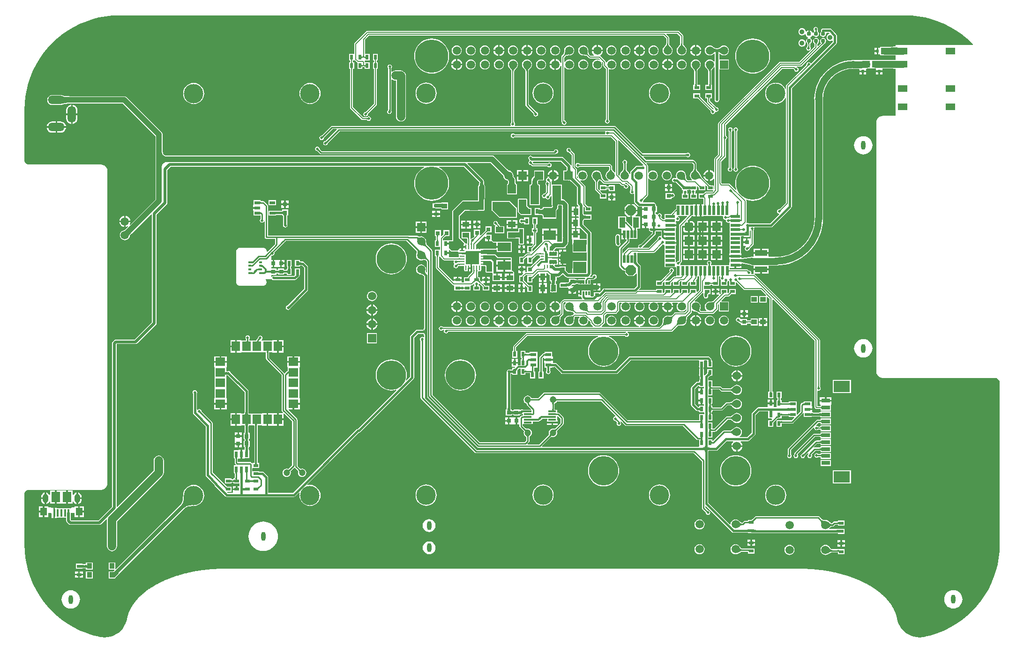
<source format=gtl>
G04*
G04 #@! TF.GenerationSoftware,Altium Limited,Altium Designer,20.2.5 (213)*
G04*
G04 Layer_Physical_Order=1*
G04 Layer_Color=255*
%FSAX25Y25*%
%MOIN*%
G70*
G04*
G04 #@! TF.SameCoordinates,38458E12-344E-42E4-8E5B-5AAD2516AE5C*
G04*
G04*
G04 #@! TF.FilePolarity,Positive*
G04*
G01*
G75*
%ADD11C,0.00787*%
%ADD12C,0.01181*%
%ADD13C,0.01000*%
%ADD14C,0.00984*%
%ADD16C,0.01968*%
%ADD22C,0.01575*%
%ADD32R,0.03543X0.02362*%
%ADD34R,0.03150X0.03150*%
%ADD35R,0.05709X0.01181*%
%ADD36R,0.05906X0.05906*%
G04:AMPARAMS|DCode=37|XSize=59.06mil|YSize=59.06mil|CornerRadius=5.91mil|HoleSize=0mil|Usage=FLASHONLY|Rotation=0.000|XOffset=0mil|YOffset=0mil|HoleType=Round|Shape=RoundedRectangle|*
%AMROUNDEDRECTD37*
21,1,0.05906,0.04724,0,0,0.0*
21,1,0.04724,0.05906,0,0,0.0*
1,1,0.01181,0.02362,-0.02362*
1,1,0.01181,-0.02362,-0.02362*
1,1,0.01181,-0.02362,0.02362*
1,1,0.01181,0.02362,0.02362*
%
%ADD37ROUNDEDRECTD37*%
%ADD38R,0.02362X0.03543*%
%ADD39R,0.03150X0.03150*%
%ADD40R,0.04331X0.02362*%
%ADD41R,0.06299X0.03150*%
%ADD42O,0.03543X0.00984*%
%ADD43R,0.01968X0.05512*%
%ADD44R,0.03937X0.02362*%
%ADD45R,0.01929X0.01772*%
%ADD46R,0.02244X0.02441*%
%ADD47R,0.03937X0.03543*%
%ADD48R,0.05118X0.03543*%
%ADD49R,0.03543X0.05118*%
%ADD50R,0.01575X0.05512*%
%ADD51R,0.04724X0.05512*%
%ADD52R,0.08661X0.04134*%
%ADD53R,0.08504X0.07008*%
%ADD54R,0.05512X0.03937*%
%ADD55O,0.00984X0.03543*%
%ADD56R,0.09449X0.09449*%
G04:AMPARAMS|DCode=57|XSize=9.84mil|YSize=23.62mil|CornerRadius=2.46mil|HoleSize=0mil|Usage=FLASHONLY|Rotation=90.000|XOffset=0mil|YOffset=0mil|HoleType=Round|Shape=RoundedRectangle|*
%AMROUNDEDRECTD57*
21,1,0.00984,0.01870,0,0,90.0*
21,1,0.00492,0.02362,0,0,90.0*
1,1,0.00492,0.00935,0.00246*
1,1,0.00492,0.00935,-0.00246*
1,1,0.00492,-0.00935,-0.00246*
1,1,0.00492,-0.00935,0.00246*
%
%ADD57ROUNDEDRECTD57*%
G04:AMPARAMS|DCode=58|XSize=9.84mil|YSize=66.93mil|CornerRadius=2.46mil|HoleSize=0mil|Usage=FLASHONLY|Rotation=90.000|XOffset=0mil|YOffset=0mil|HoleType=Round|Shape=RoundedRectangle|*
%AMROUNDEDRECTD58*
21,1,0.00984,0.06201,0,0,90.0*
21,1,0.00492,0.06693,0,0,90.0*
1,1,0.00492,0.03100,0.00246*
1,1,0.00492,0.03100,-0.00246*
1,1,0.00492,-0.03100,-0.00246*
1,1,0.00492,-0.03100,0.00246*
%
%ADD58ROUNDEDRECTD58*%
G04:AMPARAMS|DCode=59|XSize=9.84mil|YSize=23.62mil|CornerRadius=2.46mil|HoleSize=0mil|Usage=FLASHONLY|Rotation=0.000|XOffset=0mil|YOffset=0mil|HoleType=Round|Shape=RoundedRectangle|*
%AMROUNDEDRECTD59*
21,1,0.00984,0.01870,0,0,0.0*
21,1,0.00492,0.02362,0,0,0.0*
1,1,0.00492,0.00246,-0.00935*
1,1,0.00492,-0.00246,-0.00935*
1,1,0.00492,-0.00246,0.00935*
1,1,0.00492,0.00246,0.00935*
%
%ADD59ROUNDEDRECTD59*%
%ADD60R,0.01181X0.02756*%
%ADD61R,0.01968X0.01968*%
%ADD64R,0.02362X0.04331*%
%ADD65R,0.02441X0.02244*%
%ADD66R,0.03543X0.03937*%
%ADD67R,0.02362X0.04921*%
%ADD68R,0.11811X0.08268*%
%ADD69R,0.07087X0.05118*%
%ADD70R,0.04331X0.07480*%
G04:AMPARAMS|DCode=71|XSize=9.84mil|YSize=27.56mil|CornerRadius=2.46mil|HoleSize=0mil|Usage=FLASHONLY|Rotation=90.000|XOffset=0mil|YOffset=0mil|HoleType=Round|Shape=RoundedRectangle|*
%AMROUNDEDRECTD71*
21,1,0.00984,0.02264,0,0,90.0*
21,1,0.00492,0.02756,0,0,90.0*
1,1,0.00492,0.01132,0.00246*
1,1,0.00492,0.01132,-0.00246*
1,1,0.00492,-0.01132,-0.00246*
1,1,0.00492,-0.01132,0.00246*
%
%ADD71ROUNDEDRECTD71*%
G04:AMPARAMS|DCode=72|XSize=9.84mil|YSize=53.15mil|CornerRadius=2.46mil|HoleSize=0mil|Usage=FLASHONLY|Rotation=90.000|XOffset=0mil|YOffset=0mil|HoleType=Round|Shape=RoundedRectangle|*
%AMROUNDEDRECTD72*
21,1,0.00984,0.04823,0,0,90.0*
21,1,0.00492,0.05315,0,0,90.0*
1,1,0.00492,0.02411,0.00246*
1,1,0.00492,0.02411,-0.00246*
1,1,0.00492,-0.02411,-0.00246*
1,1,0.00492,-0.02411,0.00246*
%
%ADD72ROUNDEDRECTD72*%
%ADD73R,0.09449X0.06299*%
%ADD74R,0.06102X0.13583*%
%ADD75R,0.02756X0.01772*%
%ADD76R,0.03543X0.03740*%
%ADD77R,0.06299X0.05906*%
%ADD78R,0.05906X0.06299*%
%ADD79R,0.03937X0.03937*%
%ADD80R,0.02244X0.04921*%
%ADD84C,0.04724*%
%ADD147C,0.04921*%
%ADD148C,0.03110*%
%ADD149R,0.01968X0.06693*%
%ADD150R,0.06693X0.01968*%
%ADD151R,0.06102X0.07480*%
%ADD152R,0.05906X0.07087*%
%ADD153R,0.07087X0.05906*%
%ADD154C,0.00799*%
%ADD155C,0.00800*%
%ADD156C,0.03543*%
%ADD157C,0.05906*%
%ADD158C,0.03937*%
%ADD159C,0.02756*%
%ADD160C,0.03150*%
%ADD161C,0.02953*%
%ADD162C,0.02500*%
%ADD163R,0.13543X0.05689*%
%ADD164R,0.02289X0.06791*%
%ADD165R,0.05354X0.03268*%
%ADD166R,0.11299X0.01693*%
%ADD167R,0.05807X0.02756*%
%ADD168R,0.05807X0.02362*%
%ADD169R,0.09409X0.03425*%
%ADD170R,0.09449X0.03386*%
%ADD171R,0.04724X0.02362*%
%ADD172C,0.13780*%
%ADD173R,0.05906X0.05906*%
%ADD174C,0.05906*%
%ADD175P,0.07671X8X292.5*%
%ADD176O,0.03937X0.06299*%
%ADD177O,0.05906X0.11811*%
%ADD178O,0.11811X0.05906*%
%ADD179C,0.06000*%
%ADD180C,0.20866*%
%ADD181O,0.03150X0.06299*%
%ADD182C,0.03543*%
%ADD183C,0.23622*%
%ADD184C,0.01968*%
%ADD185C,0.02756*%
G36*
X0856387Y0668861D02*
X0856880Y0668861D01*
X0856881Y0668777D01*
X0857350Y0668850D01*
X0857386Y0668855D01*
X0861689Y0668701D01*
X0866472Y0668187D01*
X0871206Y0667333D01*
X0875867Y0666143D01*
X0880432Y0664624D01*
X0884876Y0662783D01*
X0889178Y0660630D01*
X0893315Y0658175D01*
X0897267Y0655432D01*
X0901013Y0652413D01*
X0904534Y0649135D01*
X0905276Y0648338D01*
X0905076Y0647880D01*
X0850332D01*
Y0646703D01*
X0846707Y0646619D01*
X0846655Y0646596D01*
X0842418D01*
X0842124Y0646558D01*
X0839279D01*
Y0645718D01*
X0837891D01*
Y0643497D01*
Y0641277D01*
X0839279D01*
Y0640437D01*
X0842311D01*
X0842418Y0640422D01*
X0846665D01*
X0846720Y0640399D01*
X0849226Y0640394D01*
X0850332Y0640378D01*
Y0637261D01*
X0846710Y0637198D01*
X0846658Y0637175D01*
X0835883D01*
X0835533Y0637129D01*
X0833085D01*
X0832803Y0637129D01*
X0832303Y0637129D01*
X0829563D01*
X0829455Y0637141D01*
X0823213Y0637040D01*
X0820194Y0636991D01*
X0820177Y0637008D01*
Y0637008D01*
X0817061Y0636833D01*
X0813984Y0636310D01*
X0810985Y0635446D01*
X0808102Y0634252D01*
X0805371Y0632742D01*
X0802826Y0630936D01*
X0800499Y0628857D01*
X0798419Y0626530D01*
X0796613Y0623984D01*
X0795104Y0621253D01*
X0793910Y0618370D01*
X0793046Y0615371D01*
X0792523Y0612295D01*
X0792348Y0609179D01*
X0792365D01*
Y0524351D01*
X0792379Y0524248D01*
X0792213Y0521290D01*
X0791699Y0518267D01*
X0790850Y0515321D01*
X0789677Y0512488D01*
X0788194Y0509805D01*
X0786420Y0507304D01*
X0784377Y0505018D01*
X0782091Y0502975D01*
X0779590Y0501201D01*
X0776907Y0499718D01*
X0774074Y0498544D01*
X0771128Y0497696D01*
X0768105Y0497182D01*
X0765147Y0497016D01*
X0765044Y0497029D01*
X0759807D01*
Y0499159D01*
X0754476D01*
X0749145D01*
Y0497029D01*
X0748571D01*
X0748563Y0497033D01*
X0748547Y0497026D01*
X0748513Y0497022D01*
X0748490Y0497029D01*
X0740931Y0496173D01*
X0740558Y0496506D01*
Y0496946D01*
X0736212D01*
X0731866D01*
Y0495553D01*
X0732266D01*
Y0493210D01*
X0731866D01*
Y0491039D01*
X0728911D01*
Y0491039D01*
X0728769Y0491039D01*
Y0491039D01*
X0726091D01*
X0725600Y0491039D01*
Y0491039D01*
X0725591D01*
Y0491039D01*
X0722442D01*
Y0491043D01*
X0719292D01*
Y0491043D01*
X0719136D01*
X0719035Y0491095D01*
X0718994Y0491124D01*
X0718979Y0491156D01*
X0718815Y0491569D01*
X0718830Y0491587D01*
X0718867Y0491701D01*
X0719108Y0492060D01*
X0719231Y0492678D01*
X0719108Y0493296D01*
X0718757Y0493820D01*
X0718233Y0494171D01*
X0717615Y0494293D01*
X0716997Y0494171D01*
X0716473Y0493820D01*
X0716123Y0493296D01*
X0716000Y0492678D01*
X0716123Y0492060D01*
X0716473Y0491536D01*
X0716478Y0491509D01*
X0716323Y0491120D01*
X0716322Y0491119D01*
X0716290Y0491097D01*
X0716228Y0491064D01*
X0716176Y0491043D01*
X0716124D01*
Y0491039D01*
X0709825D01*
Y0491039D01*
X0706694D01*
Y0491039D01*
X0703525D01*
Y0491039D01*
X0697142D01*
X0696874Y0491539D01*
X0697068Y0491828D01*
X0697172Y0492354D01*
X0697209Y0492434D01*
X0697211Y0492485D01*
X0697213Y0492506D01*
X0697218Y0492527D01*
X0697225Y0492550D01*
X0697236Y0492576D01*
X0697251Y0492605D01*
X0697271Y0492638D01*
X0697297Y0492674D01*
X0697331Y0492715D01*
X0697385Y0492771D01*
X0697410Y0492839D01*
X0697769Y0493198D01*
X0697990Y0493529D01*
X0698068Y0493919D01*
Y0514607D01*
X0698068Y0514609D01*
Y0518850D01*
X0698695Y0519477D01*
X0699157Y0519286D01*
Y0518982D01*
X0702551D01*
Y0522375D01*
X0702246D01*
X0702055Y0522837D01*
X0704769Y0525551D01*
X0704770Y0525551D01*
X0704777Y0525559D01*
X0704848Y0525631D01*
X0704918Y0525658D01*
X0705058Y0525793D01*
X0705176Y0525897D01*
X0705279Y0525978D01*
X0705363Y0526036D01*
X0705425Y0526071D01*
X0705444Y0526079D01*
X0705646D01*
X0705763Y0526063D01*
X0705784Y0526079D01*
X0706306D01*
Y0525679D01*
X0707700D01*
Y0530025D01*
Y0534372D01*
X0706306D01*
Y0533972D01*
X0702621D01*
X0702611Y0533978D01*
X0701993Y0534101D01*
X0701375Y0533978D01*
X0701365Y0533972D01*
X0697258D01*
Y0533972D01*
X0697237D01*
Y0533972D01*
X0694069D01*
Y0531016D01*
X0693822Y0530967D01*
X0693491Y0530746D01*
X0690742Y0527997D01*
X0690521Y0527666D01*
X0690483Y0527476D01*
X0685801D01*
Y0523801D01*
X0685731Y0523794D01*
X0685596Y0523791D01*
X0685530Y0523761D01*
X0684796D01*
X0683581Y0524976D01*
Y0525045D01*
X0683611Y0525111D01*
X0683616Y0525282D01*
X0683630Y0525420D01*
X0683637Y0525463D01*
X0683662Y0525575D01*
X0683672Y0525607D01*
X0683684Y0525642D01*
X0683705Y0525689D01*
X0683706Y0525741D01*
X0683711Y0525749D01*
X0683834Y0526367D01*
X0683711Y0526985D01*
X0683361Y0527509D01*
X0682837Y0527859D01*
X0682219Y0527982D01*
X0681601Y0527859D01*
X0681076Y0527509D01*
X0680867Y0527195D01*
X0680367Y0527347D01*
Y0527554D01*
X0679480D01*
X0679475Y0527566D01*
X0679452Y0527652D01*
X0679431Y0527775D01*
X0679418Y0527934D01*
X0679412Y0528140D01*
X0679397Y0528175D01*
X0679412Y0528209D01*
X0679418Y0528413D01*
X0679431Y0528569D01*
X0679452Y0528690D01*
X0679474Y0528774D01*
X0679483Y0528794D01*
X0679484Y0528795D01*
X0680446D01*
Y0532402D01*
X0680479Y0532464D01*
X0680469Y0532499D01*
X0680483Y0532533D01*
X0680446Y0532623D01*
Y0533145D01*
X0679965D01*
X0679903Y0533179D01*
X0679855Y0533184D01*
X0679835Y0533217D01*
X0679800Y0533305D01*
X0679764Y0533441D01*
X0679734Y0533622D01*
X0679715Y0533845D01*
X0679708Y0534125D01*
X0679686Y0534174D01*
Y0534234D01*
X0679578Y0534775D01*
X0679271Y0535234D01*
X0678812Y0535541D01*
X0678271Y0535649D01*
X0670615D01*
X0670468Y0536067D01*
X0670452Y0536149D01*
X0670794Y0536660D01*
X0670898Y0537186D01*
X0670935Y0537266D01*
X0670936Y0537319D01*
X0670939Y0537343D01*
X0670944Y0537366D01*
X0670952Y0537390D01*
X0670962Y0537417D01*
X0670977Y0537446D01*
X0670997Y0537478D01*
X0671023Y0537514D01*
X0671055Y0537553D01*
X0671108Y0537610D01*
X0671134Y0537677D01*
X0673745Y0540289D01*
X0673965Y0540617D01*
X0674042Y0541005D01*
Y0552800D01*
X0674542Y0552964D01*
X0675010Y0552353D01*
X0675752Y0551784D01*
X0676617Y0551426D01*
X0677544Y0551304D01*
X0678472Y0551426D01*
X0679336Y0551784D01*
X0680078Y0552353D01*
X0680647Y0553096D01*
X0681005Y0553960D01*
X0681128Y0554887D01*
X0681005Y0555815D01*
X0680647Y0556679D01*
X0680078Y0557421D01*
X0679336Y0557991D01*
X0678472Y0558349D01*
X0677544Y0558471D01*
X0676617Y0558349D01*
X0675752Y0557991D01*
X0675010Y0557421D01*
X0674542Y0556811D01*
X0674042Y0556975D01*
Y0561773D01*
X0673965Y0562160D01*
X0673745Y0562489D01*
X0672970Y0563265D01*
X0673161Y0563727D01*
X0705578D01*
X0706423Y0562882D01*
Y0559669D01*
X0706396Y0559617D01*
X0706384Y0559448D01*
X0706354Y0559306D01*
X0706298Y0559140D01*
X0706213Y0558953D01*
X0706097Y0558744D01*
X0705948Y0558518D01*
X0705771Y0558281D01*
X0705299Y0557740D01*
X0705015Y0557452D01*
X0704993Y0557399D01*
X0704441Y0556679D01*
X0704083Y0555815D01*
X0703961Y0554887D01*
X0704083Y0553960D01*
X0704441Y0553096D01*
X0705010Y0552353D01*
X0705525Y0551959D01*
X0705355Y0551459D01*
X0702415D01*
X0701663Y0552211D01*
X0701645Y0552268D01*
X0701548Y0552383D01*
X0701480Y0552492D01*
X0701410Y0552644D01*
X0701343Y0552840D01*
X0701283Y0553077D01*
X0701232Y0553355D01*
X0701193Y0553666D01*
X0701148Y0554428D01*
X0701146Y0554861D01*
X0701124Y0554914D01*
X0701005Y0555815D01*
X0700647Y0556679D01*
X0700078Y0557421D01*
X0699336Y0557991D01*
X0698472Y0558349D01*
X0697544Y0558471D01*
X0696617Y0558349D01*
X0695752Y0557991D01*
X0695010Y0557421D01*
X0694441Y0556679D01*
X0694083Y0555815D01*
X0693961Y0554887D01*
X0694083Y0553960D01*
X0694285Y0553472D01*
X0693951Y0552972D01*
X0693637D01*
X0693408Y0553125D01*
X0692790Y0553248D01*
X0692172Y0553125D01*
X0691648Y0552775D01*
X0691298Y0552251D01*
X0691175Y0551633D01*
X0691298Y0551015D01*
X0691648Y0550491D01*
X0692172Y0550141D01*
X0692790Y0550018D01*
X0693408Y0550141D01*
X0693412Y0550143D01*
X0693900D01*
X0697081Y0546963D01*
X0697099Y0546914D01*
X0697664Y0546305D01*
X0697860Y0546061D01*
X0698011Y0545846D01*
X0698076Y0545732D01*
Y0545190D01*
X0698050Y0545129D01*
X0698071Y0545079D01*
X0698059Y0545026D01*
X0698076Y0544998D01*
Y0544406D01*
X0698829D01*
X0699096Y0543906D01*
X0698955Y0543694D01*
X0698832Y0543076D01*
X0698935Y0542562D01*
X0698664Y0542062D01*
X0698076D01*
Y0538500D01*
X0702819D01*
Y0542062D01*
X0702231D01*
X0701961Y0542562D01*
X0702063Y0543076D01*
X0701940Y0543694D01*
X0701799Y0543906D01*
X0702020Y0544370D01*
X0702069Y0544383D01*
X0702141Y0544396D01*
X0702207Y0544368D01*
X0702298Y0544406D01*
X0702819D01*
Y0544685D01*
X0702864Y0544694D01*
X0703452Y0544741D01*
X0703839Y0544718D01*
X0704000Y0544697D01*
X0704060Y0544685D01*
Y0544406D01*
X0704435D01*
X0704611Y0544225D01*
X0704736Y0544052D01*
X0704764Y0543916D01*
X0704764Y0543900D01*
X0704669Y0543421D01*
X0704792Y0542803D01*
X0704953Y0542562D01*
X0704708Y0542077D01*
X0704688Y0542062D01*
X0704060D01*
Y0538500D01*
X0708804D01*
Y0542062D01*
X0707881D01*
X0707861Y0542077D01*
X0707616Y0542562D01*
X0707777Y0542803D01*
X0707900Y0543421D01*
X0707803Y0543905D01*
X0708088Y0544406D01*
X0708804D01*
Y0547114D01*
X0709259Y0547302D01*
X0709591Y0546978D01*
X0709615Y0546913D01*
X0709896Y0546612D01*
X0709982Y0546504D01*
X0710044Y0546416D01*
Y0546286D01*
X0710019Y0546224D01*
X0710040Y0546174D01*
X0710028Y0546120D01*
X0710044Y0546093D01*
Y0544406D01*
X0714788D01*
Y0547657D01*
X0715288Y0547864D01*
X0715617Y0547535D01*
X0715647Y0547463D01*
X0715751Y0547358D01*
X0716035Y0547065D01*
Y0544406D01*
X0720265D01*
X0720472Y0543906D01*
X0720049Y0543482D01*
X0716221D01*
X0716213Y0543480D01*
X0715186D01*
X0714796Y0543403D01*
X0714465Y0543182D01*
X0713800Y0542516D01*
X0713734Y0542492D01*
X0713435Y0542214D01*
X0713329Y0542129D01*
X0713240Y0542068D01*
X0713231Y0542062D01*
X0713135D01*
X0713044Y0542100D01*
X0712995Y0542079D01*
X0712943Y0542092D01*
X0712895Y0542062D01*
X0710044D01*
Y0538500D01*
X0713156D01*
X0713173Y0538487D01*
X0713178Y0538487D01*
X0713570Y0538143D01*
Y0534811D01*
X0713424Y0534372D01*
X0712031D01*
Y0530025D01*
Y0525679D01*
X0713424D01*
Y0526079D01*
X0727267D01*
X0727542Y0525579D01*
X0727442Y0525075D01*
X0727565Y0524457D01*
X0727915Y0523933D01*
X0728439Y0523582D01*
X0729057Y0523459D01*
X0729110Y0523470D01*
X0729536Y0523045D01*
X0729509Y0522909D01*
X0729632Y0522291D01*
X0729982Y0521767D01*
X0730506Y0521417D01*
X0731124Y0521294D01*
X0731742Y0521417D01*
X0731817Y0521467D01*
X0731873Y0521437D01*
X0732258Y0521158D01*
Y0521137D01*
X0732258D01*
Y0517969D01*
Y0514858D01*
Y0512188D01*
X0732258Y0511709D01*
X0732258D01*
Y0511688D01*
X0732258D01*
Y0508520D01*
X0732266D01*
Y0505409D01*
X0732265D01*
Y0502240D01*
X0732266D01*
Y0499521D01*
X0731866D01*
Y0498128D01*
X0736212D01*
X0740558D01*
Y0499521D01*
X0740158D01*
Y0502259D01*
X0740158D01*
Y0505390D01*
X0740158D01*
Y0508558D01*
X0740150D01*
Y0511511D01*
X0740150Y0511511D01*
X0740150Y0511511D01*
X0740523Y0511789D01*
X0740600Y0511809D01*
X0740837Y0511825D01*
X0741117Y0511827D01*
X0741170Y0511849D01*
X0741184D01*
X0741234Y0511827D01*
X0741516Y0511820D01*
X0741745Y0511803D01*
X0741931Y0511775D01*
X0742073Y0511742D01*
X0742167Y0511709D01*
X0742187Y0511698D01*
X0742212Y0511653D01*
Y0511177D01*
X0742732D01*
X0742822Y0511140D01*
X0742861Y0511156D01*
X0742902Y0511144D01*
X0742960Y0511177D01*
X0746562D01*
Y0514826D01*
X0746599Y0514918D01*
X0746562Y0515007D01*
Y0515527D01*
X0746562Y0515527D01*
X0746562Y0515527D01*
X0746580Y0515582D01*
X0747165Y0515745D01*
X0747221Y0515699D01*
X0747223Y0515693D01*
X0747229Y0515661D01*
X0747233Y0515618D01*
X0747236Y0515542D01*
X0747265Y0515477D01*
Y0515473D01*
X0747255Y0515405D01*
X0747265Y0515391D01*
Y0510395D01*
X0746962Y0510021D01*
X0744977D01*
Y0507446D01*
X0744387D01*
Y0506856D01*
X0741812D01*
Y0504872D01*
X0743602D01*
X0743671Y0504781D01*
X0743560Y0504106D01*
X0743486Y0504057D01*
X0743136Y0503533D01*
X0743013Y0502914D01*
X0743136Y0502296D01*
X0743486Y0501772D01*
X0744010Y0501422D01*
X0744629Y0501299D01*
X0745247Y0501422D01*
X0745771Y0501772D01*
X0746121Y0502296D01*
X0746126Y0502324D01*
X0746168Y0502368D01*
X0746187Y0502418D01*
X0746202Y0502452D01*
X0746217Y0502482D01*
X0746277Y0502579D01*
X0746298Y0502609D01*
X0746443Y0502781D01*
X0746496Y0502836D01*
X0746524Y0502906D01*
X0749005Y0505387D01*
X0749226Y0505718D01*
X0749304Y0506108D01*
Y0515685D01*
X0749333Y0515752D01*
X0749335Y0515828D01*
X0749348Y0515967D01*
X0749355Y0516012D01*
X0749366Y0516061D01*
X0749379Y0516105D01*
X0749393Y0516144D01*
X0749407Y0516179D01*
X0749423Y0516211D01*
X0749452Y0516259D01*
X0749468Y0516370D01*
X0749557Y0516504D01*
X0749681Y0517122D01*
X0749590Y0517579D01*
X0749887Y0518079D01*
X0761557D01*
X0762098Y0518187D01*
X0762557Y0518493D01*
X0776019Y0531956D01*
X0776326Y0532415D01*
X0776434Y0532956D01*
Y0616812D01*
X0807985Y0648363D01*
X0808292Y0648822D01*
X0808399Y0649363D01*
Y0654580D01*
X0808292Y0655122D01*
X0807985Y0655581D01*
X0804529Y0659037D01*
X0804070Y0659344D01*
X0803528Y0659452D01*
X0798639D01*
X0798098Y0659344D01*
X0797639Y0659037D01*
X0797332Y0658578D01*
X0797224Y0658037D01*
Y0657341D01*
X0797085Y0657248D01*
X0796609Y0656535D01*
X0796442Y0655694D01*
X0796609Y0654854D01*
X0797085Y0654141D01*
X0797798Y0653664D01*
X0798639Y0653497D01*
X0799480Y0653664D01*
X0800193Y0654141D01*
X0800669Y0654854D01*
X0800836Y0655694D01*
X0800751Y0656122D01*
X0801161Y0656622D01*
X0802942D01*
X0803327Y0656238D01*
X0803147Y0655711D01*
X0802971Y0655687D01*
X0802349Y0655430D01*
X0801814Y0655019D01*
X0801404Y0654485D01*
X0801146Y0653862D01*
X0801058Y0653195D01*
X0801146Y0652527D01*
X0801404Y0651904D01*
X0801814Y0651370D01*
X0802349Y0650959D01*
X0802971Y0650702D01*
X0803639Y0650614D01*
X0804307Y0650702D01*
X0804929Y0650959D01*
X0805070Y0651068D01*
X0805570Y0650821D01*
Y0649949D01*
X0790348Y0634726D01*
X0789784Y0634870D01*
X0789525Y0635257D01*
X0789001Y0635608D01*
X0788383Y0635731D01*
X0787765Y0635608D01*
X0787241Y0635257D01*
X0786891Y0634733D01*
X0786768Y0634115D01*
X0786792Y0633994D01*
X0786764Y0633901D01*
X0786769Y0633855D01*
X0786769Y0633844D01*
X0786767Y0633835D01*
X0786765Y0633824D01*
X0786761Y0633811D01*
X0786753Y0633792D01*
X0786739Y0633769D01*
X0786719Y0633739D01*
X0786690Y0633704D01*
X0786639Y0633649D01*
X0786624Y0633610D01*
X0786588Y0633588D01*
X0786578Y0633547D01*
X0772522Y0619490D01*
X0772302Y0619161D01*
X0772225Y0618774D01*
Y0616735D01*
X0771725Y0616609D01*
X0771196Y0617600D01*
X0770260Y0618740D01*
X0769119Y0619676D01*
X0767818Y0620371D01*
X0766406Y0620800D01*
X0764938Y0620944D01*
X0763470Y0620800D01*
X0762058Y0620371D01*
X0760757Y0619676D01*
X0759616Y0618740D01*
X0758680Y0617600D01*
X0757985Y0616298D01*
X0757557Y0614887D01*
X0757412Y0613418D01*
X0757557Y0611950D01*
X0757985Y0610538D01*
X0758680Y0609237D01*
X0759616Y0608097D01*
X0760757Y0607161D01*
X0762058Y0606465D01*
X0763470Y0606037D01*
X0764938Y0605892D01*
X0766406Y0606037D01*
X0767818Y0606465D01*
X0769119Y0607161D01*
X0770260Y0608097D01*
X0771196Y0609237D01*
X0771725Y0610227D01*
X0772225Y0610102D01*
Y0535527D01*
X0767918Y0531220D01*
X0767866Y0531205D01*
X0767853Y0531182D01*
X0767829Y0531173D01*
X0767774Y0531121D01*
X0767737Y0531091D01*
X0767706Y0531069D01*
X0767680Y0531054D01*
X0767658Y0531044D01*
X0767640Y0531038D01*
X0767625Y0531034D01*
X0767611Y0531032D01*
X0767596Y0531032D01*
X0767548Y0531034D01*
X0767473Y0531009D01*
X0767402Y0531023D01*
X0766783Y0530900D01*
X0766259Y0530550D01*
X0765909Y0530026D01*
X0765786Y0529408D01*
X0765909Y0528790D01*
X0766259Y0528266D01*
X0766783Y0527915D01*
X0767190Y0527835D01*
X0767380Y0527317D01*
X0760971Y0520908D01*
X0745751D01*
X0745635Y0520986D01*
X0745017Y0521109D01*
X0744477Y0521002D01*
X0744283Y0521127D01*
X0744081Y0521375D01*
X0744138Y0521661D01*
Y0536706D01*
X0744060Y0537097D01*
X0743902Y0537333D01*
X0744165Y0537765D01*
X0744719Y0537535D01*
X0746619Y0537079D01*
X0748566Y0536926D01*
X0750514Y0537079D01*
X0752413Y0537535D01*
X0754218Y0538283D01*
X0755884Y0539304D01*
X0757369Y0540573D01*
X0758638Y0542058D01*
X0759659Y0543724D01*
X0760406Y0545529D01*
X0760862Y0547428D01*
X0761016Y0549376D01*
X0760862Y0551323D01*
X0760406Y0553223D01*
X0759659Y0555027D01*
X0758638Y0556693D01*
X0757369Y0558179D01*
X0755884Y0559447D01*
X0754218Y0560468D01*
X0752413Y0561216D01*
X0750514Y0561672D01*
X0748566Y0561825D01*
X0746619Y0561672D01*
X0744719Y0561216D01*
X0742914Y0560468D01*
X0741249Y0559447D01*
X0739763Y0558179D01*
X0738494Y0556693D01*
X0737474Y0555027D01*
X0736726Y0553223D01*
X0736270Y0551323D01*
X0736117Y0549376D01*
X0736270Y0547428D01*
X0736726Y0545529D01*
X0736935Y0545025D01*
X0736519Y0544747D01*
X0732272Y0548994D01*
X0731941Y0549215D01*
X0731551Y0549293D01*
X0726701D01*
X0726235Y0549758D01*
Y0564927D01*
X0729261Y0567953D01*
X0729482Y0568284D01*
X0729560Y0568674D01*
Y0580294D01*
X0729589Y0580358D01*
X0729592Y0580434D01*
X0729596Y0580475D01*
X0729602Y0580503D01*
X0729603Y0580508D01*
X0729611Y0580513D01*
X0729687Y0580614D01*
X0729978Y0580808D01*
X0730328Y0581332D01*
X0730451Y0581950D01*
X0730328Y0582568D01*
X0729978Y0583092D01*
X0729687Y0583286D01*
X0729611Y0583387D01*
X0729603Y0583392D01*
X0729602Y0583396D01*
X0729596Y0583424D01*
X0729592Y0583466D01*
X0729589Y0583541D01*
X0729560Y0583606D01*
Y0587424D01*
X0729560Y0587424D01*
Y0590907D01*
X0769528Y0630876D01*
X0777550D01*
X0777777Y0630649D01*
X0777803Y0630581D01*
X0777857Y0630524D01*
X0777893Y0630482D01*
X0777922Y0630442D01*
X0777945Y0630406D01*
X0777963Y0630373D01*
X0777976Y0630343D01*
X0777986Y0630315D01*
X0777993Y0630288D01*
X0777998Y0630262D01*
X0778003Y0630209D01*
X0778061Y0630099D01*
X0778140Y0629702D01*
X0778490Y0629178D01*
X0779014Y0628828D01*
X0779633Y0628705D01*
X0780251Y0628828D01*
X0780775Y0629178D01*
X0781125Y0629702D01*
X0781248Y0630320D01*
X0781125Y0630939D01*
X0780775Y0631463D01*
X0780251Y0631813D01*
X0779952Y0631872D01*
X0780001Y0632372D01*
X0782852D01*
X0783242Y0632450D01*
X0783572Y0632671D01*
X0798703Y0647802D01*
X0798775Y0647831D01*
X0799288Y0648341D01*
X0799769Y0648801D01*
X0799780Y0648811D01*
X0799787Y0648816D01*
X0799788Y0648817D01*
X0799800Y0648828D01*
X0799814Y0648856D01*
X0799852Y0648870D01*
X0799879Y0648931D01*
X0800193Y0649141D01*
X0800669Y0649854D01*
X0800836Y0650695D01*
X0800669Y0651535D01*
X0800193Y0652248D01*
X0799480Y0652725D01*
X0798639Y0652892D01*
X0797798Y0652725D01*
X0797085Y0652248D01*
X0796609Y0651535D01*
X0796442Y0650695D01*
X0796609Y0649854D01*
X0797085Y0649141D01*
X0796782Y0648763D01*
X0795120Y0647101D01*
X0794658Y0647293D01*
Y0648308D01*
X0794688Y0648374D01*
X0794691Y0648494D01*
X0794699Y0648582D01*
X0794711Y0648653D01*
X0794725Y0648709D01*
X0794739Y0648750D01*
X0794752Y0648776D01*
X0794761Y0648790D01*
X0794766Y0648797D01*
X0794769Y0648800D01*
X0794809Y0648827D01*
X0794841Y0648878D01*
X0794897Y0648901D01*
X0794921Y0648959D01*
X0795193Y0649141D01*
X0795669Y0649854D01*
X0795836Y0650695D01*
X0795669Y0651535D01*
X0795193Y0652248D01*
X0794480Y0652725D01*
X0793639Y0652892D01*
X0792798Y0652725D01*
X0792085Y0652248D01*
X0791609Y0651535D01*
X0791441Y0650695D01*
X0791609Y0649854D01*
X0792085Y0649141D01*
X0792356Y0648959D01*
X0792380Y0648901D01*
X0792436Y0648878D01*
X0792469Y0648827D01*
X0792508Y0648800D01*
X0792511Y0648797D01*
X0792517Y0648790D01*
X0792526Y0648776D01*
X0792539Y0648750D01*
X0792553Y0648709D01*
X0792567Y0648654D01*
X0792579Y0648582D01*
X0792587Y0648494D01*
X0792590Y0648374D01*
X0792620Y0648308D01*
Y0646705D01*
X0781725Y0635810D01*
X0768044D01*
X0767654Y0635732D01*
X0767323Y0635511D01*
X0724304Y0592492D01*
X0724084Y0592162D01*
X0724006Y0591772D01*
Y0569951D01*
X0721621Y0567566D01*
X0721400Y0567236D01*
X0721323Y0566846D01*
Y0557277D01*
X0720823Y0557107D01*
X0720363Y0557706D01*
X0719538Y0558340D01*
X0718576Y0558738D01*
X0718135Y0558797D01*
Y0554887D01*
Y0550978D01*
X0718576Y0551036D01*
X0719538Y0551435D01*
X0720363Y0552068D01*
X0720823Y0552667D01*
X0721323Y0552497D01*
Y0548871D01*
X0721322Y0548869D01*
Y0545235D01*
X0721278Y0545205D01*
X0720778Y0545472D01*
Y0547968D01*
X0718457D01*
X0718407Y0547992D01*
X0718328Y0547997D01*
X0718279Y0548004D01*
X0718226Y0548018D01*
X0718167Y0548039D01*
X0718103Y0548069D01*
X0718032Y0548109D01*
X0717956Y0548159D01*
X0717874Y0548221D01*
X0717787Y0548295D01*
X0717685Y0548392D01*
X0717617Y0548418D01*
X0712310Y0553725D01*
X0712309Y0553733D01*
X0710729Y0556571D01*
X0710726Y0556573D01*
X0710725Y0556576D01*
X0710673Y0556617D01*
X0710647Y0556679D01*
X0710095Y0557399D01*
X0710074Y0557452D01*
X0709790Y0557740D01*
X0709317Y0558281D01*
X0709140Y0558518D01*
X0708991Y0558744D01*
X0708875Y0558952D01*
X0708790Y0559140D01*
X0708734Y0559306D01*
X0708704Y0559448D01*
X0708692Y0559617D01*
X0708666Y0559669D01*
Y0563347D01*
X0708666Y0563347D01*
X0708580Y0563776D01*
X0708337Y0564140D01*
X0708337Y0564140D01*
X0706836Y0565641D01*
X0706472Y0565884D01*
X0706043Y0565970D01*
X0706043Y0565970D01*
X0672727D01*
X0670708Y0567989D01*
X0670899Y0568451D01*
X0700938D01*
X0700998Y0568423D01*
X0701182Y0568417D01*
X0701236Y0568411D01*
X0701284Y0568404D01*
X0701318Y0568396D01*
X0701339Y0568390D01*
X0701342Y0568389D01*
X0701355Y0568380D01*
X0701364Y0568378D01*
X0701372Y0568373D01*
X0701395Y0568372D01*
X0701406Y0568369D01*
X0701412Y0568368D01*
X0701842Y0568080D01*
X0702460Y0567957D01*
X0703078Y0568080D01*
X0703602Y0568430D01*
X0703953Y0568954D01*
X0704075Y0569572D01*
X0703953Y0570191D01*
X0703602Y0570715D01*
X0703078Y0571065D01*
X0702460Y0571188D01*
X0701842Y0571065D01*
X0701412Y0570777D01*
X0701406Y0570775D01*
X0701395Y0570773D01*
X0701372Y0570771D01*
X0701364Y0570767D01*
X0701355Y0570765D01*
X0701342Y0570756D01*
X0701339Y0570755D01*
X0701318Y0570749D01*
X0701284Y0570741D01*
X0701243Y0570735D01*
X0701097Y0570723D01*
X0701010Y0570722D01*
X0700947Y0570694D01*
X0670320D01*
X0651086Y0589928D01*
X0650722Y0590171D01*
X0650292Y0590257D01*
X0650292Y0590257D01*
X0579628D01*
X0579360Y0590757D01*
X0579442Y0590879D01*
X0579565Y0591497D01*
X0579442Y0592115D01*
X0579202Y0592475D01*
X0579165Y0592589D01*
X0579129Y0592630D01*
X0579113Y0592653D01*
X0579099Y0592677D01*
X0579085Y0592704D01*
X0579074Y0592734D01*
X0579063Y0592769D01*
X0579053Y0592809D01*
X0579046Y0592856D01*
X0579041Y0592909D01*
X0579039Y0592987D01*
X0579009Y0593053D01*
Y0629130D01*
X0579037Y0629184D01*
X0579050Y0629334D01*
X0579080Y0629458D01*
X0579138Y0629613D01*
X0579229Y0629796D01*
X0579355Y0630004D01*
X0579517Y0630233D01*
X0579711Y0630476D01*
X0580223Y0631036D01*
X0580531Y0631338D01*
X0580553Y0631391D01*
X0580577Y0631409D01*
X0581146Y0632151D01*
X0581504Y0633015D01*
X0581626Y0633943D01*
X0581504Y0634870D01*
X0581146Y0635734D01*
X0580577Y0636476D01*
X0579835Y0637046D01*
X0578970Y0637404D01*
X0578043Y0637526D01*
X0577115Y0637404D01*
X0576251Y0637046D01*
X0575509Y0636476D01*
X0574939Y0635734D01*
X0574581Y0634870D01*
X0574460Y0633943D01*
X0574581Y0633015D01*
X0574939Y0632151D01*
X0575445Y0631492D01*
X0575475Y0631417D01*
X0575779Y0631100D01*
X0576285Y0630516D01*
X0576478Y0630263D01*
X0576639Y0630026D01*
X0576764Y0629812D01*
X0576855Y0629625D01*
X0576913Y0629467D01*
X0576943Y0629343D01*
X0576956Y0629196D01*
X0576983Y0629143D01*
Y0593103D01*
X0576954Y0593042D01*
X0576957Y0593036D01*
X0576954Y0593029D01*
X0576951Y0592952D01*
X0576946Y0592904D01*
X0576939Y0592863D01*
X0576931Y0592830D01*
X0576922Y0592803D01*
X0576912Y0592781D01*
X0576901Y0592763D01*
X0576890Y0592747D01*
X0576878Y0592732D01*
X0576841Y0592696D01*
X0576820Y0592648D01*
X0576808Y0592639D01*
X0576458Y0592115D01*
X0576335Y0591497D01*
X0576458Y0590879D01*
X0576539Y0590757D01*
X0576272Y0590257D01*
X0449306D01*
X0449306Y0590257D01*
X0448877Y0590171D01*
X0448513Y0589928D01*
X0448513Y0589928D01*
X0442153Y0583568D01*
X0442091Y0583545D01*
X0441956Y0583419D01*
X0441914Y0583386D01*
X0441875Y0583357D01*
X0441845Y0583338D01*
X0441826Y0583327D01*
X0441823Y0583326D01*
X0441808Y0583323D01*
X0441800Y0583318D01*
X0441791Y0583315D01*
X0441774Y0583300D01*
X0441764Y0583294D01*
X0441759Y0583292D01*
X0441252Y0583191D01*
X0440728Y0582841D01*
X0440377Y0582316D01*
X0440254Y0581698D01*
X0440377Y0581080D01*
X0440728Y0580556D01*
X0441252Y0580206D01*
X0441870Y0580083D01*
X0442488Y0580206D01*
X0443012Y0580556D01*
X0443362Y0581080D01*
X0443463Y0581588D01*
X0443465Y0581593D01*
X0443472Y0581602D01*
X0443487Y0581620D01*
X0443490Y0581629D01*
X0443494Y0581636D01*
X0443498Y0581652D01*
X0443499Y0581655D01*
X0443509Y0581674D01*
X0443528Y0581704D01*
X0443552Y0581737D01*
X0443647Y0581849D01*
X0443708Y0581911D01*
X0443733Y0581976D01*
X0449771Y0588013D01*
X0452521D01*
X0452712Y0587551D01*
X0444949Y0579788D01*
X0444887Y0579765D01*
X0444752Y0579640D01*
X0444710Y0579606D01*
X0444671Y0579578D01*
X0444641Y0579558D01*
X0444622Y0579548D01*
X0444619Y0579547D01*
X0444603Y0579544D01*
X0444596Y0579539D01*
X0444587Y0579536D01*
X0444569Y0579521D01*
X0444560Y0579515D01*
X0444555Y0579512D01*
X0444047Y0579411D01*
X0443523Y0579061D01*
X0443173Y0578537D01*
X0443050Y0577919D01*
X0443173Y0577301D01*
X0443523Y0576777D01*
X0444047Y0576427D01*
X0444665Y0576304D01*
X0445284Y0576427D01*
X0445808Y0576777D01*
X0446158Y0577301D01*
X0446259Y0577808D01*
X0446261Y0577814D01*
X0446268Y0577823D01*
X0446282Y0577841D01*
X0446285Y0577850D01*
X0446290Y0577857D01*
X0446293Y0577873D01*
X0446294Y0577875D01*
X0446305Y0577895D01*
X0446324Y0577925D01*
X0446348Y0577958D01*
X0446443Y0578069D01*
X0446503Y0578131D01*
X0446529Y0578196D01*
X0454746Y0586413D01*
X0643572D01*
X0643839Y0585913D01*
X0643780Y0585825D01*
X0643657Y0585207D01*
X0643750Y0584743D01*
X0643456Y0584243D01*
X0579627D01*
X0579561Y0584272D01*
X0579483Y0584275D01*
X0579433Y0584279D01*
X0579389Y0584287D01*
X0579352Y0584296D01*
X0579321Y0584306D01*
X0579295Y0584317D01*
X0579273Y0584329D01*
X0579253Y0584342D01*
X0579234Y0584356D01*
X0579195Y0584393D01*
X0579113Y0584423D01*
X0578666Y0584722D01*
X0578048Y0584845D01*
X0577430Y0584722D01*
X0576906Y0584372D01*
X0576556Y0583848D01*
X0576433Y0583229D01*
X0576556Y0582611D01*
X0576906Y0582087D01*
X0577430Y0581737D01*
X0578048Y0581614D01*
X0578666Y0581737D01*
X0579113Y0582035D01*
X0579195Y0582066D01*
X0579234Y0582103D01*
X0579253Y0582117D01*
X0579273Y0582130D01*
X0579295Y0582142D01*
X0579321Y0582153D01*
X0579352Y0582163D01*
X0579389Y0582172D01*
X0579433Y0582179D01*
X0579483Y0582184D01*
X0579561Y0582187D01*
X0579627Y0582216D01*
X0647707D01*
X0650854Y0579070D01*
Y0557231D01*
X0650354Y0557061D01*
X0650094Y0557400D01*
X0650073Y0557453D01*
X0649768Y0557761D01*
X0649260Y0558331D01*
X0649068Y0558579D01*
X0648907Y0558811D01*
X0648782Y0559022D01*
X0648691Y0559207D01*
X0648633Y0559364D01*
X0648603Y0559490D01*
X0648591Y0559639D01*
X0648563Y0559693D01*
Y0561388D01*
X0648486Y0561778D01*
X0648265Y0562108D01*
X0647442Y0562931D01*
X0647112Y0563152D01*
X0646722Y0563229D01*
X0625722D01*
X0625656Y0563259D01*
X0625578Y0563261D01*
X0625526Y0563266D01*
X0625482Y0563273D01*
X0625445Y0563282D01*
X0625414Y0563292D01*
X0625388Y0563303D01*
X0625366Y0563314D01*
X0625348Y0563326D01*
X0625331Y0563339D01*
X0625293Y0563374D01*
X0625211Y0563405D01*
X0624765Y0563702D01*
X0624147Y0563826D01*
X0623529Y0563702D01*
X0623005Y0563352D01*
X0622655Y0562828D01*
X0622532Y0562210D01*
X0622655Y0561592D01*
X0623005Y0561068D01*
X0623529Y0560718D01*
X0624147Y0560595D01*
X0624765Y0560718D01*
X0625211Y0561016D01*
X0625293Y0561046D01*
X0625331Y0561081D01*
X0625348Y0561095D01*
X0625366Y0561106D01*
X0625388Y0561118D01*
X0625413Y0561128D01*
X0625445Y0561138D01*
X0625482Y0561147D01*
X0625526Y0561154D01*
X0625578Y0561159D01*
X0625656Y0561161D01*
X0625722Y0561191D01*
X0646300D01*
X0646525Y0560965D01*
Y0559693D01*
X0646497Y0559639D01*
X0646485Y0559490D01*
X0646455Y0559364D01*
X0646397Y0559207D01*
X0646306Y0559022D01*
X0646181Y0558811D01*
X0646020Y0558579D01*
X0645828Y0558331D01*
X0645320Y0557761D01*
X0645016Y0557453D01*
X0644994Y0557400D01*
X0644441Y0556679D01*
X0644083Y0555815D01*
X0643961Y0554887D01*
X0644083Y0553960D01*
X0644441Y0553096D01*
X0645010Y0552353D01*
X0645752Y0551784D01*
X0646093Y0551643D01*
X0645993Y0551143D01*
X0643437D01*
X0641937Y0552643D01*
X0641920Y0552700D01*
X0641839Y0552796D01*
X0641773Y0552901D01*
X0641695Y0553059D01*
X0641610Y0553268D01*
X0641529Y0553508D01*
X0641179Y0555003D01*
X0641099Y0555468D01*
X0641099Y0555468D01*
X0641099Y0555468D01*
X0641038Y0555565D01*
X0641005Y0555815D01*
X0640647Y0556679D01*
X0640078Y0557421D01*
X0639336Y0557991D01*
X0638472Y0558349D01*
X0637544Y0558471D01*
X0636617Y0558349D01*
X0635752Y0557991D01*
X0635010Y0557421D01*
X0634441Y0556679D01*
X0634083Y0555815D01*
X0633961Y0554887D01*
X0634083Y0553960D01*
X0634441Y0553096D01*
X0634994Y0552375D01*
X0635016Y0552322D01*
X0635320Y0552014D01*
X0635828Y0551444D01*
X0636020Y0551196D01*
X0636180Y0550964D01*
X0636306Y0550753D01*
X0636397Y0550568D01*
X0636455Y0550411D01*
X0636484Y0550285D01*
X0636497Y0550136D01*
X0636524Y0550082D01*
Y0545084D01*
X0636602Y0544694D01*
X0636823Y0544363D01*
X0639917Y0541270D01*
Y0541102D01*
X0639936Y0541003D01*
Y0538539D01*
X0644680D01*
Y0542102D01*
X0641865D01*
X0641657Y0542413D01*
X0640125Y0543945D01*
X0640333Y0544445D01*
X0644680D01*
Y0545167D01*
X0644750Y0545173D01*
X0644884Y0545177D01*
X0644951Y0545206D01*
X0645885D01*
X0645952Y0545177D01*
X0646086Y0545173D01*
X0646157Y0545167D01*
Y0543736D01*
X0650506D01*
Y0548086D01*
X0646157D01*
Y0547285D01*
X0646086Y0547279D01*
X0645952Y0547275D01*
X0645885Y0547246D01*
X0644951D01*
X0644884Y0547275D01*
X0644750Y0547279D01*
X0644680Y0547285D01*
Y0548007D01*
X0639936D01*
Y0544841D01*
X0639436Y0544634D01*
X0638564Y0545507D01*
Y0550082D01*
X0638591Y0550136D01*
X0638604Y0550285D01*
X0638634Y0550411D01*
X0638692Y0550568D01*
X0638783Y0550753D01*
X0638908Y0550964D01*
X0639069Y0551196D01*
X0639260Y0551444D01*
X0639277Y0551463D01*
X0639527Y0551461D01*
X0639776Y0551441D01*
X0639987Y0551404D01*
X0640162Y0551354D01*
X0640302Y0551294D01*
X0640410Y0551229D01*
X0640535Y0551123D01*
X0640564Y0551114D01*
X0640580Y0551088D01*
X0640617Y0551079D01*
X0642294Y0549403D01*
X0642625Y0549182D01*
X0643015Y0549104D01*
X0653744D01*
X0654985Y0547863D01*
X0655316Y0547642D01*
X0655706Y0547564D01*
X0656612D01*
X0656620Y0547545D01*
X0656673Y0547488D01*
X0656707Y0547448D01*
X0656733Y0547411D01*
X0656753Y0547379D01*
X0656768Y0547350D01*
X0656779Y0547324D01*
X0656786Y0547301D01*
X0656791Y0547280D01*
X0656793Y0547258D01*
X0656795Y0547207D01*
X0656832Y0547127D01*
X0656936Y0546602D01*
X0657286Y0546078D01*
X0657810Y0545728D01*
X0658428Y0545605D01*
X0659047Y0545728D01*
X0659571Y0546078D01*
X0659921Y0546602D01*
X0660044Y0547220D01*
X0659921Y0547838D01*
X0659571Y0548362D01*
X0659047Y0548712D01*
X0658521Y0548817D01*
X0658441Y0548853D01*
X0658390Y0548855D01*
X0658369Y0548858D01*
X0658348Y0548862D01*
X0658324Y0548870D01*
X0658299Y0548880D01*
X0658270Y0548895D01*
X0658237Y0548915D01*
X0658201Y0548942D01*
X0658160Y0548975D01*
X0658103Y0549029D01*
X0658036Y0549054D01*
X0657786Y0549305D01*
X0657602Y0549428D01*
X0657753Y0549928D01*
X0658835D01*
X0661681Y0547081D01*
Y0544847D01*
X0661651Y0544781D01*
X0661649Y0544704D01*
X0661644Y0544653D01*
X0661637Y0544610D01*
X0661628Y0544573D01*
X0661618Y0544542D01*
X0661607Y0544516D01*
X0661595Y0544493D01*
X0661582Y0544473D01*
X0661567Y0544454D01*
X0661531Y0544415D01*
X0661500Y0544333D01*
X0661202Y0543887D01*
X0661079Y0543269D01*
X0661202Y0542651D01*
X0661552Y0542127D01*
X0662076Y0541777D01*
X0662694Y0541653D01*
X0663312Y0541777D01*
X0663700Y0542036D01*
X0664145Y0541862D01*
X0664200Y0541814D01*
Y0536612D01*
X0664308Y0536071D01*
X0664615Y0535612D01*
X0666993Y0533234D01*
X0667452Y0532927D01*
X0667993Y0532820D01*
X0669791D01*
Y0531561D01*
X0672366D01*
Y0530379D01*
X0669791D01*
X0669791Y0528422D01*
X0669712Y0527954D01*
X0669712Y0527928D01*
Y0525970D01*
X0672287D01*
Y0524789D01*
X0669712D01*
Y0523028D01*
X0669712Y0522805D01*
X0669791Y0522337D01*
Y0520576D01*
X0672366D01*
Y0519986D01*
X0672956D01*
Y0517411D01*
X0674405D01*
X0674462Y0517377D01*
X0674777Y0516911D01*
X0674703Y0516541D01*
X0674826Y0515923D01*
X0675176Y0515399D01*
X0675700Y0515049D01*
X0676319Y0514926D01*
X0676557Y0514973D01*
X0677028Y0514597D01*
X0677044Y0514096D01*
X0669085Y0506137D01*
X0669024Y0506113D01*
X0668956Y0506047D01*
X0668841Y0505945D01*
X0668808Y0505920D01*
X0668808Y0505919D01*
X0668647Y0505951D01*
X0668028Y0505829D01*
X0667504Y0505478D01*
X0667154Y0504954D01*
X0667031Y0504336D01*
X0667074Y0504120D01*
X0666664Y0503620D01*
X0660604D01*
X0660214Y0503542D01*
X0659883Y0503321D01*
X0656580Y0500017D01*
X0656359Y0499687D01*
X0656331Y0499548D01*
X0655831Y0499597D01*
Y0502415D01*
X0660640Y0507224D01*
X0660640Y0507224D01*
X0660883Y0507588D01*
X0660969Y0508017D01*
X0660969Y0508017D01*
Y0509293D01*
X0660996Y0509356D01*
X0661001Y0509527D01*
X0661011Y0509654D01*
X0661027Y0509751D01*
X0661029Y0509760D01*
X0666550D01*
Y0515727D01*
X0666583Y0515788D01*
X0666573Y0515824D01*
X0666587Y0515860D01*
X0666550Y0515950D01*
Y0516472D01*
X0666550D01*
X0666328Y0516854D01*
X0666534Y0517201D01*
X0668380D01*
Y0525881D01*
X0665296D01*
X0665105Y0526343D01*
X0666535Y0527773D01*
Y0529454D01*
X0662582D01*
Y0525502D01*
X0662850D01*
Y0518970D01*
X0662388Y0518778D01*
X0658832Y0522334D01*
X0658538Y0522531D01*
Y0525881D01*
X0653007D01*
Y0517201D01*
X0654940D01*
X0655304Y0516872D01*
Y0513706D01*
X0657288D01*
Y0513116D01*
X0657879D01*
Y0509360D01*
X0658698D01*
X0658698Y0509356D01*
X0658726Y0509293D01*
Y0508482D01*
X0653916Y0503673D01*
X0653673Y0503309D01*
X0653588Y0502879D01*
X0653588Y0502879D01*
Y0490734D01*
X0653588Y0490734D01*
X0653673Y0490305D01*
X0653916Y0489941D01*
X0656244Y0487613D01*
X0656244Y0487613D01*
X0656608Y0487370D01*
X0657037Y0487285D01*
X0657037Y0487285D01*
X0657381D01*
X0657444Y0487257D01*
X0657622Y0487252D01*
X0657754Y0487241D01*
X0657848Y0487226D01*
Y0485454D01*
X0659920Y0483382D01*
X0664063D01*
X0665668Y0484986D01*
X0666129Y0484795D01*
Y0476396D01*
X0664135Y0474402D01*
X0643807D01*
X0643690Y0474479D01*
X0643072Y0474602D01*
X0642454Y0474479D01*
X0641930Y0474129D01*
X0641580Y0473605D01*
X0641552Y0473468D01*
X0640248Y0472164D01*
X0639902Y0471851D01*
Y0471851D01*
X0639902Y0471851D01*
X0635553D01*
Y0469618D01*
X0634907Y0468916D01*
X0633705D01*
X0633261Y0469051D01*
Y0473007D01*
X0627755D01*
Y0473293D01*
X0626755Y0473293D01*
Y0471029D01*
X0626165D01*
Y0470439D01*
X0624574D01*
Y0468651D01*
X0626532D01*
X0626719Y0468424D01*
X0626826Y0467883D01*
X0627133Y0467424D01*
X0627386Y0467171D01*
X0627194Y0466709D01*
X0614252D01*
X0613861Y0466631D01*
X0613531Y0466410D01*
X0612187Y0465066D01*
X0611966Y0464736D01*
X0611888Y0464345D01*
Y0463956D01*
X0611388Y0463786D01*
X0610866Y0464466D01*
X0610041Y0465099D01*
X0609079Y0465498D01*
X0608638Y0465556D01*
Y0461647D01*
Y0457738D01*
X0609079Y0457796D01*
X0610041Y0458194D01*
X0610866Y0458828D01*
X0611388Y0459507D01*
X0611888Y0459337D01*
Y0456929D01*
X0610724Y0455765D01*
X0610667Y0455747D01*
X0610552Y0455650D01*
X0610442Y0455583D01*
X0610290Y0455513D01*
X0610095Y0455446D01*
X0609858Y0455385D01*
X0609580Y0455335D01*
X0609269Y0455295D01*
X0608506Y0455251D01*
X0608074Y0455249D01*
X0608021Y0455227D01*
X0607120Y0455108D01*
X0606256Y0454750D01*
X0605513Y0454181D01*
X0604944Y0453438D01*
X0604586Y0452574D01*
X0604464Y0451647D01*
X0604586Y0450719D01*
X0604944Y0449855D01*
X0605513Y0449113D01*
X0606256Y0448543D01*
X0607120Y0448185D01*
X0608047Y0448063D01*
X0608975Y0448185D01*
X0609839Y0448543D01*
X0610581Y0449113D01*
X0611151Y0449855D01*
X0611509Y0450719D01*
X0611627Y0451620D01*
X0611649Y0451673D01*
X0611652Y0452106D01*
X0611696Y0452868D01*
X0611735Y0453179D01*
X0611786Y0453457D01*
X0611846Y0453694D01*
X0611913Y0453890D01*
X0611983Y0454042D01*
X0612051Y0454152D01*
X0612148Y0454266D01*
X0612166Y0454323D01*
X0613628Y0455786D01*
X0613849Y0456117D01*
X0613927Y0456507D01*
Y0463923D01*
X0614674Y0464670D01*
X0615373D01*
X0615480Y0464356D01*
X0615505Y0464170D01*
X0614944Y0463438D01*
X0614586Y0462574D01*
X0614464Y0461647D01*
X0614586Y0460719D01*
X0614944Y0459855D01*
X0615514Y0459113D01*
X0616256Y0458543D01*
X0617120Y0458185D01*
X0618021Y0458067D01*
X0618074Y0458045D01*
X0618506Y0458042D01*
X0619269Y0457998D01*
X0619580Y0457959D01*
X0619858Y0457908D01*
X0620095Y0457848D01*
X0620290Y0457781D01*
X0620442Y0457711D01*
X0620552Y0457643D01*
X0620667Y0457546D01*
X0620724Y0457528D01*
X0621310Y0456942D01*
X0621279Y0456320D01*
X0620724Y0455765D01*
X0620667Y0455747D01*
X0620552Y0455650D01*
X0620442Y0455583D01*
X0620290Y0455513D01*
X0620095Y0455446D01*
X0619858Y0455385D01*
X0619580Y0455335D01*
X0619269Y0455295D01*
X0618506Y0455251D01*
X0618074Y0455249D01*
X0618021Y0455227D01*
X0617120Y0455108D01*
X0616256Y0454750D01*
X0615514Y0454181D01*
X0614944Y0453438D01*
X0614586Y0452574D01*
X0614464Y0451647D01*
X0614586Y0450719D01*
X0614944Y0449855D01*
X0615514Y0449113D01*
X0616256Y0448543D01*
X0617120Y0448185D01*
X0618047Y0448063D01*
X0618975Y0448185D01*
X0619839Y0448543D01*
X0620581Y0449113D01*
X0621151Y0449855D01*
X0621509Y0450719D01*
X0621627Y0451620D01*
X0621649Y0451673D01*
X0621652Y0452106D01*
X0621696Y0452868D01*
X0621735Y0453179D01*
X0621786Y0453457D01*
X0621846Y0453694D01*
X0621913Y0453890D01*
X0621983Y0454042D01*
X0622051Y0454152D01*
X0622148Y0454266D01*
X0622166Y0454323D01*
X0622423Y0454580D01*
X0625281D01*
X0625436Y0454080D01*
X0624944Y0453438D01*
X0624586Y0452574D01*
X0624464Y0451647D01*
X0624586Y0450719D01*
X0624944Y0449855D01*
X0625514Y0449113D01*
X0626256Y0448543D01*
X0627120Y0448185D01*
X0628047Y0448063D01*
X0628975Y0448185D01*
X0629839Y0448543D01*
X0630581Y0449113D01*
X0631151Y0449855D01*
X0631509Y0450719D01*
X0631614Y0451521D01*
X0632077Y0451765D01*
X0633075Y0450767D01*
Y0450009D01*
X0633153Y0449619D01*
X0633374Y0449289D01*
X0634966Y0447697D01*
X0634774Y0447235D01*
X0588649D01*
X0588616Y0447735D01*
X0589079Y0447796D01*
X0590041Y0448194D01*
X0590867Y0448828D01*
X0591500Y0449653D01*
X0591898Y0450615D01*
X0591957Y0451056D01*
X0588047D01*
X0584138D01*
X0584196Y0450615D01*
X0584595Y0449653D01*
X0585228Y0448828D01*
X0586054Y0448194D01*
X0587015Y0447796D01*
X0587479Y0447735D01*
X0587446Y0447235D01*
X0568648D01*
X0568616Y0447735D01*
X0569079Y0447796D01*
X0570041Y0448194D01*
X0570866Y0448828D01*
X0571500Y0449653D01*
X0571898Y0450615D01*
X0571956Y0451056D01*
X0568047D01*
X0564138D01*
X0564196Y0450615D01*
X0564595Y0449653D01*
X0565228Y0448828D01*
X0566054Y0448194D01*
X0567016Y0447796D01*
X0567479Y0447735D01*
X0567446Y0447235D01*
X0528493D01*
X0528426Y0447264D01*
X0528347Y0447267D01*
X0528291Y0447271D01*
X0528242Y0447278D01*
X0528197Y0447288D01*
X0528158Y0447299D01*
X0528123Y0447312D01*
X0528092Y0447326D01*
X0528064Y0447342D01*
X0528038Y0447359D01*
X0527992Y0447393D01*
X0527864Y0447428D01*
X0527584Y0447615D01*
X0526966Y0447738D01*
X0526347Y0447615D01*
X0525823Y0447265D01*
X0525473Y0446741D01*
X0525350Y0446123D01*
X0525473Y0445505D01*
X0525823Y0444981D01*
X0526347Y0444631D01*
X0526966Y0444508D01*
X0527584Y0444631D01*
X0528108Y0444981D01*
X0528135Y0445022D01*
X0528363Y0445066D01*
X0528525Y0445049D01*
X0528741Y0444977D01*
X0528888Y0444708D01*
X0528795Y0444244D01*
X0528918Y0443625D01*
X0529268Y0443101D01*
X0529792Y0442751D01*
X0530410Y0442628D01*
X0531029Y0442751D01*
X0531553Y0443101D01*
X0531903Y0443625D01*
X0531936Y0443790D01*
X0531986Y0443791D01*
X0532045Y0443818D01*
X0532108Y0443807D01*
X0532128Y0443821D01*
X0658469D01*
X0658518Y0443321D01*
X0658336Y0443285D01*
X0657889Y0442986D01*
X0657807Y0442956D01*
X0657768Y0442919D01*
X0657750Y0442905D01*
X0657729Y0442892D01*
X0657707Y0442880D01*
X0657681Y0442869D01*
X0657650Y0442858D01*
X0657613Y0442849D01*
X0657569Y0442842D01*
X0657519Y0442838D01*
X0657442Y0442835D01*
X0657376Y0442806D01*
X0587989D01*
X0587602Y0442729D01*
X0587273Y0442509D01*
X0578611Y0433847D01*
X0578392Y0433519D01*
X0578315Y0433131D01*
Y0430268D01*
X0578285Y0430202D01*
X0578281Y0430072D01*
X0578276Y0430009D01*
X0577547D01*
Y0425266D01*
X0581109D01*
Y0430009D01*
X0580380D01*
X0580374Y0430072D01*
X0580371Y0430202D01*
X0580341Y0430268D01*
Y0432711D01*
X0588409Y0440779D01*
X0638483D01*
X0638582Y0440279D01*
X0637420Y0439798D01*
X0635939Y0438890D01*
X0634619Y0437762D01*
X0633491Y0436442D01*
X0632583Y0434961D01*
X0631919Y0433357D01*
X0631513Y0431668D01*
X0631377Y0429937D01*
X0631513Y0428205D01*
X0631919Y0426517D01*
X0632583Y0424912D01*
X0633491Y0423432D01*
X0634619Y0422111D01*
X0635939Y0420983D01*
X0637420Y0420076D01*
X0639024Y0419411D01*
X0640713Y0419006D01*
X0642444Y0418869D01*
X0644175Y0419006D01*
X0645864Y0419411D01*
X0647469Y0420076D01*
X0648949Y0420983D01*
X0650270Y0422111D01*
X0651398Y0423432D01*
X0652305Y0424912D01*
X0652970Y0426517D01*
X0653375Y0428205D01*
X0653511Y0429937D01*
X0653375Y0431668D01*
X0652970Y0433357D01*
X0652305Y0434961D01*
X0651398Y0436442D01*
X0650270Y0437762D01*
X0648949Y0438890D01*
X0647469Y0439798D01*
X0646306Y0440279D01*
X0646405Y0440779D01*
X0657376D01*
X0657442Y0440750D01*
X0657519Y0440747D01*
X0657569Y0440742D01*
X0657613Y0440735D01*
X0657650Y0440726D01*
X0657681Y0440716D01*
X0657707Y0440705D01*
X0657729Y0440693D01*
X0657750Y0440680D01*
X0657768Y0440666D01*
X0657807Y0440629D01*
X0657889Y0440598D01*
X0658336Y0440300D01*
X0658954Y0440177D01*
X0659572Y0440300D01*
X0660096Y0440650D01*
X0660446Y0441174D01*
X0660569Y0441792D01*
X0660446Y0442411D01*
X0660096Y0442935D01*
X0659572Y0443285D01*
X0659390Y0443321D01*
X0659439Y0443821D01*
X0690736D01*
X0691123Y0443898D01*
X0691452Y0444118D01*
X0695087Y0447752D01*
X0695136Y0447766D01*
X0695143Y0447777D01*
X0695155Y0447781D01*
X0695277Y0447884D01*
X0695385Y0447950D01*
X0695529Y0448012D01*
X0695710Y0448067D01*
X0695930Y0448110D01*
X0696189Y0448138D01*
X0696476Y0448150D01*
X0697190Y0448118D01*
X0697593Y0448073D01*
X0697711Y0448108D01*
X0698047Y0448063D01*
X0698975Y0448185D01*
X0699839Y0448543D01*
X0700581Y0449113D01*
X0701151Y0449855D01*
X0701509Y0450719D01*
X0701627Y0451620D01*
X0701649Y0451673D01*
X0701652Y0452108D01*
X0701696Y0452873D01*
X0701735Y0453185D01*
X0701785Y0453464D01*
X0701845Y0453701D01*
X0701912Y0453897D01*
X0701981Y0454049D01*
X0702048Y0454158D01*
X0702144Y0454272D01*
X0702163Y0454329D01*
X0704817Y0456984D01*
X0705037Y0457313D01*
X0705114Y0457700D01*
Y0458881D01*
X0705614Y0459036D01*
X0706256Y0458543D01*
X0707079Y0458203D01*
X0707129Y0458164D01*
X0707130Y0458164D01*
X0707131Y0458163D01*
X0707626Y0458030D01*
X0708848Y0457661D01*
X0709427Y0457446D01*
X0709635Y0457355D01*
X0709793Y0457274D01*
X0709890Y0457213D01*
X0709969Y0457147D01*
X0710025Y0457130D01*
X0710354Y0456801D01*
X0710685Y0456579D01*
X0711075Y0456502D01*
X0720202D01*
X0720593Y0456579D01*
X0720924Y0456801D01*
X0723501Y0459378D01*
X0723722Y0459709D01*
X0723800Y0460099D01*
Y0463089D01*
X0723995Y0463238D01*
X0724495Y0462991D01*
Y0458094D01*
X0731600D01*
Y0465200D01*
X0726376D01*
X0726184Y0465661D01*
X0729367Y0468844D01*
X0731180D01*
X0731571Y0468922D01*
X0731901Y0469143D01*
X0732852Y0470093D01*
X0732918Y0470118D01*
X0733220Y0470399D01*
X0733327Y0470485D01*
X0733416Y0470547D01*
X0733546D01*
X0733607Y0470522D01*
X0733658Y0470543D01*
X0733711Y0470530D01*
X0733739Y0470547D01*
X0736607D01*
Y0474109D01*
X0731864D01*
Y0472422D01*
X0731847Y0472395D01*
X0731859Y0472341D01*
X0731839Y0472291D01*
X0731864Y0472229D01*
Y0472099D01*
X0731807Y0472018D01*
X0731589Y0471761D01*
X0731443Y0471611D01*
X0731416Y0471541D01*
X0731085Y0471210D01*
X0730585Y0471418D01*
Y0474109D01*
X0725842D01*
Y0471256D01*
X0725804Y0471169D01*
X0725799Y0470841D01*
X0725461Y0470503D01*
X0724961Y0470710D01*
Y0471738D01*
X0722780D01*
Y0470147D01*
X0724399D01*
X0724606Y0469647D01*
X0720724Y0465765D01*
X0720667Y0465747D01*
X0720552Y0465650D01*
X0720442Y0465583D01*
X0720290Y0465513D01*
X0720095Y0465446D01*
X0719858Y0465385D01*
X0719580Y0465335D01*
X0719269Y0465295D01*
X0718506Y0465251D01*
X0718074Y0465249D01*
X0718021Y0465227D01*
X0717120Y0465108D01*
X0716256Y0464750D01*
X0715514Y0464181D01*
X0714944Y0463438D01*
X0714586Y0462574D01*
X0714464Y0461647D01*
X0714586Y0460719D01*
X0714944Y0459855D01*
X0715514Y0459113D01*
X0715607Y0459041D01*
X0715438Y0458541D01*
X0711546D01*
X0711491Y0458606D01*
X0711428Y0458711D01*
X0711374Y0458842D01*
X0711333Y0459002D01*
X0711307Y0459197D01*
X0711301Y0459425D01*
X0711317Y0459688D01*
X0711356Y0459983D01*
X0711422Y0460309D01*
X0711517Y0460680D01*
X0711510Y0460731D01*
X0711631Y0461647D01*
X0711509Y0462574D01*
X0711151Y0463438D01*
X0710581Y0464181D01*
X0709839Y0464750D01*
X0708975Y0465108D01*
X0708047Y0465230D01*
X0707551Y0465165D01*
X0707318Y0465638D01*
X0713189Y0471510D01*
X0713283Y0471492D01*
X0713668Y0470922D01*
X0713644Y0470798D01*
Y0469069D01*
X0713767Y0468451D01*
X0714117Y0467927D01*
X0714641Y0467577D01*
X0715259Y0467454D01*
X0715877Y0467577D01*
X0716401Y0467927D01*
X0716751Y0468451D01*
X0716874Y0469069D01*
Y0470129D01*
X0717248Y0470503D01*
X0717278Y0470547D01*
X0718576D01*
Y0474109D01*
X0713832Y0474109D01*
X0713809Y0474600D01*
Y0475962D01*
X0713832Y0476453D01*
X0718576D01*
Y0477175D01*
X0718646Y0477181D01*
X0718781Y0477185D01*
X0718847Y0477214D01*
X0719547D01*
X0719613Y0477185D01*
X0719748Y0477181D01*
X0719818Y0477175D01*
Y0476453D01*
X0724561D01*
Y0478916D01*
X0724581Y0479015D01*
Y0479352D01*
X0724599Y0479393D01*
X0724611Y0480193D01*
X0724609Y0480198D01*
X0724611Y0480203D01*
X0724581Y0480275D01*
Y0482874D01*
X0724611Y0482941D01*
X0724614Y0483073D01*
X0724621Y0483146D01*
X0725225D01*
X0725492Y0482646D01*
X0725375Y0482470D01*
X0725252Y0481851D01*
X0725375Y0481233D01*
X0725725Y0480709D01*
X0726016Y0480515D01*
X0725864Y0480015D01*
X0725842D01*
Y0476453D01*
X0730585D01*
Y0479027D01*
X0730596Y0479051D01*
X0730598Y0479137D01*
X0730603Y0479197D01*
X0730609Y0479247D01*
X0730617Y0479286D01*
X0730625Y0479314D01*
X0730632Y0479331D01*
X0730636Y0479339D01*
X0730654Y0479357D01*
X0730655Y0479358D01*
X0730656Y0479359D01*
X0730676Y0479406D01*
X0730689Y0479415D01*
X0731034Y0479931D01*
X0731065Y0479943D01*
X0731557Y0479980D01*
X0731777Y0479650D01*
X0731808Y0479568D01*
X0731843Y0479531D01*
X0731856Y0479514D01*
X0731864Y0479502D01*
Y0479497D01*
X0731826Y0479409D01*
X0731862Y0479321D01*
X0731856Y0479291D01*
X0731864Y0479279D01*
Y0476453D01*
X0736607D01*
Y0478682D01*
X0737107Y0478889D01*
X0742284Y0473712D01*
X0742615Y0473491D01*
X0743005Y0473413D01*
X0754341D01*
X0758078Y0469676D01*
X0757871Y0469176D01*
X0753354D01*
Y0464433D01*
X0758491D01*
Y0468556D01*
X0758991Y0468763D01*
X0760253Y0467501D01*
X0760279Y0467484D01*
X0760425Y0467338D01*
Y0401343D01*
X0760395Y0401276D01*
X0760392Y0401147D01*
X0760386Y0401084D01*
X0759657D01*
Y0396340D01*
X0763219D01*
Y0401084D01*
X0762490D01*
X0762485Y0401147D01*
X0762481Y0401276D01*
X0762452Y0401343D01*
Y0466629D01*
X0762913Y0466820D01*
X0792380Y0437353D01*
Y0390250D01*
X0792457Y0389862D01*
X0792677Y0389534D01*
X0793138Y0389073D01*
X0793467Y0388853D01*
X0793854Y0388776D01*
X0796483D01*
X0796550Y0388746D01*
X0796682Y0388743D01*
X0796742Y0388737D01*
Y0387614D01*
X0804241D01*
X0804241Y0391894D01*
X0804641Y0392135D01*
X0804641Y0392205D01*
X0804641Y0392205D01*
Y0394120D01*
X0800492D01*
X0796342D01*
Y0392205D01*
X0796342Y0392205D01*
Y0392135D01*
X0796742Y0391894D01*
X0796742Y0391635D01*
Y0390841D01*
X0796682Y0390835D01*
X0796550Y0390832D01*
X0796483Y0390802D01*
X0794406D01*
Y0401492D01*
X0794906Y0401785D01*
X0795371Y0401693D01*
X0795989Y0401816D01*
X0796513Y0402166D01*
X0796864Y0402690D01*
X0796986Y0403308D01*
X0796864Y0403926D01*
X0796565Y0404373D01*
X0796534Y0404455D01*
X0796498Y0404494D01*
X0796483Y0404512D01*
X0796470Y0404532D01*
X0796458Y0404555D01*
X0796447Y0404581D01*
X0796437Y0404612D01*
X0796428Y0404649D01*
X0796421Y0404693D01*
X0796416Y0404743D01*
X0796414Y0404820D01*
X0796384Y0404886D01*
Y0437757D01*
X0796307Y0438145D01*
X0796088Y0438473D01*
X0750152Y0484409D01*
X0749913Y0484569D01*
X0749970Y0485002D01*
X0749996Y0485069D01*
X0753885D01*
Y0487545D01*
X0749145D01*
Y0485102D01*
X0749145Y0485069D01*
X0748814Y0484706D01*
X0747832D01*
X0747539Y0485206D01*
X0747631Y0485670D01*
X0747508Y0486288D01*
X0747158Y0486812D01*
X0746634Y0487163D01*
X0746016Y0487286D01*
X0745876Y0487258D01*
X0745776Y0487286D01*
X0745731Y0487281D01*
X0745722Y0487281D01*
X0745715Y0487281D01*
X0745706Y0487283D01*
X0745694Y0487287D01*
X0745677Y0487295D01*
X0745654Y0487307D01*
X0745625Y0487327D01*
X0745591Y0487355D01*
X0745536Y0487406D01*
X0745491Y0487423D01*
X0745466Y0487463D01*
X0745429Y0487472D01*
X0745092Y0487809D01*
X0744763Y0488028D01*
X0744376Y0488105D01*
X0732339D01*
X0732272Y0488135D01*
X0732140Y0488138D01*
X0732080Y0488144D01*
Y0489242D01*
X0735621D01*
Y0491226D01*
X0736212D01*
Y0491817D01*
X0740558D01*
Y0492125D01*
X0740947Y0492440D01*
X0746002Y0491376D01*
Y0491374D01*
X0746013D01*
X0747557Y0491049D01*
X0747772Y0490961D01*
X0748326Y0490888D01*
X0748429Y0490866D01*
X0748454Y0490871D01*
X0748547Y0490859D01*
X0748563Y0490852D01*
X0748571Y0490856D01*
X0749145D01*
Y0488726D01*
X0754476D01*
X0759807D01*
Y0490856D01*
X0765044D01*
Y0490841D01*
X0768328Y0491003D01*
X0771581Y0491485D01*
X0774771Y0492284D01*
X0777867Y0493392D01*
X0780840Y0494798D01*
X0783661Y0496489D01*
X0786302Y0498448D01*
X0788739Y0500656D01*
X0790947Y0503093D01*
X0792906Y0505734D01*
X0794597Y0508555D01*
X0796002Y0511527D01*
X0797110Y0514624D01*
X0797909Y0517814D01*
X0798392Y0521067D01*
X0798553Y0524351D01*
X0798539D01*
Y0609179D01*
X0798524Y0609294D01*
X0798702Y0612006D01*
X0799255Y0614785D01*
X0800165Y0617468D01*
X0801418Y0620009D01*
X0802993Y0622365D01*
X0804861Y0624495D01*
X0806991Y0626363D01*
X0809347Y0627937D01*
X0811888Y0629190D01*
X0814571Y0630101D01*
X0817350Y0630654D01*
X0819681Y0630806D01*
X0820177Y0630816D01*
X0820227Y0630817D01*
X0820676Y0630824D01*
X0824251Y0630882D01*
X0824607Y0630531D01*
Y0629572D01*
X0826828D01*
X0829048D01*
Y0630960D01*
X0829555Y0630968D01*
X0829822Y0631007D01*
X0832303D01*
X0832585Y0631007D01*
X0833085Y0631007D01*
X0835832D01*
X0835883Y0631001D01*
X0836261D01*
Y0629651D01*
X0838481D01*
X0840702D01*
Y0631001D01*
X0846662D01*
X0846717Y0630978D01*
X0850332Y0630950D01*
Y0597310D01*
X0841484D01*
X0841469Y0597311D01*
X0841459Y0597312D01*
X0841002Y0597389D01*
X0840999Y0597392D01*
X0840999D01*
X0840994Y0597394D01*
X0840994Y0597394D01*
X0840993Y0597394D01*
X0840993Y0597394D01*
X0840992Y0597394D01*
Y0597391D01*
X0840545Y0597271D01*
X0839817Y0597175D01*
X0838719Y0596720D01*
X0837777Y0595997D01*
X0837054Y0595055D01*
X0836600Y0593958D01*
X0836445Y0592780D01*
X0836464D01*
Y0415418D01*
X0836445D01*
X0836600Y0414241D01*
X0837054Y0413143D01*
X0837777Y0412201D01*
X0838719Y0411478D01*
X0839817Y0411024D01*
X0840994Y0410869D01*
Y0410888D01*
X0920915D01*
Y0410886D01*
X0921780Y0410772D01*
X0922586Y0410439D01*
X0923279Y0409907D01*
X0923810Y0409215D01*
X0924144Y0408409D01*
X0924192Y0408045D01*
X0924177Y0407549D01*
X0924175Y0407544D01*
X0924178D01*
X0924259Y0407084D01*
X0924259Y0407051D01*
Y0293013D01*
X0924259Y0292522D01*
X0924259Y0292522D01*
X0924221Y0292519D01*
X0924175Y0292519D01*
X0924248Y0292049D01*
X0924254Y0292014D01*
X0924100Y0287710D01*
X0923586Y0282927D01*
X0922732Y0278192D01*
X0921542Y0273530D01*
X0920022Y0268965D01*
X0918181Y0264520D01*
X0916028Y0260218D01*
X0913573Y0256080D01*
X0910829Y0252128D01*
X0907810Y0248382D01*
X0904531Y0244861D01*
X0901010Y0241582D01*
X0897264Y0238563D01*
X0893312Y0235819D01*
X0889174Y0233364D01*
X0884872Y0231211D01*
X0880427Y0229369D01*
X0875862Y0227850D01*
X0871200Y0226660D01*
X0870634Y0226558D01*
X0870629Y0226582D01*
X0869432Y0226344D01*
X0867300Y0226204D01*
X0865167Y0226344D01*
X0863072Y0226761D01*
X0861048Y0227448D01*
X0859132Y0228393D01*
X0857355Y0229580D01*
X0855748Y0230989D01*
X0854339Y0232595D01*
X0853152Y0234372D01*
X0852207Y0236289D01*
X0851864Y0237298D01*
X0851864D01*
X0851594Y0237676D01*
X0851592Y0237679D01*
X0851526Y0237723D01*
X0851492Y0238028D01*
X0851488Y0238041D01*
X0851488Y0238055D01*
X0851470Y0238186D01*
X0851452Y0238653D01*
X0851456Y0238654D01*
X0851452Y0238665D01*
X0851452D01*
X0851449Y0238665D01*
X0851328Y0239117D01*
X0851326Y0239127D01*
X0851306Y0239247D01*
X0851301Y0239259D01*
X0851301Y0239273D01*
X0851189Y0239855D01*
X0851184Y0239868D01*
X0851183Y0239881D01*
X0851055Y0240461D01*
X0851050Y0240474D01*
X0851049Y0240487D01*
X0851019Y0240609D01*
X0850939Y0241083D01*
X0850940Y0241084D01*
X0850940Y0241084D01*
X0850940Y0241085D01*
X0850777Y0241538D01*
X0850741Y0241670D01*
X0850735Y0241682D01*
X0850733Y0241695D01*
X0850559Y0242272D01*
X0850553Y0242284D01*
X0850551Y0242296D01*
X0850362Y0242872D01*
X0850359Y0242877D01*
X0850358Y0242883D01*
X0850358Y0242884D01*
X0850354Y0242890D01*
X0850354Y0242896D01*
X0850148Y0243471D01*
X0850142Y0243482D01*
X0850140Y0243494D01*
X0850086Y0243632D01*
X0849944Y0244084D01*
X0849945Y0244085D01*
X0849941Y0244095D01*
X0849941Y0244095D01*
X0849939Y0244095D01*
X0849732Y0244521D01*
X0849730Y0244527D01*
X0849675Y0244660D01*
X0849675Y0244660D01*
X0849675Y0244660D01*
X0849673Y0244663D01*
X0849667Y0244672D01*
X0849665Y0244682D01*
X0849602Y0244826D01*
X0849435Y0245281D01*
X0849435Y0245281D01*
X0849435Y0245281D01*
X0849435Y0245281D01*
X0849278Y0245566D01*
X0849164Y0245859D01*
X0849164Y0245860D01*
X0849159Y0245870D01*
X0849159Y0245870D01*
X0849158Y0245870D01*
X0848920Y0246279D01*
X0848846Y0246427D01*
X0848839Y0246436D01*
X0848836Y0246447D01*
X0848764Y0246583D01*
X0848565Y0247033D01*
X0848563Y0247040D01*
X0848563Y0247040D01*
X0848303Y0247436D01*
X0848217Y0247590D01*
X0848210Y0247598D01*
X0848206Y0247609D01*
X0848113Y0247768D01*
X0847904Y0248201D01*
X0847904Y0248202D01*
X0847617Y0248594D01*
X0847525Y0248744D01*
X0847520Y0248749D01*
X0847518Y0248756D01*
X0847159Y0249311D01*
X0847158Y0249313D01*
X0847152Y0249320D01*
X0847149Y0249327D01*
X0847054Y0249466D01*
X0847039Y0249495D01*
X0846806Y0249916D01*
X0846806Y0249917D01*
X0846764Y0249895D01*
X0846379Y0250441D01*
X0846377Y0250444D01*
X0846371Y0250449D01*
X0846368Y0250456D01*
X0845966Y0251001D01*
X0846003Y0251037D01*
X0846003Y0251037D01*
X0845999Y0251047D01*
X0845651Y0251411D01*
X0845539Y0251557D01*
X0845539Y0251557D01*
X0845539Y0251557D01*
X0845537Y0251560D01*
X0845532Y0251564D01*
X0845530Y0251569D01*
X0845527Y0251572D01*
X0845527Y0251573D01*
X0845527Y0251573D01*
X0845408Y0251721D01*
X0845140Y0252147D01*
X0845135Y0252160D01*
X0845134Y0252161D01*
X0844877Y0252402D01*
X0844687Y0252698D01*
X0844683Y0252708D01*
X0844629Y0252671D01*
X0844171Y0253200D01*
X0844171Y0253200D01*
X0844171Y0253201D01*
X0844168Y0253203D01*
X0844164Y0253206D01*
X0844162Y0253211D01*
X0844159Y0253214D01*
X0844159Y0253214D01*
X0844159Y0253214D01*
X0843991Y0253401D01*
X0843733Y0253798D01*
X0843732Y0253798D01*
X0843730Y0253796D01*
X0843549Y0253939D01*
X0843249Y0254317D01*
X0843239Y0254330D01*
X0843235Y0254341D01*
X0842829Y0254644D01*
X0842675Y0254804D01*
X0842675Y0254804D01*
X0842675Y0254804D01*
X0842672Y0254807D01*
X0842669Y0254810D01*
X0842666Y0254813D01*
X0842664Y0254816D01*
X0842663Y0254816D01*
X0842663Y0254817D01*
X0842149Y0255329D01*
X0842148Y0255329D01*
X0842148Y0255330D01*
X0842146Y0255332D01*
X0842142Y0255335D01*
X0842139Y0255339D01*
X0842137Y0255341D01*
X0842136Y0255341D01*
X0842136Y0255342D01*
X0841968Y0255504D01*
X0841664Y0255908D01*
X0841663Y0255908D01*
X0841662Y0255908D01*
X0841539Y0255989D01*
X0841339Y0256127D01*
X0841105Y0256421D01*
X0841100Y0256423D01*
X0840890Y0256560D01*
X0840865Y0256577D01*
X0840532Y0256930D01*
X0840532Y0256930D01*
X0840133Y0257186D01*
X0839906Y0257382D01*
X0839900Y0257386D01*
X0839896Y0257391D01*
X0839894Y0257393D01*
X0839694Y0257561D01*
X0839352Y0257931D01*
X0839352Y0257931D01*
X0839351Y0257932D01*
X0839217Y0258014D01*
X0839013Y0258144D01*
X0838743Y0258424D01*
X0838731Y0258429D01*
X0838400Y0258635D01*
X0838122Y0258911D01*
X0838110Y0258916D01*
X0837681Y0259177D01*
X0837455Y0259350D01*
X0837455Y0259350D01*
X0837452Y0259352D01*
X0837448Y0259354D01*
X0837445Y0259358D01*
X0837442Y0259360D01*
X0837442Y0259360D01*
X0837210Y0259531D01*
X0836839Y0259870D01*
X0836835Y0259872D01*
X0836827Y0259875D01*
X0836481Y0260077D01*
X0836179Y0260341D01*
X0836172Y0260344D01*
X0835809Y0260549D01*
X0835503Y0260807D01*
X0835503Y0260808D01*
X0835502Y0260809D01*
X0835498Y0260811D01*
X0835079Y0261058D01*
X0834824Y0261266D01*
X0834823Y0261266D01*
X0834823Y0261267D01*
X0834461Y0261459D01*
X0834127Y0261720D01*
X0834118Y0261724D01*
X0833758Y0261913D01*
X0833421Y0262167D01*
X0833410Y0262172D01*
X0833040Y0262362D01*
X0832703Y0262608D01*
X0832692Y0262612D01*
X0832375Y0262770D01*
X0831970Y0263044D01*
X0831970Y0263044D01*
X0831968Y0263045D01*
X0831645Y0263189D01*
X0831231Y0263472D01*
X0831227Y0263474D01*
X0831146Y0263512D01*
X0830836Y0263659D01*
X0830479Y0263894D01*
X0830479Y0263894D01*
X0830478Y0263895D01*
X0830087Y0264072D01*
X0829714Y0264311D01*
X0829706Y0264314D01*
X0829702Y0264316D01*
X0829657Y0264302D01*
X0829306Y0264488D01*
X0828926Y0264689D01*
X0828937Y0264721D01*
X0828937D01*
X0828937Y0264721D01*
X0828935Y0264722D01*
X0828531Y0264897D01*
X0828157Y0265121D01*
X0828156Y0265122D01*
X0828155Y0265122D01*
X0828155Y0265122D01*
X0828152Y0265123D01*
X0828140Y0265128D01*
X0827787Y0265277D01*
X0827359Y0265518D01*
X0827352Y0265521D01*
X0826942Y0265688D01*
X0826556Y0265906D01*
X0826547Y0265910D01*
X0826131Y0266074D01*
X0825739Y0266288D01*
X0825738Y0266289D01*
X0825728Y0266293D01*
X0825310Y0266452D01*
X0824915Y0266663D01*
X0824900Y0266669D01*
X0824468Y0266826D01*
X0824096Y0266992D01*
X0824081Y0267030D01*
X0824078Y0267031D01*
X0824066Y0267036D01*
X0824065Y0267036D01*
X0823673Y0267176D01*
X0823233Y0267391D01*
X0823233Y0267391D01*
X0823228Y0267394D01*
X0823224Y0267395D01*
X0822818Y0267535D01*
X0822377Y0267746D01*
X0822369Y0267749D01*
X0822369Y0267749D01*
X0821966Y0267882D01*
X0821520Y0268089D01*
X0821510Y0268093D01*
X0821034Y0268249D01*
X0820644Y0268428D01*
X0820636Y0268432D01*
X0820635Y0268432D01*
X0820635Y0268432D01*
X0820214Y0268560D01*
X0819803Y0268742D01*
X0819764Y0268759D01*
X0819758Y0268762D01*
X0819291Y0268901D01*
X0818877Y0269081D01*
X0818874Y0269082D01*
X0818874Y0269082D01*
X0818867Y0269086D01*
X0818423Y0269211D01*
X0817973Y0269399D01*
X0817973Y0269399D01*
X0817971Y0269400D01*
X0817968Y0269401D01*
X0817968Y0269402D01*
X0817968Y0269401D01*
X0817527Y0269520D01*
X0817071Y0269705D01*
X0817071Y0269706D01*
Y0269706D01*
X0817068Y0269707D01*
X0817068Y0269706D01*
X0816601Y0269826D01*
X0816154Y0270007D01*
X0816151Y0270008D01*
X0816148Y0270009D01*
X0816148Y0270009D01*
X0815684Y0270123D01*
X0815236Y0270298D01*
X0815231Y0270300D01*
X0815226Y0270302D01*
X0814765Y0270409D01*
X0814317Y0270578D01*
X0814305Y0270583D01*
X0814304Y0270583D01*
X0814304Y0270583D01*
D01*
X0814304Y0270582D01*
X0813832Y0270686D01*
X0813363Y0270824D01*
X0813364Y0270837D01*
X0813367Y0270859D01*
X0813366Y0270859D01*
X0813364Y0270860D01*
X0813362Y0270861D01*
X0813362Y0270861D01*
X0813362Y0270861D01*
X0812894Y0270959D01*
X0812433Y0271123D01*
X0812420Y0271129D01*
X0811939Y0271223D01*
X0811605Y0271340D01*
X0811473Y0271387D01*
X0811471Y0271388D01*
X0811471Y0271387D01*
X0810999Y0271474D01*
X0810971Y0271481D01*
X0810516Y0271639D01*
X0810516Y0271639D01*
X0810516Y0271639D01*
X0810513Y0271640D01*
X0810509Y0271641D01*
X0810509Y0271642D01*
X0810463Y0271614D01*
X0810030Y0271723D01*
X0809646Y0271851D01*
X0809549Y0271884D01*
X0809548Y0271884D01*
X0809548Y0271884D01*
X0809053Y0271964D01*
X0808578Y0272078D01*
X0808578Y0272078D01*
X0808577Y0272079D01*
X0808575Y0272079D01*
X0808573Y0272079D01*
X0808572Y0272080D01*
X0808570Y0272080D01*
X0808569Y0272080D01*
X0808569Y0272081D01*
X0808069Y0272196D01*
X0807607Y0272344D01*
X0807607Y0272344D01*
X0807584Y0272347D01*
X0807146Y0272408D01*
X0806782Y0272486D01*
X0807109Y0272413D01*
X0807109Y0272413D01*
X0806622Y0272521D01*
X0806621Y0272549D01*
X0806624Y0272563D01*
X0806624Y0272563D01*
X0806621Y0272564D01*
X0806618Y0272565D01*
X0806618Y0272565D01*
X0806617Y0272565D01*
X0806162Y0272622D01*
X0805702Y0272754D01*
X0805637Y0272773D01*
X0805636Y0272773D01*
X0805168Y0272825D01*
X0805160Y0272826D01*
X0805118Y0272835D01*
X0804921Y0272892D01*
X0804645Y0272974D01*
X0804644Y0272974D01*
X0804254Y0273013D01*
X0803776Y0273097D01*
X0803642Y0273123D01*
X0803648Y0273166D01*
X0803648Y0273167D01*
X0803643Y0273169D01*
X0803638Y0273170D01*
X0803638Y0273170D01*
X0803637Y0273169D01*
X0803143Y0273214D01*
X0803130Y0273216D01*
X0802647Y0273350D01*
X0802645Y0273351D01*
X0802639Y0273354D01*
X0802138Y0273393D01*
X0802124Y0273395D01*
X0801825Y0273476D01*
X0801626Y0273532D01*
X0801625Y0273532D01*
X0801624Y0273532D01*
X0801624Y0273532D01*
X0801142Y0273560D01*
X0801084Y0273570D01*
X0800620Y0273696D01*
X0800620Y0273696D01*
X0800620Y0273696D01*
X0800138Y0273720D01*
X0800072Y0273731D01*
X0799607Y0273853D01*
X0799607Y0273853D01*
X0799606Y0273852D01*
X0799129Y0273872D01*
X0799048Y0273884D01*
X0798584Y0274004D01*
X0798584Y0274004D01*
X0798583Y0274004D01*
X0798577Y0274006D01*
X0798575Y0274005D01*
X0798102Y0274017D01*
X0797559Y0274091D01*
X0797559Y0274091D01*
X0797558Y0274091D01*
X0797556Y0274091D01*
X0797555Y0274091D01*
X0797553Y0274091D01*
X0797551Y0274092D01*
X0797551Y0274092D01*
X0797550Y0274092D01*
X0796998Y0274162D01*
X0796533Y0274277D01*
Y0274277D01*
X0796533Y0274277D01*
X0796533Y0274277D01*
X0796053Y0274278D01*
X0795988Y0274285D01*
X0795969Y0274288D01*
X0795503Y0274399D01*
X0795503Y0274400D01*
X0795502Y0274398D01*
X0795025Y0274395D01*
X0795011Y0274396D01*
X0794963Y0274401D01*
X0794656Y0274471D01*
X0794616Y0274480D01*
X0794458Y0274519D01*
X0794457Y0274519D01*
X0794457Y0274519D01*
X0794456Y0274519D01*
X0793977Y0274504D01*
X0793889Y0274513D01*
X0793426Y0274622D01*
X0793425Y0274622D01*
X0793425Y0274622D01*
Y0274622D01*
X0793425Y0274622D01*
X0792947Y0274604D01*
X0792390Y0274654D01*
X0792390D01*
X0792389Y0274654D01*
X0792386Y0274654D01*
X0792383Y0274655D01*
X0791848Y0274699D01*
X0791813Y0274706D01*
X0791346Y0274806D01*
X0791340Y0274741D01*
X0790786Y0274782D01*
X0790316Y0274879D01*
X0790314Y0274879D01*
X0790307Y0274882D01*
X0790306Y0274883D01*
X0790301Y0274885D01*
X0790301Y0274885D01*
X0790301Y0274885D01*
X0789797Y0274850D01*
X0789756Y0274853D01*
X0789343Y0274936D01*
X0789256Y0274954D01*
X0789256Y0274954D01*
X0789255Y0274955D01*
X0789249Y0274955D01*
X0789245Y0274951D01*
X0788786Y0274912D01*
X0788668Y0274918D01*
X0788205Y0275017D01*
X0788204Y0275017D01*
X0788204D01*
Y0275017D01*
X0788204Y0275017D01*
X0787731Y0274967D01*
X0787660Y0274970D01*
X0787627Y0274976D01*
X0787160Y0275066D01*
X0787152Y0274994D01*
X0786584Y0275016D01*
X0786116Y0275107D01*
X0786106Y0275111D01*
X0785604Y0275050D01*
X0785527Y0275052D01*
X0785061Y0275142D01*
X0785058Y0275143D01*
X0785051Y0275067D01*
X0784455Y0275079D01*
X0783994Y0275173D01*
X0783994Y0275173D01*
X0783994D01*
X0783994Y0275173D01*
X0783993Y0275173D01*
X0783993Y0275173D01*
X0783526Y0275095D01*
X0783409Y0275097D01*
X0782947Y0275187D01*
X0782947Y0275187D01*
X0782946D01*
X0782446Y0275105D01*
X0781902Y0275107D01*
X0781901Y0275107D01*
X0781899Y0275107D01*
X0372899D01*
X0372898Y0275107D01*
X0372897Y0275107D01*
X0372352Y0275105D01*
X0371852Y0275187D01*
X0371852D01*
X0371851Y0275187D01*
X0371389Y0275097D01*
X0371272Y0275095D01*
X0370805Y0275173D01*
X0370805Y0275173D01*
X0370805Y0275173D01*
X0370805Y0275173D01*
X0370805D01*
X0370804Y0275173D01*
X0370661Y0275144D01*
X0370290Y0275078D01*
X0369747Y0275067D01*
X0369741Y0275143D01*
X0369740Y0275143D01*
X0369271Y0275052D01*
X0369195Y0275050D01*
X0368693Y0275111D01*
X0368690Y0275110D01*
X0368683Y0275107D01*
X0368614Y0275032D01*
X0368198Y0275016D01*
X0367646Y0274994D01*
X0367638Y0275066D01*
X0367172Y0274976D01*
X0367139Y0274970D01*
X0367068Y0274967D01*
X0366594Y0275017D01*
X0366594Y0275017D01*
X0366594D01*
X0366594Y0275016D01*
X0366362Y0274967D01*
X0366130Y0274918D01*
X0366016Y0274912D01*
X0365552Y0274953D01*
X0365549Y0274955D01*
X0365549Y0274955D01*
X0365543Y0274955D01*
X0365542Y0274954D01*
X0365542Y0274954D01*
Y0274954D01*
X0365539Y0274885D01*
X0365198Y0274863D01*
X0364505Y0274818D01*
X0364493Y0274883D01*
X0364025Y0274786D01*
X0363997Y0274781D01*
X0363459Y0274741D01*
X0363453Y0274806D01*
X0362986Y0274706D01*
X0362951Y0274699D01*
X0362417Y0274655D01*
X0362417D01*
X0362416Y0274655D01*
X0362413Y0274654D01*
X0362410Y0274654D01*
X0362408Y0274654D01*
X0362408D01*
X0361852Y0274604D01*
X0361373Y0274622D01*
X0361373Y0274622D01*
X0361373Y0274622D01*
X0361373Y0274622D01*
X0360909Y0274513D01*
X0360821Y0274504D01*
X0360342Y0274519D01*
X0360342Y0274519D01*
X0360341Y0274519D01*
X0360341Y0274519D01*
X0360183Y0274480D01*
X0360143Y0274471D01*
X0359836Y0274401D01*
X0359788Y0274396D01*
X0359773Y0274395D01*
X0359296Y0274398D01*
X0359296Y0274400D01*
X0359296Y0274400D01*
X0358826Y0274288D01*
X0358811Y0274285D01*
X0358275Y0274222D01*
X0358275Y0274222D01*
X0358275Y0274222D01*
X0358274Y0274222D01*
X0358271Y0274221D01*
X0358269Y0274221D01*
X0358267Y0274221D01*
X0358267Y0274221D01*
X0358266Y0274221D01*
X0357717Y0274151D01*
X0357238Y0274144D01*
X0357238Y0274145D01*
X0357237Y0274144D01*
X0356772Y0274027D01*
X0356697Y0274017D01*
X0356223Y0274005D01*
X0356222Y0274006D01*
X0356221Y0274006D01*
X0356216Y0274004D01*
X0356213Y0274003D01*
X0356213Y0274003D01*
X0355746Y0273883D01*
X0355670Y0273872D01*
X0355266Y0273855D01*
X0355539Y0273867D01*
X0355670Y0273872D01*
X0355671Y0273872D01*
X0355539Y0273867D01*
X0355192Y0273852D01*
X0355192Y0273853D01*
X0355189Y0273852D01*
X0355190Y0273852D01*
X0355184Y0273849D01*
X0355145Y0273795D01*
X0354659Y0273720D01*
X0354179Y0273696D01*
X0354179Y0273696D01*
X0354178Y0273696D01*
X0354178Y0273696D01*
X0353714Y0273570D01*
X0353652Y0273560D01*
X0353171Y0273531D01*
X0353170Y0273531D01*
X0353169Y0273530D01*
X0353169Y0273530D01*
X0352707Y0273401D01*
X0352660Y0273393D01*
X0352160Y0273354D01*
X0352153Y0273351D01*
X0352152Y0273350D01*
X0351668Y0273216D01*
X0351165Y0273124D01*
X0351156Y0273169D01*
X0351155Y0273169D01*
X0351155Y0273168D01*
X0351097Y0273152D01*
X0350974Y0273117D01*
X0350568Y0273019D01*
X0350309Y0272990D01*
X0350154Y0272974D01*
X0350152Y0272973D01*
X0350152Y0272973D01*
X0350147Y0272971D01*
X0350133Y0272949D01*
X0349808Y0272860D01*
X0349176Y0272733D01*
X0349175Y0272732D01*
X0349174D01*
X0349172Y0272732D01*
X0349171Y0272732D01*
X0349171Y0272732D01*
X0349169Y0272731D01*
X0349168Y0272731D01*
X0349166Y0272731D01*
X0348189Y0272524D01*
X0348187Y0272527D01*
X0348177Y0272564D01*
X0348177Y0272564D01*
X0348177Y0272564D01*
X0347716Y0272419D01*
X0347669Y0272409D01*
X0347192Y0272343D01*
X0347191Y0272344D01*
X0347190Y0272343D01*
X0347190Y0272343D01*
X0347186Y0272342D01*
X0347158Y0272295D01*
X0346230Y0272081D01*
X0346229Y0272080D01*
X0346229Y0272080D01*
X0346227Y0272080D01*
X0346225Y0272079D01*
X0346224Y0272079D01*
X0346221Y0272079D01*
X0346221Y0272078D01*
X0346220Y0272078D01*
X0345746Y0271964D01*
X0345251Y0271884D01*
X0345250Y0271884D01*
X0345250Y0271884D01*
X0345152Y0271851D01*
X0344768Y0271723D01*
X0344762Y0271721D01*
X0344286Y0271639D01*
X0344286Y0271640D01*
X0344285Y0271640D01*
X0344285Y0271640D01*
X0343870Y0271496D01*
X0343878Y0271499D01*
X0343828Y0271481D01*
X0343800Y0271474D01*
X0343327Y0271387D01*
X0343327Y0271388D01*
X0343326Y0271387D01*
X0342869Y0271225D01*
X0342389Y0271094D01*
X0342385Y0271092D01*
X0342380Y0271092D01*
X0341925Y0270963D01*
X0341437Y0270861D01*
X0341437Y0270861D01*
X0341436Y0270861D01*
X0341435Y0270860D01*
X0341432Y0270859D01*
X0341432Y0270859D01*
X0341436Y0270824D01*
X0340967Y0270686D01*
X0340494Y0270582D01*
X0340494Y0270583D01*
X0340492Y0270582D01*
X0340492Y0270582D01*
X0340491Y0270581D01*
X0340469Y0270539D01*
X0339581Y0270269D01*
X0339581Y0270269D01*
X0339580Y0270269D01*
X0339578Y0270268D01*
X0339576Y0270267D01*
X0339574Y0270267D01*
X0339572Y0270266D01*
X0339572Y0270266D01*
X0339571Y0270266D01*
X0339134Y0270128D01*
X0338651Y0270009D01*
X0338650Y0270009D01*
X0338649Y0270009D01*
X0338648Y0270008D01*
X0338646Y0270007D01*
X0338645Y0270007D01*
X0338649Y0269974D01*
X0338199Y0269826D01*
X0337731Y0269706D01*
X0337731Y0269707D01*
X0337728Y0269706D01*
X0337728Y0269706D01*
X0337727Y0269706D01*
X0337283Y0269523D01*
X0336831Y0269401D01*
X0336831Y0269402D01*
X0336828Y0269401D01*
X0336826Y0269400D01*
X0336377Y0269211D01*
X0335932Y0269086D01*
X0335924Y0269082D01*
Y0269082D01*
X0335922Y0269081D01*
X0335903Y0269042D01*
X0335497Y0268894D01*
X0335039Y0268761D01*
X0335039Y0268761D01*
X0335035Y0268759D01*
X0335013Y0268750D01*
X0334582Y0268561D01*
X0334163Y0268432D01*
X0334163Y0268432D01*
X0334154Y0268428D01*
X0333754Y0268244D01*
X0333288Y0268093D01*
X0333278Y0268089D01*
X0333278Y0268088D01*
X0332894Y0267902D01*
X0332430Y0267749D01*
X0332430Y0267749D01*
X0332422Y0267746D01*
X0332422Y0267745D01*
X0332041Y0267558D01*
X0331575Y0267395D01*
X0331569Y0267393D01*
X0331132Y0267175D01*
X0330727Y0267034D01*
X0330727Y0267034D01*
X0330722Y0267032D01*
X0330722Y0267031D01*
X0330328Y0266827D01*
X0329894Y0266667D01*
X0329885Y0266663D01*
X0329884Y0266663D01*
X0329488Y0266453D01*
X0329070Y0266293D01*
X0329060Y0266289D01*
X0329060Y0266288D01*
X0328667Y0266074D01*
X0328252Y0265910D01*
X0328242Y0265906D01*
X0327857Y0265688D01*
X0327447Y0265521D01*
X0327439Y0265518D01*
X0327012Y0265277D01*
X0326659Y0265128D01*
X0326646Y0265123D01*
X0326644Y0265122D01*
X0326644Y0265122D01*
X0326642Y0265122D01*
X0326642Y0265121D01*
X0326212Y0264864D01*
X0325884Y0264695D01*
X0325884Y0264695D01*
X0325884Y0264695D01*
X0325881Y0264694D01*
X0325879Y0264691D01*
X0325875Y0264690D01*
X0325873Y0264689D01*
X0325873Y0264689D01*
X0325872Y0264689D01*
X0325109Y0264284D01*
X0325105Y0264282D01*
X0325101Y0264280D01*
X0324760Y0264094D01*
X0324321Y0263895D01*
X0324320Y0263894D01*
X0324319Y0263894D01*
X0324019Y0263696D01*
X0323667Y0263521D01*
X0323577Y0263476D01*
X0323573Y0263474D01*
X0323571Y0263473D01*
X0323571Y0263473D01*
X0323217Y0263231D01*
X0322928Y0263092D01*
X0322828Y0263044D01*
X0322827Y0263043D01*
X0322826Y0263043D01*
X0322531Y0262835D01*
X0322102Y0262611D01*
X0322096Y0262608D01*
X0321759Y0262362D01*
X0321389Y0262172D01*
X0321377Y0262167D01*
X0321047Y0261917D01*
X0320681Y0261724D01*
X0320679Y0261723D01*
X0320671Y0261720D01*
X0320337Y0261459D01*
X0319976Y0261267D01*
X0319975Y0261266D01*
X0319975Y0261266D01*
X0319585Y0260950D01*
X0319326Y0260775D01*
X0319323Y0260771D01*
X0319318Y0260769D01*
X0319316Y0260768D01*
X0319316Y0260768D01*
X0318659Y0260310D01*
X0318656Y0260308D01*
X0318653Y0260304D01*
X0318648Y0260302D01*
X0318647Y0260301D01*
X0318647Y0260301D01*
X0318002Y0259838D01*
X0318002Y0259838D01*
X0318000Y0259837D01*
X0317996Y0259832D01*
X0317990Y0259829D01*
X0317356Y0259360D01*
X0317354Y0259358D01*
X0317351Y0259354D01*
X0317346Y0259352D01*
X0317118Y0259178D01*
X0316689Y0258916D01*
X0316677Y0258911D01*
X0316399Y0258635D01*
X0316068Y0258429D01*
X0316055Y0258424D01*
X0315785Y0258144D01*
X0315581Y0258014D01*
X0315447Y0257932D01*
X0315447Y0257931D01*
X0315446Y0257931D01*
X0315104Y0257561D01*
X0314902Y0257391D01*
X0314898Y0257386D01*
X0314892Y0257382D01*
X0314890Y0257381D01*
X0314890Y0257381D01*
X0314323Y0256887D01*
X0314321Y0256885D01*
X0314318Y0256881D01*
X0314313Y0256878D01*
X0313757Y0256378D01*
X0313755Y0256376D01*
X0313751Y0256370D01*
X0313745Y0256367D01*
X0313742Y0256364D01*
X0313566Y0256201D01*
X0313260Y0255989D01*
X0313136Y0255908D01*
X0313135Y0255908D01*
X0313135Y0255908D01*
X0312830Y0255504D01*
X0312662Y0255342D01*
X0312662Y0255341D01*
X0312662Y0255341D01*
X0312659Y0255339D01*
X0312656Y0255335D01*
X0312653Y0255332D01*
X0312650Y0255330D01*
X0312650Y0255329D01*
X0312650Y0255329D01*
X0312136Y0254817D01*
X0312135Y0254816D01*
X0312135Y0254816D01*
X0312133Y0254813D01*
X0312130Y0254810D01*
X0312126Y0254807D01*
X0312124Y0254804D01*
X0312123Y0254804D01*
X0312123Y0254804D01*
X0311969Y0254644D01*
X0311564Y0254341D01*
X0311559Y0254330D01*
X0311552Y0254320D01*
X0311248Y0253938D01*
X0311069Y0253796D01*
X0311066Y0253798D01*
X0311066Y0253798D01*
X0310808Y0253401D01*
X0310640Y0253214D01*
X0310640Y0253214D01*
X0310639Y0253214D01*
X0310637Y0253211D01*
X0310634Y0253206D01*
X0310630Y0253203D01*
X0310628Y0253201D01*
X0310628Y0253200D01*
X0310627Y0253200D01*
X0310480Y0253030D01*
X0310157Y0252680D01*
X0310116Y0252708D01*
X0310116Y0252708D01*
X0309996Y0252520D01*
X0309678Y0252174D01*
X0309663Y0252158D01*
X0309663Y0252157D01*
X0309410Y0251752D01*
X0309390Y0251721D01*
X0309272Y0251573D01*
X0309272Y0251573D01*
X0309271Y0251572D01*
X0309269Y0251569D01*
X0309266Y0251564D01*
X0309262Y0251560D01*
X0309260Y0251557D01*
X0309260Y0251557D01*
X0309259Y0251557D01*
X0309147Y0251411D01*
X0308800Y0251047D01*
X0308795Y0251037D01*
X0308543Y0250609D01*
X0308431Y0250456D01*
X0308427Y0250449D01*
X0308421Y0250444D01*
X0308419Y0250440D01*
X0308419Y0250440D01*
X0308034Y0249895D01*
X0307992Y0249917D01*
X0307992Y0249916D01*
X0307897Y0249744D01*
X0307612Y0249348D01*
X0307611Y0249348D01*
X0307388Y0248922D01*
X0307281Y0248756D01*
X0307278Y0248749D01*
X0307274Y0248744D01*
X0307174Y0248583D01*
X0306898Y0248201D01*
X0306895Y0248202D01*
X0306894Y0248201D01*
X0306685Y0247768D01*
X0306592Y0247609D01*
X0306589Y0247598D01*
X0306581Y0247590D01*
X0306499Y0247441D01*
X0306237Y0247040D01*
X0306236Y0247040D01*
X0306235Y0247038D01*
X0306041Y0246597D01*
X0305963Y0246447D01*
X0305930Y0246457D01*
X0305926Y0246446D01*
X0305926Y0246446D01*
X0305926Y0246446D01*
X0305744Y0246009D01*
X0305671Y0245862D01*
X0305668Y0245850D01*
X0305661Y0245841D01*
X0305394Y0245273D01*
X0305363Y0245281D01*
X0305359Y0245270D01*
X0305359Y0245270D01*
X0305359Y0245270D01*
X0305197Y0244826D01*
X0305133Y0244682D01*
X0305131Y0244672D01*
X0305125Y0244663D01*
X0305124Y0244660D01*
X0305124Y0244660D01*
X0305124Y0244660D01*
X0304888Y0244089D01*
X0304886Y0244077D01*
X0304879Y0244067D01*
X0304659Y0243494D01*
X0304657Y0243482D01*
X0304650Y0243471D01*
X0304445Y0242896D01*
X0304443Y0242883D01*
X0304437Y0242872D01*
X0304247Y0242296D01*
X0304245Y0242284D01*
X0304240Y0242272D01*
X0304065Y0241695D01*
X0304064Y0241682D01*
X0304058Y0241670D01*
X0304022Y0241538D01*
X0303858Y0241085D01*
X0303858Y0241084D01*
X0303858Y0241084D01*
D01*
X0303859Y0241083D01*
X0303779Y0240609D01*
X0303749Y0240487D01*
X0303748Y0240474D01*
X0303743Y0240461D01*
X0303615Y0239881D01*
X0303615Y0239868D01*
X0303610Y0239855D01*
X0303497Y0239273D01*
X0303497Y0239259D01*
X0303493Y0239247D01*
X0303396Y0238665D01*
X0303396Y0238651D01*
X0303392Y0238638D01*
X0303310Y0238055D01*
X0303311Y0238046D01*
X0303308Y0238038D01*
X0303308Y0238037D01*
X0303308Y0238033D01*
X0303307Y0238028D01*
X0303272Y0237723D01*
X0303206Y0237679D01*
X0302934Y0237298D01*
X0302934Y0237298D01*
X0302934Y0237298D01*
X0302592Y0236289D01*
X0301647Y0234372D01*
X0300459Y0232595D01*
X0299050Y0230989D01*
X0297444Y0229580D01*
X0295667Y0228393D01*
X0293751Y0227448D01*
X0291727Y0226761D01*
X0289631Y0226344D01*
X0287499Y0226204D01*
X0285366Y0226344D01*
X0284169Y0226582D01*
X0284164Y0226558D01*
X0283599Y0226660D01*
X0278937Y0227850D01*
X0274372Y0229369D01*
X0269927Y0231211D01*
X0265625Y0233364D01*
X0261487Y0235819D01*
X0257535Y0238563D01*
X0253789Y0241582D01*
X0250267Y0244861D01*
X0246989Y0248382D01*
X0243970Y0252128D01*
X0241226Y0256080D01*
X0238771Y0260218D01*
X0236617Y0264520D01*
X0234776Y0268965D01*
X0233257Y0273530D01*
X0232067Y0278192D01*
X0231213Y0282927D01*
X0230698Y0287710D01*
X0230545Y0292009D01*
X0230551Y0292049D01*
X0230623Y0292519D01*
X0230568Y0292523D01*
X0230539Y0292525D01*
X0230540Y0292525D01*
X0230568Y0292523D01*
X0230540Y0292525D01*
Y0292525D01*
X0230539Y0292525D01*
X0230539Y0293006D01*
Y0327459D01*
X0230542Y0327949D01*
X0230564Y0327951D01*
X0230623Y0327952D01*
X0230621Y0327957D01*
X0230552Y0328035D01*
X0230655Y0328817D01*
X0230989Y0329623D01*
X0231520Y0330315D01*
X0232212Y0330846D01*
X0233018Y0331180D01*
X0233883Y0331294D01*
Y0331296D01*
X0285064D01*
Y0331276D01*
X0286242Y0331431D01*
X0287339Y0331886D01*
X0288281Y0332609D01*
X0289004Y0333551D01*
X0289459Y0334648D01*
X0289559Y0335411D01*
X0289613Y0335822D01*
X0289649Y0335824D01*
X0289678Y0335824D01*
X0289678Y0335825D01*
X0289678Y0335825D01*
X0289678Y0335826D01*
X0289669Y0335877D01*
X0289662Y0335915D01*
X0289623Y0336131D01*
X0289598Y0336282D01*
X0289594Y0336380D01*
X0289594Y0336805D01*
Y0557686D01*
X0289595Y0557693D01*
X0289596Y0557709D01*
X0289667Y0558158D01*
X0289674Y0558165D01*
X0289674Y0558165D01*
X0289674Y0558165D01*
X0289674Y0558165D01*
X0289678Y0558175D01*
X0289678Y0558176D01*
X0289678Y0558176D01*
X0289678Y0558178D01*
X0289670Y0558178D01*
X0289556Y0558617D01*
X0289459Y0559353D01*
X0289004Y0560450D01*
X0288281Y0561392D01*
X0287339Y0562115D01*
X0286242Y0562570D01*
X0285064Y0562725D01*
Y0562705D01*
X0233883D01*
Y0562707D01*
X0233018Y0562821D01*
X0232212Y0563155D01*
X0231520Y0563686D01*
X0230989Y0564378D01*
X0230655Y0565184D01*
X0230607Y0565549D01*
X0230621Y0566044D01*
X0230623Y0566049D01*
X0230620D01*
X0230539Y0566510D01*
X0230539Y0566542D01*
Y0600988D01*
X0230539Y0601480D01*
X0230539Y0601480D01*
X0230578Y0601482D01*
X0230623Y0601482D01*
X0230550Y0601952D01*
X0230545Y0601987D01*
X0230698Y0606290D01*
X0231213Y0611073D01*
X0232067Y0615807D01*
X0233257Y0620469D01*
X0234776Y0625033D01*
X0236617Y0629478D01*
X0238770Y0633779D01*
X0241225Y0637917D01*
X0243968Y0641868D01*
X0246987Y0645614D01*
X0250265Y0649135D01*
X0253786Y0652413D01*
X0257532Y0655432D01*
X0261483Y0658175D01*
X0265620Y0660630D01*
X0269922Y0662783D01*
X0274367Y0664624D01*
X0278931Y0666143D01*
X0283592Y0667333D01*
X0288327Y0668187D01*
X0293110Y0668701D01*
X0297408Y0668855D01*
X0297447Y0668849D01*
X0297917Y0668777D01*
X0297921Y0668831D01*
X0297924Y0668861D01*
X0297923Y0668859D01*
X0297921Y0668831D01*
X0297923Y0668859D01*
X0297923D01*
X0297924Y0668861D01*
X0298405Y0668861D01*
X0856387D01*
D02*
G37*
G36*
X0794362Y0649308D02*
X0794294Y0649245D01*
X0794234Y0649173D01*
X0794182Y0649091D01*
X0794138Y0648999D01*
X0794102Y0648897D01*
X0794074Y0648785D01*
X0794054Y0648664D01*
X0794042Y0648533D01*
X0794038Y0648392D01*
X0793239D01*
X0793235Y0648533D01*
X0793223Y0648664D01*
X0793203Y0648785D01*
X0793175Y0648897D01*
X0793139Y0648999D01*
X0793095Y0649091D01*
X0793044Y0649173D01*
X0792983Y0649245D01*
X0792916Y0649308D01*
X0792840Y0649360D01*
X0794438D01*
X0794362Y0649308D01*
D02*
G37*
G36*
X0799404Y0649341D02*
X0799378Y0649321D01*
X0799333Y0649283D01*
X0798835Y0648806D01*
X0798317Y0648292D01*
X0797557Y0648662D01*
X0797656Y0648766D01*
X0797739Y0648863D01*
X0797805Y0648952D01*
X0797855Y0649035D01*
X0797888Y0649110D01*
X0797905Y0649179D01*
X0797905Y0649240D01*
X0797889Y0649294D01*
X0797856Y0649341D01*
X0797807Y0649381D01*
X0799404Y0649341D01*
D02*
G37*
G36*
X0851643Y0640989D02*
X0851594Y0641001D01*
X0851446Y0641011D01*
X0849232Y0641044D01*
X0846722Y0641049D01*
Y0645970D01*
X0851643Y0646084D01*
Y0640989D01*
D02*
G37*
G36*
X0788512Y0633140D02*
X0788432Y0633126D01*
X0788352Y0633106D01*
X0788274Y0633081D01*
X0788197Y0633049D01*
X0788121Y0633012D01*
X0788046Y0632968D01*
X0787972Y0632919D01*
X0787899Y0632864D01*
X0787828Y0632803D01*
X0787757Y0632736D01*
X0787113Y0633205D01*
X0787181Y0633278D01*
X0787240Y0633351D01*
X0787290Y0633424D01*
X0787333Y0633499D01*
X0787367Y0633575D01*
X0787392Y0633651D01*
X0787409Y0633729D01*
X0787418Y0633807D01*
X0787418Y0633886D01*
X0787410Y0633966D01*
X0788512Y0633140D01*
D02*
G37*
G36*
X0851643Y0631541D02*
X0851594Y0631557D01*
X0851446Y0631572D01*
X0850856Y0631596D01*
X0846722Y0631627D01*
Y0636548D01*
X0851643Y0636635D01*
Y0631541D01*
D02*
G37*
G36*
X0778873Y0631563D02*
X0778946Y0631503D01*
X0779020Y0631451D01*
X0779095Y0631407D01*
X0779170Y0631370D01*
X0779247Y0631341D01*
X0779324Y0631320D01*
X0779403Y0631306D01*
X0779482Y0631300D01*
X0779562Y0631302D01*
X0778650Y0630270D01*
X0778642Y0630350D01*
X0778628Y0630429D01*
X0778607Y0630507D01*
X0778580Y0630585D01*
X0778545Y0630661D01*
X0778505Y0630736D01*
X0778457Y0630811D01*
X0778403Y0630884D01*
X0778342Y0630956D01*
X0778274Y0631028D01*
X0778801Y0631631D01*
X0778873Y0631563D01*
D02*
G37*
G36*
X0580076Y0631802D02*
X0579756Y0631488D01*
X0579216Y0630898D01*
X0578997Y0630623D01*
X0578812Y0630360D01*
X0578660Y0630110D01*
X0578542Y0629873D01*
X0578457Y0629649D01*
X0578407Y0629437D01*
X0578390Y0629239D01*
X0577603Y0629251D01*
X0577586Y0629446D01*
X0577536Y0629655D01*
X0577453Y0629880D01*
X0577337Y0630119D01*
X0577188Y0630373D01*
X0577005Y0630642D01*
X0576789Y0630926D01*
X0576258Y0631538D01*
X0575943Y0631867D01*
X0580076Y0631802D01*
D02*
G37*
G36*
X0578390Y0592968D02*
X0578393Y0592870D01*
X0578401Y0592776D01*
X0578415Y0592687D01*
X0578435Y0592601D01*
X0578460Y0592519D01*
X0578491Y0592440D01*
X0578528Y0592366D01*
X0578570Y0592296D01*
X0578618Y0592229D01*
X0578671Y0592167D01*
X0577295Y0592232D01*
X0577353Y0592289D01*
X0577406Y0592351D01*
X0577452Y0592417D01*
X0577492Y0592488D01*
X0577526Y0592563D01*
X0577553Y0592643D01*
X0577575Y0592728D01*
X0577590Y0592817D01*
X0577600Y0592910D01*
X0577603Y0593009D01*
X0578390Y0592968D01*
D02*
G37*
G36*
X0646036Y0585840D02*
X0646100Y0585790D01*
X0646168Y0585746D01*
X0646241Y0585707D01*
X0646318Y0585675D01*
X0646399Y0585648D01*
X0646484Y0585628D01*
X0646574Y0585613D01*
X0646667Y0585604D01*
X0646765Y0585601D01*
Y0584814D01*
X0646667Y0584811D01*
X0646574Y0584802D01*
X0646484Y0584787D01*
X0646399Y0584766D01*
X0646318Y0584740D01*
X0646241Y0584707D01*
X0646168Y0584669D01*
X0646100Y0584625D01*
X0646036Y0584575D01*
X0645976Y0584518D01*
Y0585896D01*
X0646036Y0585840D01*
D02*
G37*
G36*
X0578811Y0583862D02*
X0578875Y0583812D01*
X0578944Y0583768D01*
X0579016Y0583729D01*
X0579093Y0583697D01*
X0579174Y0583670D01*
X0579260Y0583650D01*
X0579349Y0583635D01*
X0579443Y0583626D01*
X0579541Y0583623D01*
Y0582836D01*
X0579443Y0582833D01*
X0579349Y0582824D01*
X0579260Y0582809D01*
X0579174Y0582789D01*
X0579093Y0582762D01*
X0579016Y0582729D01*
X0578944Y0582691D01*
X0578875Y0582647D01*
X0578811Y0582597D01*
X0578751Y0582540D01*
Y0583918D01*
X0578811Y0583862D01*
D02*
G37*
G36*
X0728943Y0583419D02*
X0728954Y0583326D01*
X0728971Y0583239D01*
X0728995Y0583160D01*
X0729026Y0583087D01*
X0729063Y0583021D01*
X0729108Y0582963D01*
X0729159Y0582910D01*
X0729217Y0582865D01*
X0729282Y0582827D01*
X0727968Y0582414D01*
X0728000Y0582480D01*
X0728030Y0582550D01*
X0728056Y0582624D01*
X0728079Y0582701D01*
X0728113Y0582866D01*
X0728125Y0582954D01*
X0728139Y0583139D01*
X0728141Y0583238D01*
X0728940Y0583519D01*
X0728943Y0583419D01*
D02*
G37*
G36*
X0443240Y0582362D02*
X0443166Y0582285D01*
X0443042Y0582140D01*
X0442992Y0582071D01*
X0442949Y0582004D01*
X0442914Y0581940D01*
X0442887Y0581878D01*
X0442869Y0581819D01*
X0442857Y0581762D01*
X0442854Y0581708D01*
X0441880Y0582683D01*
X0441934Y0582686D01*
X0441990Y0582697D01*
X0442049Y0582716D01*
X0442111Y0582743D01*
X0442175Y0582778D01*
X0442242Y0582820D01*
X0442311Y0582871D01*
X0442382Y0582929D01*
X0442533Y0583069D01*
X0443240Y0582362D01*
D02*
G37*
G36*
X0729282Y0581073D02*
X0729217Y0581034D01*
X0729159Y0580989D01*
X0729108Y0580937D01*
X0729063Y0580878D01*
X0729026Y0580813D01*
X0728995Y0580740D01*
X0728971Y0580660D01*
X0728954Y0580574D01*
X0728943Y0580481D01*
X0728940Y0580381D01*
X0728141Y0580662D01*
X0728139Y0580760D01*
X0728125Y0580946D01*
X0728113Y0581034D01*
X0728079Y0581199D01*
X0728056Y0581276D01*
X0728030Y0581349D01*
X0728000Y0581420D01*
X0727968Y0581486D01*
X0729282Y0581073D01*
D02*
G37*
G36*
X0446036Y0578582D02*
X0445962Y0578506D01*
X0445838Y0578360D01*
X0445788Y0578291D01*
X0445745Y0578225D01*
X0445710Y0578160D01*
X0445683Y0578099D01*
X0445664Y0578040D01*
X0445653Y0577983D01*
X0445650Y0577929D01*
X0444675Y0578903D01*
X0444730Y0578907D01*
X0444786Y0578918D01*
X0444845Y0578937D01*
X0444907Y0578964D01*
X0444971Y0578999D01*
X0445038Y0579041D01*
X0445107Y0579091D01*
X0445178Y0579150D01*
X0445329Y0579290D01*
X0446036Y0578582D01*
D02*
G37*
G36*
X0701757Y0568883D02*
X0701717Y0568919D01*
X0701669Y0568952D01*
X0701613Y0568980D01*
X0701551Y0569004D01*
X0701481Y0569025D01*
X0701404Y0569042D01*
X0701319Y0569055D01*
X0701227Y0569065D01*
X0701022Y0569072D01*
Y0570072D01*
X0701128Y0570074D01*
X0701319Y0570089D01*
X0701404Y0570103D01*
X0701481Y0570120D01*
X0701551Y0570140D01*
X0701613Y0570165D01*
X0701669Y0570193D01*
X0701717Y0570225D01*
X0701757Y0570261D01*
Y0568883D01*
D02*
G37*
G36*
X0658280Y0563647D02*
X0658242Y0563608D01*
X0658208Y0563560D01*
X0658178Y0563506D01*
X0658152Y0563444D01*
X0658131Y0563374D01*
X0658113Y0563297D01*
X0658099Y0563213D01*
X0658089Y0563122D01*
X0658081Y0562917D01*
X0657081Y0562960D01*
X0657079Y0563067D01*
X0657065Y0563258D01*
X0657052Y0563343D01*
X0657036Y0563420D01*
X0657017Y0563490D01*
X0656994Y0563553D01*
X0656967Y0563609D01*
X0656937Y0563658D01*
X0656903Y0563699D01*
X0658280Y0563647D01*
D02*
G37*
G36*
X0670832Y0562537D02*
X0670660Y0562160D01*
X0670597Y0562065D01*
X0670464Y0562039D01*
X0670445Y0562042D01*
X0669904Y0561934D01*
X0669806Y0561869D01*
X0666216D01*
X0665675Y0561761D01*
X0665216Y0561454D01*
X0661775Y0558014D01*
X0661468Y0557555D01*
X0661361Y0557013D01*
Y0556264D01*
X0660861Y0556165D01*
X0660647Y0556679D01*
X0660133Y0557350D01*
X0660105Y0557420D01*
X0659823Y0557714D01*
X0659353Y0558264D01*
X0659176Y0558505D01*
X0659028Y0558734D01*
X0658912Y0558944D01*
X0658827Y0559134D01*
X0658771Y0559300D01*
X0658741Y0559443D01*
X0658729Y0559610D01*
X0658702Y0559662D01*
Y0562830D01*
X0658730Y0562888D01*
X0658729Y0562890D01*
X0658730Y0562891D01*
X0658737Y0563074D01*
X0658743Y0563125D01*
X0658750Y0563171D01*
X0658757Y0563202D01*
X0658763Y0563219D01*
X0658770Y0563229D01*
X0658772Y0563238D01*
X0658778Y0563249D01*
X0658780Y0563263D01*
X0659110Y0563757D01*
X0659233Y0564376D01*
X0659110Y0564994D01*
X0658760Y0565518D01*
X0658236Y0565868D01*
X0657618Y0565991D01*
X0656999Y0565868D01*
X0656475Y0565518D01*
X0656125Y0564994D01*
X0656002Y0564376D01*
X0656125Y0563757D01*
X0656368Y0563393D01*
X0656377Y0563364D01*
X0656380Y0563347D01*
X0656381Y0563329D01*
X0656384Y0563322D01*
X0656386Y0563314D01*
X0656396Y0563298D01*
X0656398Y0563291D01*
X0656405Y0563267D01*
X0656413Y0563230D01*
X0656419Y0563187D01*
X0656430Y0563037D01*
X0656431Y0562949D01*
X0656459Y0562885D01*
Y0559675D01*
X0656433Y0559623D01*
X0656421Y0559453D01*
X0656390Y0559311D01*
X0656335Y0559146D01*
X0656250Y0558960D01*
X0656133Y0558755D01*
X0655984Y0558531D01*
X0655806Y0558298D01*
X0655332Y0557766D01*
X0655047Y0557483D01*
X0655025Y0557433D01*
X0655010Y0557421D01*
X0654441Y0556679D01*
X0654083Y0555815D01*
X0653977Y0555013D01*
X0653514Y0554769D01*
X0652880Y0555403D01*
Y0579489D01*
X0652808Y0579853D01*
X0652829Y0579885D01*
X0653248Y0580121D01*
X0670832Y0562537D01*
D02*
G37*
G36*
X0624909Y0562844D02*
X0624972Y0562795D01*
X0625040Y0562752D01*
X0625112Y0562714D01*
X0625189Y0562682D01*
X0625270Y0562656D01*
X0625355Y0562636D01*
X0625445Y0562621D01*
X0625539Y0562613D01*
X0625637Y0562610D01*
Y0561811D01*
X0625539Y0561808D01*
X0625445Y0561799D01*
X0625355Y0561785D01*
X0625270Y0561764D01*
X0625189Y0561738D01*
X0625112Y0561706D01*
X0625040Y0561669D01*
X0624972Y0561625D01*
X0624909Y0561576D01*
X0624850Y0561521D01*
Y0562899D01*
X0624909Y0562844D01*
D02*
G37*
G36*
X0708060Y0559357D02*
X0708107Y0559134D01*
X0708185Y0558902D01*
X0708295Y0558660D01*
X0708436Y0558407D01*
X0708608Y0558145D01*
X0708812Y0557873D01*
X0709313Y0557298D01*
X0709611Y0556996D01*
X0705477D01*
X0705775Y0557298D01*
X0706276Y0557873D01*
X0706480Y0558145D01*
X0706652Y0558407D01*
X0706793Y0558660D01*
X0706903Y0558902D01*
X0706981Y0559134D01*
X0707028Y0559357D01*
X0707044Y0559569D01*
X0708044D01*
X0708060Y0559357D01*
D02*
G37*
G36*
X0647960Y0559387D02*
X0648010Y0559176D01*
X0648094Y0558951D01*
X0648210Y0558712D01*
X0648361Y0558460D01*
X0648544Y0558195D01*
X0648761Y0557915D01*
X0649294Y0557316D01*
X0649611Y0556996D01*
X0645477D01*
X0645794Y0557316D01*
X0646327Y0557915D01*
X0646544Y0558195D01*
X0646728Y0558460D01*
X0646878Y0558712D01*
X0646994Y0558951D01*
X0647078Y0559176D01*
X0647128Y0559387D01*
X0647145Y0559585D01*
X0647944D01*
X0647960Y0559387D01*
D02*
G37*
G36*
X0658081Y0559563D02*
X0658097Y0559351D01*
X0658143Y0559130D01*
X0658221Y0558897D01*
X0658330Y0558654D01*
X0658470Y0558400D01*
X0658641Y0558136D01*
X0658844Y0557860D01*
X0659341Y0557278D01*
X0659637Y0556970D01*
X0655504Y0557022D01*
X0655803Y0557319D01*
X0656308Y0557885D01*
X0656513Y0558154D01*
X0656687Y0558414D01*
X0656828Y0558665D01*
X0656939Y0558906D01*
X0657018Y0559138D01*
X0657065Y0559362D01*
X0657081Y0559575D01*
X0658081Y0559563D01*
D02*
G37*
G36*
X0711742Y0553417D02*
X0711524Y0552503D01*
X0711347Y0552655D01*
X0711156Y0552770D01*
X0710949Y0552849D01*
X0710729Y0552891D01*
X0710493Y0552896D01*
X0710243Y0552865D01*
X0709979Y0552798D01*
X0709700Y0552694D01*
X0709406Y0552554D01*
X0709098Y0552377D01*
X0710161Y0556255D01*
X0711742Y0553417D01*
D02*
G37*
G36*
X0640542Y0554874D02*
X0640903Y0553329D01*
X0641001Y0553041D01*
X0641102Y0552793D01*
X0641206Y0552583D01*
X0641312Y0552413D01*
X0641422Y0552282D01*
X0640954Y0551619D01*
X0640790Y0551758D01*
X0640598Y0551874D01*
X0640379Y0551967D01*
X0640133Y0552038D01*
X0639858Y0552085D01*
X0639556Y0552110D01*
X0639227Y0552113D01*
X0638973Y0552098D01*
X0638761Y0551860D01*
X0638544Y0551580D01*
X0638361Y0551315D01*
X0638211Y0551063D01*
X0638094Y0550824D01*
X0638011Y0550599D01*
X0637961Y0550388D01*
X0637944Y0550190D01*
X0637144D01*
X0637127Y0550388D01*
X0637077Y0550599D01*
X0636994Y0550824D01*
X0636877Y0551063D01*
X0636727Y0551315D01*
X0636544Y0551580D01*
X0636327Y0551860D01*
X0635794Y0552459D01*
X0635477Y0552779D01*
X0638636D01*
X0640459Y0555358D01*
X0640542Y0554874D01*
D02*
G37*
G36*
X0700499Y0554408D02*
X0700546Y0553607D01*
X0700590Y0553256D01*
X0700648Y0552939D01*
X0700720Y0552654D01*
X0700806Y0552403D01*
X0700906Y0552185D01*
X0701020Y0552000D01*
X0701148Y0551849D01*
X0700583Y0551283D01*
X0700431Y0551411D01*
X0700246Y0551525D01*
X0700028Y0551625D01*
X0699777Y0551711D01*
X0699493Y0551784D01*
X0699175Y0551842D01*
X0698825Y0551886D01*
X0698024Y0551932D01*
X0697574Y0551935D01*
X0700497Y0554858D01*
X0700499Y0554408D01*
D02*
G37*
G36*
X0717352Y0547812D02*
X0717466Y0547715D01*
X0717581Y0547628D01*
X0717694Y0547554D01*
X0717807Y0547490D01*
X0717920Y0547438D01*
X0718033Y0547397D01*
X0718145Y0547368D01*
X0718257Y0547350D01*
X0718369Y0547344D01*
X0716647Y0547356D01*
X0716646Y0547361D01*
X0716633Y0547378D01*
X0716609Y0547407D01*
X0716214Y0547814D01*
X0716106Y0547922D01*
X0717238D01*
X0717352Y0547812D01*
D02*
G37*
G36*
X0657729Y0548489D02*
X0657802Y0548428D01*
X0657876Y0548375D01*
X0657950Y0548329D01*
X0658026Y0548290D01*
X0658103Y0548259D01*
X0658180Y0548234D01*
X0658259Y0548217D01*
X0658338Y0548207D01*
X0658419Y0548204D01*
X0657444Y0547230D01*
X0657442Y0547310D01*
X0657432Y0547390D01*
X0657414Y0547468D01*
X0657390Y0547546D01*
X0657358Y0547622D01*
X0657319Y0547698D01*
X0657273Y0547773D01*
X0657220Y0547846D01*
X0657160Y0547919D01*
X0657092Y0547991D01*
X0657658Y0548556D01*
X0657729Y0548489D01*
D02*
G37*
G36*
X0704672Y0545018D02*
X0704657Y0545090D01*
X0704609Y0545155D01*
X0704530Y0545212D01*
X0704420Y0545262D01*
X0704279Y0545304D01*
X0704105Y0545338D01*
X0703901Y0545365D01*
X0703446Y0545393D01*
X0702774Y0545338D01*
X0702601Y0545304D01*
X0702459Y0545262D01*
X0702349Y0545212D01*
X0702270Y0545155D01*
X0702223Y0545090D01*
X0702207Y0545018D01*
Y0547356D01*
X0702223Y0547283D01*
X0702270Y0547218D01*
X0702349Y0547161D01*
X0702459Y0547112D01*
X0702601Y0547070D01*
X0702774Y0547035D01*
X0702979Y0547008D01*
X0703434Y0546981D01*
X0704105Y0547035D01*
X0704279Y0547070D01*
X0704420Y0547112D01*
X0704530Y0547161D01*
X0704609Y0547218D01*
X0704657Y0547283D01*
X0704672Y0547356D01*
Y0545018D01*
D02*
G37*
G36*
X0710822Y0547762D02*
X0711117Y0547510D01*
X0711248Y0547419D01*
X0711367Y0547350D01*
X0711474Y0547303D01*
X0711570Y0547280D01*
X0711654Y0547278D01*
X0711727Y0547300D01*
X0711788Y0547344D01*
X0710669Y0546224D01*
X0710712Y0546285D01*
X0710734Y0546358D01*
X0710733Y0546443D01*
X0710709Y0546538D01*
X0710663Y0546646D01*
X0710593Y0546765D01*
X0710502Y0546895D01*
X0710387Y0547037D01*
X0710091Y0547356D01*
X0710656Y0547921D01*
X0710822Y0547762D01*
D02*
G37*
G36*
X0646781Y0545426D02*
X0646773Y0545502D01*
X0646748Y0545570D01*
X0646708Y0545630D01*
X0646651Y0545682D01*
X0646578Y0545726D01*
X0646488Y0545762D01*
X0646383Y0545790D01*
X0646261Y0545810D01*
X0646123Y0545822D01*
X0645969Y0545826D01*
Y0546626D01*
X0646123Y0546630D01*
X0646261Y0546642D01*
X0646383Y0546662D01*
X0646488Y0546690D01*
X0646578Y0546726D01*
X0646651Y0546770D01*
X0646708Y0546822D01*
X0646748Y0546882D01*
X0646773Y0546950D01*
X0646781Y0547026D01*
Y0545426D01*
D02*
G37*
G36*
X0644064Y0546950D02*
X0644088Y0546882D01*
X0644129Y0546822D01*
X0644185Y0546770D01*
X0644259Y0546726D01*
X0644348Y0546690D01*
X0644453Y0546662D01*
X0644575Y0546642D01*
X0644713Y0546630D01*
X0644868Y0546626D01*
Y0545826D01*
X0644713Y0545822D01*
X0644575Y0545810D01*
X0644453Y0545790D01*
X0644348Y0545762D01*
X0644259Y0545726D01*
X0644185Y0545682D01*
X0644129Y0545630D01*
X0644088Y0545570D01*
X0644064Y0545502D01*
X0644056Y0545426D01*
Y0547026D01*
X0644064Y0546950D01*
D02*
G37*
G36*
X0699012Y0548156D02*
X0699592Y0547664D01*
X0699849Y0547485D01*
X0700083Y0547350D01*
X0700294Y0547260D01*
X0700483Y0547214D01*
X0700650Y0547213D01*
X0700794Y0547256D01*
X0700915Y0547344D01*
X0698700Y0545129D01*
X0698788Y0545250D01*
X0698831Y0545394D01*
X0698830Y0545560D01*
X0698784Y0545749D01*
X0698694Y0545961D01*
X0698559Y0546195D01*
X0698380Y0546451D01*
X0698156Y0546730D01*
X0697574Y0547356D01*
X0698688Y0548469D01*
X0699012Y0548156D01*
D02*
G37*
G36*
X0663091Y0544663D02*
X0663099Y0544570D01*
X0663114Y0544480D01*
X0663135Y0544395D01*
X0663162Y0544314D01*
X0663194Y0544237D01*
X0663232Y0544164D01*
X0663277Y0544096D01*
X0663327Y0544032D01*
X0663383Y0543972D01*
X0662005D01*
X0662061Y0544032D01*
X0662111Y0544096D01*
X0662156Y0544164D01*
X0662194Y0544237D01*
X0662226Y0544314D01*
X0662253Y0544395D01*
X0662274Y0544480D01*
X0662289Y0544570D01*
X0662297Y0544663D01*
X0662300Y0544761D01*
X0663088D01*
X0663091Y0544663D01*
D02*
G37*
G36*
X0733981Y0543909D02*
X0733991Y0543830D01*
X0734008Y0543751D01*
X0734033Y0543674D01*
X0734064Y0543597D01*
X0734103Y0543521D01*
X0734149Y0543447D01*
X0734202Y0543373D01*
X0734263Y0543300D01*
X0734330Y0543229D01*
X0733765Y0542663D01*
X0733693Y0542731D01*
X0733620Y0542791D01*
X0733547Y0542844D01*
X0733472Y0542890D01*
X0733396Y0542929D01*
X0733320Y0542961D01*
X0733242Y0542985D01*
X0733164Y0543002D01*
X0733084Y0543012D01*
X0733004Y0543015D01*
X0733978Y0543990D01*
X0733981Y0543909D01*
D02*
G37*
G36*
X0706918Y0542660D02*
X0706869Y0542596D01*
X0706826Y0542529D01*
X0706788Y0542456D01*
X0706757Y0542380D01*
X0706731Y0542299D01*
X0706710Y0542214D01*
X0706696Y0542124D01*
X0706691Y0542068D01*
X0706700Y0541958D01*
X0706720Y0541836D01*
X0706748Y0541731D01*
X0706784Y0541641D01*
X0706828Y0541568D01*
X0706880Y0541511D01*
X0706940Y0541471D01*
X0707008Y0541446D01*
X0707084Y0541438D01*
X0705484D01*
X0705560Y0541446D01*
X0705628Y0541471D01*
X0705688Y0541511D01*
X0705740Y0541568D01*
X0705784Y0541641D01*
X0705820Y0541731D01*
X0705848Y0541836D01*
X0705868Y0541958D01*
X0705878Y0542068D01*
X0705873Y0542124D01*
X0705858Y0542214D01*
X0705838Y0542299D01*
X0705812Y0542380D01*
X0705780Y0542456D01*
X0705743Y0542529D01*
X0705699Y0542596D01*
X0705650Y0542660D01*
X0705595Y0542718D01*
X0706973D01*
X0706918Y0542660D01*
D02*
G37*
G36*
X0701082Y0542315D02*
X0701033Y0542251D01*
X0700989Y0542184D01*
X0700952Y0542112D01*
X0700920Y0542035D01*
X0700894Y0541954D01*
X0700876Y0541880D01*
X0700884Y0541836D01*
X0700912Y0541731D01*
X0700948Y0541641D01*
X0700992Y0541568D01*
X0701044Y0541511D01*
X0701104Y0541471D01*
X0701172Y0541446D01*
X0701248Y0541438D01*
X0699648D01*
X0699724Y0541446D01*
X0699792Y0541471D01*
X0699852Y0541511D01*
X0699904Y0541568D01*
X0699948Y0541641D01*
X0699984Y0541731D01*
X0700012Y0541836D01*
X0700019Y0541880D01*
X0700001Y0541954D01*
X0699975Y0542035D01*
X0699944Y0542112D01*
X0699906Y0542184D01*
X0699863Y0542251D01*
X0699814Y0542315D01*
X0699759Y0542374D01*
X0701137D01*
X0701082Y0542315D01*
D02*
G37*
G36*
X0714742Y0541450D02*
X0714583Y0541286D01*
X0714334Y0540992D01*
X0714244Y0540862D01*
X0714176Y0540743D01*
X0714130Y0540636D01*
X0714108Y0540540D01*
Y0540455D01*
X0714130Y0540381D01*
X0714176Y0540319D01*
X0713044Y0541450D01*
X0713107Y0541405D01*
X0713180Y0541382D01*
X0713265D01*
X0713361Y0541405D01*
X0713469Y0541450D01*
X0713588Y0541518D01*
X0713718Y0541609D01*
X0713859Y0541722D01*
X0714176Y0542016D01*
X0714742Y0541450D01*
D02*
G37*
G36*
X0720966Y0540662D02*
X0720814Y0540658D01*
X0720678Y0540646D01*
X0720558Y0540626D01*
X0720454Y0540598D01*
X0720366Y0540562D01*
X0720294Y0540518D01*
X0720238Y0540466D01*
X0720198Y0540406D01*
X0720174Y0540338D01*
X0720166Y0540262D01*
Y0541450D01*
X0720174Y0541453D01*
X0720198Y0541455D01*
X0720366Y0541459D01*
X0720966Y0541462D01*
Y0540662D01*
D02*
G37*
G36*
X0714158Y0539908D02*
X0714156Y0539865D01*
X0714172Y0539811D01*
X0714203Y0539745D01*
X0714252Y0539668D01*
X0714316Y0539579D01*
X0714496Y0539368D01*
X0714742Y0539112D01*
X0714176Y0538546D01*
X0714042Y0538678D01*
X0713709Y0538971D01*
X0713620Y0539036D01*
X0713543Y0539084D01*
X0713477Y0539116D01*
X0713423Y0539131D01*
X0713379Y0539130D01*
X0713348Y0539112D01*
X0714176Y0539940D01*
X0714158Y0539908D01*
D02*
G37*
G36*
X0718464Y0539116D02*
X0718396Y0539092D01*
X0718335Y0539051D01*
X0718284Y0538994D01*
X0718239Y0538921D01*
X0718203Y0538832D01*
X0718176Y0538726D01*
X0718155Y0538604D01*
X0718144Y0538466D01*
X0718140Y0538312D01*
X0717340D01*
X0717336Y0538466D01*
X0717323Y0538604D01*
X0717304Y0538726D01*
X0717275Y0538832D01*
X0717240Y0538921D01*
X0717196Y0538994D01*
X0717143Y0539051D01*
X0717084Y0539092D01*
X0717016Y0539116D01*
X0716939Y0539124D01*
X0718539D01*
X0718464Y0539116D01*
D02*
G37*
G36*
X0670635Y0538055D02*
X0670568Y0537983D01*
X0670508Y0537911D01*
X0670455Y0537837D01*
X0670409Y0537762D01*
X0670371Y0537686D01*
X0670339Y0537609D01*
X0670315Y0537530D01*
X0670298Y0537451D01*
X0670288Y0537370D01*
X0670286Y0537288D01*
X0669311Y0538262D01*
X0669393Y0538265D01*
X0669474Y0538275D01*
X0669554Y0538292D01*
X0669632Y0538316D01*
X0669710Y0538347D01*
X0669786Y0538386D01*
X0669861Y0538432D01*
X0669935Y0538484D01*
X0670007Y0538544D01*
X0670078Y0538612D01*
X0670635Y0538055D01*
D02*
G37*
G36*
X0738334Y0535179D02*
X0738285Y0535116D01*
X0738241Y0535048D01*
X0738204Y0534976D01*
X0738172Y0534899D01*
X0738146Y0534819D01*
X0738126Y0534733D01*
X0738111Y0534644D01*
X0738103Y0534549D01*
X0738100Y0534451D01*
X0737300D01*
X0737298Y0534549D01*
X0737289Y0534644D01*
X0737274Y0534733D01*
X0737254Y0534819D01*
X0737228Y0534899D01*
X0737196Y0534976D01*
X0737159Y0535048D01*
X0737115Y0535116D01*
X0737066Y0535179D01*
X0737011Y0535238D01*
X0738389D01*
X0738334Y0535179D01*
D02*
G37*
G36*
X0727847Y0534884D02*
X0727810Y0534843D01*
X0727778Y0534796D01*
X0727749Y0534740D01*
X0727724Y0534678D01*
X0727703Y0534608D01*
X0727686Y0534531D01*
X0727673Y0534446D01*
X0727663Y0534355D01*
X0727659Y0534233D01*
X0727660Y0534170D01*
X0727674Y0534000D01*
X0727698Y0533850D01*
X0727730Y0533720D01*
X0727772Y0533610D01*
X0727823Y0533520D01*
X0727884Y0533450D01*
X0727954Y0533400D01*
X0728033Y0533370D01*
X0728121Y0533360D01*
X0726177D01*
X0726268Y0533370D01*
X0726349Y0533400D01*
X0726421Y0533450D01*
X0726483Y0533520D01*
X0726536Y0533610D01*
X0726579Y0533720D01*
X0726613Y0533850D01*
X0726637Y0534000D01*
X0726651Y0534170D01*
X0726653Y0534269D01*
X0726639Y0534455D01*
X0726626Y0534539D01*
X0726609Y0534617D01*
X0726588Y0534687D01*
X0726564Y0534749D01*
X0726536Y0534805D01*
X0726504Y0534853D01*
X0726469Y0534894D01*
X0727847Y0534884D01*
D02*
G37*
G36*
X0731134Y0534930D02*
X0731094Y0534892D01*
X0731058Y0534845D01*
X0731027Y0534792D01*
X0730999Y0534731D01*
X0730976Y0534662D01*
X0730957Y0534586D01*
X0730942Y0534503D01*
X0730932Y0534412D01*
X0730926Y0534257D01*
X0730927Y0534170D01*
X0730958Y0533850D01*
X0730985Y0533720D01*
X0731020Y0533610D01*
X0731063Y0533520D01*
X0731113Y0533450D01*
X0731171Y0533400D01*
X0731237Y0533370D01*
X0731310Y0533360D01*
X0729423Y0533348D01*
X0729518Y0533358D01*
X0729603Y0533389D01*
X0729678Y0533440D01*
X0729743Y0533511D01*
X0729798Y0533602D01*
X0729843Y0533713D01*
X0729878Y0533845D01*
X0729903Y0533996D01*
X0729918Y0534168D01*
X0729923Y0534341D01*
X0729922Y0534415D01*
X0729897Y0534692D01*
X0729883Y0534770D01*
X0729865Y0534840D01*
X0729844Y0534904D01*
X0729820Y0534960D01*
X0729792Y0535008D01*
X0729762Y0535050D01*
X0731134Y0534930D01*
D02*
G37*
G36*
X0724594Y0534340D02*
X0724545Y0534276D01*
X0724502Y0534209D01*
X0724464Y0534137D01*
X0724432Y0534060D01*
X0724406Y0533979D01*
X0724386Y0533894D01*
X0724379Y0533850D01*
X0724396Y0533745D01*
X0724424Y0533640D01*
X0724460Y0533551D01*
X0724504Y0533477D01*
X0724556Y0533421D01*
X0724616Y0533380D01*
X0724684Y0533356D01*
X0724760Y0533348D01*
X0723160D01*
X0723236Y0533356D01*
X0723304Y0533380D01*
X0723364Y0533421D01*
X0723416Y0533477D01*
X0723460Y0533551D01*
X0723496Y0533640D01*
X0723524Y0533745D01*
X0723541Y0533850D01*
X0723534Y0533894D01*
X0723514Y0533979D01*
X0723488Y0534060D01*
X0723456Y0534137D01*
X0723418Y0534209D01*
X0723375Y0534276D01*
X0723326Y0534340D01*
X0723271Y0534399D01*
X0724649D01*
X0724594Y0534340D01*
D02*
G37*
G36*
X0718144Y0534005D02*
X0718155Y0533867D01*
X0718176Y0533745D01*
X0718203Y0533640D01*
X0718239Y0533551D01*
X0718284Y0533477D01*
X0718335Y0533421D01*
X0718396Y0533380D01*
X0718464Y0533356D01*
X0718539Y0533348D01*
X0716939D01*
X0717016Y0533356D01*
X0717084Y0533380D01*
X0717143Y0533421D01*
X0717196Y0533477D01*
X0717240Y0533551D01*
X0717275Y0533640D01*
X0717304Y0533745D01*
X0717323Y0533867D01*
X0717336Y0534005D01*
X0717340Y0534160D01*
X0718140D01*
X0718144Y0534005D01*
D02*
G37*
G36*
X0714994D02*
X0715006Y0533867D01*
X0715026Y0533745D01*
X0715054Y0533640D01*
X0715090Y0533551D01*
X0715134Y0533477D01*
X0715186Y0533421D01*
X0715246Y0533380D01*
X0715314Y0533356D01*
X0715390Y0533348D01*
X0713790D01*
X0713866Y0533356D01*
X0713934Y0533380D01*
X0713994Y0533421D01*
X0714046Y0533477D01*
X0714090Y0533551D01*
X0714126Y0533640D01*
X0714154Y0533745D01*
X0714174Y0533867D01*
X0714186Y0534005D01*
X0714190Y0534160D01*
X0714990D01*
X0714994Y0534005D01*
D02*
G37*
G36*
X0721254D02*
X0721255Y0534004D01*
X0721528Y0534015D01*
X0721475Y0533954D01*
X0721428Y0533889D01*
X0721386Y0533820D01*
X0721350Y0533747D01*
X0721320Y0533669D01*
X0721313Y0533646D01*
X0721314Y0533640D01*
X0721350Y0533551D01*
X0721394Y0533477D01*
X0721447Y0533421D01*
X0721507Y0533380D01*
X0721574Y0533356D01*
X0721651Y0533348D01*
X0721256D01*
X0721253Y0533317D01*
X0721250Y0533219D01*
X0720450Y0533185D01*
X0720447Y0533283D01*
X0720441Y0533348D01*
X0720050D01*
X0720126Y0533356D01*
X0720194Y0533380D01*
X0720255Y0533421D01*
X0720306Y0533477D01*
X0720351Y0533551D01*
X0720379Y0533621D01*
X0720376Y0533631D01*
X0720343Y0533707D01*
X0720304Y0533777D01*
X0720259Y0533843D01*
X0720208Y0533905D01*
X0720151Y0533961D01*
X0720444Y0533973D01*
X0720446Y0534005D01*
X0720450Y0534160D01*
X0721250D01*
X0721254Y0534005D01*
D02*
G37*
G36*
X0679066Y0533809D02*
X0679089Y0533541D01*
X0679128Y0533305D01*
X0679182Y0533100D01*
X0679252Y0532927D01*
X0679338Y0532785D01*
X0679438Y0532675D01*
X0679555Y0532596D01*
X0679686Y0532549D01*
X0679834Y0532533D01*
X0676708D01*
X0676856Y0532549D01*
X0676987Y0532596D01*
X0677104Y0532675D01*
X0677204Y0532785D01*
X0677290Y0532927D01*
X0677359Y0533100D01*
X0677414Y0533305D01*
X0677453Y0533541D01*
X0677476Y0533809D01*
X0677484Y0534108D01*
X0679058D01*
X0679066Y0533809D01*
D02*
G37*
G36*
X0768769Y0530081D02*
X0768702Y0530011D01*
X0768642Y0529939D01*
X0768587Y0529866D01*
X0768539Y0529791D01*
X0768497Y0529716D01*
X0768461Y0529639D01*
X0768432Y0529561D01*
X0768409Y0529482D01*
X0768392Y0529402D01*
X0768382Y0529320D01*
X0767509Y0530386D01*
X0767590Y0530381D01*
X0767669Y0530384D01*
X0767748Y0530396D01*
X0767826Y0530415D01*
X0767903Y0530442D01*
X0767979Y0530477D01*
X0768054Y0530521D01*
X0768128Y0530572D01*
X0768201Y0530631D01*
X0768273Y0530699D01*
X0768769Y0530081D01*
D02*
G37*
G36*
X0694693Y0529557D02*
X0694688Y0529569D01*
X0694673Y0529581D01*
X0694649Y0529592D01*
X0694616Y0529600D01*
X0694572Y0529608D01*
X0694520Y0529614D01*
X0694385Y0529622D01*
X0694212Y0529625D01*
Y0530425D01*
X0694303Y0530426D01*
X0694572Y0530442D01*
X0694616Y0530450D01*
X0694649Y0530459D01*
X0694673Y0530469D01*
X0694688Y0530481D01*
X0694693Y0530494D01*
Y0529557D01*
D02*
G37*
G36*
X0679241Y0529395D02*
X0679141Y0529360D01*
X0679052Y0529301D01*
X0678976Y0529218D01*
X0678911Y0529112D01*
X0678858Y0528982D01*
X0678816Y0528828D01*
X0678787Y0528651D01*
X0678769Y0528451D01*
X0678763Y0528226D01*
X0677582D01*
X0677576Y0528451D01*
X0677558Y0528651D01*
X0677529Y0528828D01*
X0677488Y0528982D01*
X0677434Y0529112D01*
X0677369Y0529218D01*
X0677293Y0529301D01*
X0677204Y0529360D01*
X0677104Y0529395D01*
X0676991Y0529407D01*
X0679354D01*
X0679241Y0529395D01*
D02*
G37*
G36*
X0678769Y0527897D02*
X0678787Y0527694D01*
X0678816Y0527515D01*
X0678858Y0527360D01*
X0678911Y0527229D01*
X0678976Y0527121D01*
X0679052Y0527038D01*
X0679141Y0526978D01*
X0679241Y0526942D01*
X0679354Y0526930D01*
X0676991D01*
X0677104Y0526942D01*
X0677204Y0526978D01*
X0677293Y0527038D01*
X0677369Y0527121D01*
X0677434Y0527229D01*
X0677488Y0527360D01*
X0677529Y0527515D01*
X0677558Y0527694D01*
X0677576Y0527897D01*
X0677582Y0528123D01*
X0678763D01*
X0678769Y0527897D01*
D02*
G37*
G36*
X0738104Y0527509D02*
X0738116Y0527371D01*
X0738136Y0527249D01*
X0738164Y0527144D01*
X0738200Y0527054D01*
X0738244Y0526981D01*
X0738296Y0526925D01*
X0738355Y0526884D01*
X0738423Y0526860D01*
X0738499Y0526852D01*
X0736901D01*
X0736977Y0526860D01*
X0737045Y0526884D01*
X0737105Y0526925D01*
X0737157Y0526981D01*
X0737201Y0527054D01*
X0737237Y0527144D01*
X0737264Y0527249D01*
X0737285Y0527371D01*
X0737296Y0527509D01*
X0737300Y0527663D01*
X0738100D01*
X0738104Y0527509D01*
D02*
G37*
G36*
X0691876Y0526852D02*
X0691050D01*
X0691053Y0526856D01*
X0691055Y0526869D01*
X0691057Y0526890D01*
X0691061Y0527004D01*
X0691063Y0527276D01*
X0691863D01*
X0691876Y0526852D01*
D02*
G37*
G36*
X0705597Y0526691D02*
X0705522Y0526722D01*
X0705438Y0526735D01*
X0705346Y0526727D01*
X0705245Y0526700D01*
X0705136Y0526653D01*
X0705019Y0526587D01*
X0704894Y0526501D01*
X0704760Y0526396D01*
X0704618Y0526270D01*
X0704467Y0526126D01*
X0703604Y0526392D01*
X0703775Y0526570D01*
X0704042Y0526881D01*
X0704137Y0527016D01*
X0704206Y0527136D01*
X0704250Y0527242D01*
X0704268Y0527333D01*
X0704260Y0527411D01*
X0704227Y0527474D01*
X0704169Y0527523D01*
X0705597Y0526691D01*
D02*
G37*
G36*
X0701952Y0525617D02*
X0696328Y0519992D01*
X0696107Y0519662D01*
X0696029Y0519272D01*
Y0514609D01*
X0696029Y0514607D01*
Y0494342D01*
X0695968Y0494281D01*
X0695901Y0494255D01*
X0695844Y0494202D01*
X0695804Y0494168D01*
X0695767Y0494142D01*
X0695734Y0494122D01*
X0695705Y0494107D01*
X0695680Y0494096D01*
X0695656Y0494089D01*
X0695635Y0494084D01*
X0695614Y0494081D01*
X0695563Y0494080D01*
X0695483Y0494043D01*
X0694957Y0493939D01*
X0694433Y0493589D01*
X0694194Y0493230D01*
X0693694Y0493382D01*
X0693694Y0495940D01*
X0693694Y0496440D01*
Y0499071D01*
Y0502220D01*
Y0505009D01*
X0694094D01*
Y0506403D01*
X0689747D01*
Y0507584D01*
X0694094D01*
Y0508978D01*
X0693694D01*
Y0511669D01*
Y0514819D01*
Y0517568D01*
X0694094D01*
Y0518962D01*
X0689747D01*
Y0520143D01*
X0694094D01*
Y0521537D01*
X0693694D01*
Y0522451D01*
X0694194Y0522718D01*
X0694497Y0522515D01*
X0695115Y0522393D01*
X0695733Y0522515D01*
X0696257Y0522866D01*
X0696607Y0523390D01*
X0696730Y0524008D01*
X0696607Y0524626D01*
X0696257Y0525150D01*
X0695733Y0525500D01*
X0695337Y0525579D01*
X0695387Y0526079D01*
X0697237D01*
Y0526079D01*
X0697258D01*
Y0526079D01*
X0701761D01*
X0701952Y0525617D01*
D02*
G37*
G36*
X0732882Y0525263D02*
X0732875Y0525306D01*
X0732856Y0525345D01*
X0732824Y0525379D01*
X0732779Y0525409D01*
X0732722Y0525434D01*
X0732651Y0525455D01*
X0732568Y0525471D01*
X0732472Y0525482D01*
X0732363Y0525489D01*
X0732241Y0525491D01*
Y0526291D01*
X0732363Y0526294D01*
X0732568Y0526312D01*
X0732651Y0526328D01*
X0732722Y0526348D01*
X0732779Y0526373D01*
X0732824Y0526403D01*
X0732856Y0526438D01*
X0732875Y0526476D01*
X0732882Y0526520D01*
Y0525263D01*
D02*
G37*
G36*
X0683081Y0525883D02*
X0683056Y0525814D01*
X0683034Y0525742D01*
X0682999Y0525586D01*
X0682985Y0525503D01*
X0682967Y0525324D01*
X0682962Y0525131D01*
X0682162Y0524794D01*
X0682158Y0524894D01*
X0682148Y0524987D01*
X0682131Y0525073D01*
X0682106Y0525151D01*
X0682076Y0525223D01*
X0682038Y0525286D01*
X0681993Y0525343D01*
X0681942Y0525392D01*
X0681883Y0525433D01*
X0681818Y0525468D01*
X0683109Y0525948D01*
X0683081Y0525883D01*
D02*
G37*
G36*
X0729819Y0525709D02*
X0729882Y0525660D01*
X0729950Y0525616D01*
X0730022Y0525579D01*
X0730098Y0525547D01*
X0730179Y0525521D01*
X0730264Y0525501D01*
X0730354Y0525486D01*
X0730448Y0525478D01*
X0730547Y0525475D01*
Y0524675D01*
X0730448Y0524672D01*
X0730354Y0524663D01*
X0730264Y0524649D01*
X0730179Y0524628D01*
X0730098Y0524603D01*
X0730022Y0524571D01*
X0729950Y0524533D01*
X0729882Y0524490D01*
X0729819Y0524441D01*
X0729760Y0524386D01*
Y0525764D01*
X0729819Y0525709D01*
D02*
G37*
G36*
X0732882Y0522146D02*
X0732873Y0522222D01*
X0732848Y0522290D01*
X0732807Y0522350D01*
X0732750Y0522402D01*
X0732677Y0522446D01*
X0732588Y0522482D01*
X0732482Y0522510D01*
X0732387Y0522525D01*
X0732347Y0522519D01*
X0732262Y0522498D01*
X0732182Y0522471D01*
X0732107Y0522438D01*
X0732036Y0522399D01*
X0731970Y0522354D01*
X0731909Y0522303D01*
X0731852Y0522247D01*
X0731801Y0523624D01*
X0731862Y0523571D01*
X0731927Y0523524D01*
X0731996Y0523482D01*
X0732069Y0523446D01*
X0732147Y0523415D01*
X0732228Y0523390D01*
X0732314Y0523371D01*
X0732369Y0523362D01*
X0732478Y0523379D01*
X0732582Y0523405D01*
X0732670Y0523438D01*
X0732742Y0523478D01*
X0732798Y0523526D01*
X0732838Y0523581D01*
X0732862Y0523644D01*
X0732870Y0523714D01*
X0732882Y0522146D01*
D02*
G37*
G36*
X0739546Y0523644D02*
X0739571Y0523581D01*
X0739610Y0523526D01*
X0739667Y0523478D01*
X0739739Y0523438D01*
X0739826Y0523405D01*
X0739930Y0523379D01*
X0740051Y0523360D01*
X0740187Y0523349D01*
X0740339Y0523346D01*
Y0522546D01*
X0740187Y0522542D01*
X0740051Y0522530D01*
X0739930Y0522510D01*
X0739826Y0522482D01*
X0739739Y0522446D01*
X0739667Y0522402D01*
X0739610Y0522350D01*
X0739571Y0522290D01*
X0739546Y0522222D01*
X0739538Y0522146D01*
Y0523714D01*
X0739546Y0523644D01*
D02*
G37*
G36*
X0686425Y0521942D02*
X0686417Y0522018D01*
X0686392Y0522086D01*
X0686352Y0522146D01*
X0686295Y0522198D01*
X0686222Y0522242D01*
X0686133Y0522278D01*
X0686027Y0522306D01*
X0685905Y0522326D01*
X0685767Y0522338D01*
X0685613Y0522342D01*
Y0523142D01*
X0685767Y0523146D01*
X0685905Y0523158D01*
X0686027Y0523178D01*
X0686133Y0523206D01*
X0686222Y0523242D01*
X0686295Y0523286D01*
X0686352Y0523338D01*
X0686392Y0523398D01*
X0686417Y0523466D01*
X0686425Y0523542D01*
Y0521942D01*
D02*
G37*
G36*
X0679261Y0523805D02*
X0679161Y0523770D01*
X0679072Y0523710D01*
X0678995Y0523628D01*
X0678930Y0523521D01*
X0678877Y0523391D01*
X0678836Y0523238D01*
X0678806Y0523061D01*
X0678789Y0522860D01*
X0678784Y0522682D01*
X0678789Y0522503D01*
X0678806Y0522300D01*
X0678836Y0522121D01*
X0678877Y0521966D01*
X0678930Y0521835D01*
X0678995Y0521728D01*
X0679072Y0521644D01*
X0679161Y0521584D01*
X0679261Y0521549D01*
X0679373Y0521537D01*
X0677011D01*
X0677123Y0521549D01*
X0677224Y0521584D01*
X0677312Y0521644D01*
X0677389Y0521728D01*
X0677454Y0521835D01*
X0677507Y0521966D01*
X0677549Y0522121D01*
X0677578Y0522300D01*
X0677596Y0522503D01*
X0677600Y0522682D01*
X0677596Y0522860D01*
X0677578Y0523061D01*
X0677549Y0523238D01*
X0677507Y0523391D01*
X0677454Y0523521D01*
X0677389Y0523628D01*
X0677312Y0523710D01*
X0677224Y0523770D01*
X0677123Y0523805D01*
X0677011Y0523817D01*
X0679373D01*
X0679261Y0523805D01*
D02*
G37*
G36*
X0739546Y0520277D02*
X0739571Y0520209D01*
X0739610Y0520149D01*
X0739667Y0520097D01*
X0739739Y0520053D01*
X0739826Y0520017D01*
X0739930Y0519989D01*
X0740051Y0519969D01*
X0740187Y0519957D01*
X0740339Y0519953D01*
Y0519153D01*
X0740187Y0519149D01*
X0740051Y0519137D01*
X0739930Y0519117D01*
X0739826Y0519089D01*
X0739739Y0519053D01*
X0739667Y0519009D01*
X0739610Y0518957D01*
X0739571Y0518897D01*
X0739546Y0518829D01*
X0739538Y0518753D01*
Y0520353D01*
X0739546Y0520277D01*
D02*
G37*
G36*
X0665870Y0517803D02*
X0665785Y0517773D01*
X0665710Y0517723D01*
X0665645Y0517653D01*
X0665590Y0517563D01*
X0665545Y0517453D01*
X0665510Y0517323D01*
X0665485Y0517173D01*
X0665470Y0517003D01*
X0665466Y0516835D01*
X0665470Y0516670D01*
X0665484Y0516500D01*
X0665508Y0516350D01*
X0665541Y0516220D01*
X0665583Y0516110D01*
X0665635Y0516020D01*
X0665697Y0515950D01*
X0665768Y0515900D01*
X0665848Y0515870D01*
X0665938Y0515860D01*
X0663993D01*
X0664083Y0515870D01*
X0664163Y0515900D01*
X0664234Y0515950D01*
X0664295Y0516020D01*
X0664347Y0516110D01*
X0664390Y0516220D01*
X0664423Y0516350D01*
X0664446Y0516500D01*
X0664461Y0516670D01*
X0664465Y0516835D01*
X0664460Y0517003D01*
X0664445Y0517173D01*
X0664420Y0517323D01*
X0664385Y0517453D01*
X0664340Y0517563D01*
X0664285Y0517653D01*
X0664220Y0517723D01*
X0664145Y0517773D01*
X0664060Y0517803D01*
X0663965Y0517813D01*
X0665965D01*
X0665870Y0517803D01*
D02*
G37*
G36*
X0662856Y0516668D02*
X0662871Y0516496D01*
X0662896Y0516345D01*
X0662931Y0516214D01*
X0662976Y0516102D01*
X0663031Y0516011D01*
X0663096Y0515940D01*
X0663171Y0515889D01*
X0663256Y0515858D01*
X0663351Y0515848D01*
X0661434Y0515860D01*
X0661513Y0515870D01*
X0661584Y0515900D01*
X0661647Y0515950D01*
X0661701Y0516020D01*
X0661747Y0516110D01*
X0661785Y0516220D01*
X0661814Y0516350D01*
X0661834Y0516500D01*
X0661847Y0516670D01*
X0661851Y0516860D01*
X0662851D01*
X0662856Y0516668D01*
D02*
G37*
G36*
X0741414Y0515759D02*
X0741354Y0515813D01*
X0741290Y0515861D01*
X0741222Y0515904D01*
X0741149Y0515941D01*
X0741072Y0515972D01*
X0740990Y0515998D01*
X0740905Y0516017D01*
X0740815Y0516032D01*
X0740721Y0516040D01*
X0740622Y0516043D01*
X0740605Y0516842D01*
X0740703Y0516845D01*
X0740798Y0516854D01*
X0740887Y0516869D01*
X0740972Y0516889D01*
X0741053Y0516916D01*
X0741128Y0516948D01*
X0741200Y0516987D01*
X0741267Y0517031D01*
X0741329Y0517081D01*
X0741387Y0517137D01*
X0741414Y0515759D01*
D02*
G37*
G36*
X0739546Y0517166D02*
X0739571Y0517098D01*
X0739610Y0517038D01*
X0739666Y0516986D01*
X0739738Y0516942D01*
X0739826Y0516906D01*
X0739930Y0516878D01*
X0740050Y0516858D01*
X0740186Y0516846D01*
X0740338Y0516842D01*
Y0516043D01*
X0740186Y0516039D01*
X0740050Y0516027D01*
X0739930Y0516007D01*
X0739826Y0515979D01*
X0739738Y0515943D01*
X0739666Y0515899D01*
X0739610Y0515847D01*
X0739571Y0515787D01*
X0739546Y0515719D01*
X0739538Y0515643D01*
Y0517242D01*
X0739546Y0517166D01*
D02*
G37*
G36*
X0748854Y0516523D02*
X0748818Y0516453D01*
X0748787Y0516379D01*
X0748760Y0516302D01*
X0748736Y0516221D01*
X0748718Y0516137D01*
X0748703Y0516049D01*
X0748686Y0515864D01*
X0748684Y0515766D01*
X0747885Y0515564D01*
X0747882Y0515664D01*
X0747871Y0515757D01*
X0747855Y0515844D01*
X0747831Y0515926D01*
X0747801Y0516001D01*
X0747764Y0516070D01*
X0747721Y0516132D01*
X0747671Y0516189D01*
X0747614Y0516239D01*
X0747550Y0516283D01*
X0748893Y0516590D01*
X0748854Y0516523D01*
D02*
G37*
G36*
X0686413Y0515431D02*
X0686401Y0515503D01*
X0686366Y0515568D01*
X0686307Y0515626D01*
X0686224Y0515675D01*
X0686118Y0515717D01*
X0685988Y0515752D01*
X0685834Y0515778D01*
X0685657Y0515797D01*
X0685232Y0515813D01*
Y0516994D01*
X0685456Y0516997D01*
X0685834Y0517028D01*
X0685988Y0517055D01*
X0686118Y0517089D01*
X0686224Y0517131D01*
X0686307Y0517181D01*
X0686366Y0517238D01*
X0686401Y0517303D01*
X0686413Y0517375D01*
Y0515431D01*
D02*
G37*
G36*
X0745731Y0516190D02*
X0745784Y0515308D01*
X0745808Y0515167D01*
X0745837Y0515057D01*
X0745870Y0514978D01*
X0745908Y0514930D01*
X0745950Y0514915D01*
X0743367Y0514903D01*
X0743516Y0514919D01*
X0743650Y0514967D01*
X0743768Y0515047D01*
X0743871Y0515158D01*
X0743957Y0515301D01*
X0744028Y0515476D01*
X0744083Y0515682D01*
X0744123Y0515919D01*
X0744146Y0516189D01*
X0744154Y0516490D01*
X0745729D01*
X0745731Y0516190D01*
D02*
G37*
G36*
X0679340Y0518411D02*
X0679240Y0518376D01*
X0679151Y0518317D01*
X0679074Y0518234D01*
X0679009Y0518128D01*
X0678956Y0517998D01*
X0678915Y0517844D01*
X0678904Y0517778D01*
X0678909Y0517750D01*
X0678968Y0517572D01*
X0679050Y0517419D01*
X0679157Y0517289D01*
X0679287Y0517183D01*
X0679440Y0517100D01*
X0679617Y0517041D01*
X0679818Y0517005D01*
X0680043Y0516994D01*
Y0515813D01*
X0679818Y0515801D01*
X0679617Y0515765D01*
X0679440Y0515706D01*
X0679287Y0515624D01*
X0679157Y0515517D01*
X0679050Y0515387D01*
X0678968Y0515234D01*
X0678909Y0515057D01*
X0678873Y0514856D01*
X0678862Y0514632D01*
X0677680Y0516403D01*
X0678240Y0517242D01*
X0677680D01*
X0677674Y0517466D01*
X0677657Y0517667D01*
X0677627Y0517844D01*
X0677586Y0517998D01*
X0677533Y0518128D01*
X0677468Y0518234D01*
X0677391Y0518317D01*
X0677303Y0518376D01*
X0677202Y0518411D01*
X0677090Y0518423D01*
X0679452D01*
X0679340Y0518411D01*
D02*
G37*
G36*
X0739554Y0514224D02*
X0739602Y0514188D01*
X0739680Y0514156D01*
X0739790Y0514128D01*
X0739932Y0514104D01*
X0740105Y0514085D01*
X0740546Y0514059D01*
X0741113Y0514051D01*
Y0512476D01*
X0740814Y0512474D01*
X0739680Y0512400D01*
X0739602Y0512377D01*
X0739554Y0512350D01*
X0739538Y0512321D01*
Y0514265D01*
X0739554Y0514224D01*
D02*
G37*
G36*
X0685192Y0514902D02*
X0685228Y0514701D01*
X0685287Y0514524D01*
X0685369Y0514370D01*
X0685476Y0514241D01*
X0685606Y0514134D01*
X0685759Y0514051D01*
X0685936Y0513993D01*
X0685961Y0513988D01*
X0685988Y0513990D01*
X0686118Y0514015D01*
X0686224Y0514046D01*
X0686307Y0514083D01*
X0686366Y0514125D01*
X0686401Y0514173D01*
X0686413Y0514226D01*
Y0512281D01*
X0686401Y0512373D01*
X0686366Y0512455D01*
X0686307Y0512528D01*
X0686224Y0512590D01*
X0686118Y0512643D01*
X0685988Y0512687D01*
X0685903Y0512706D01*
X0685759Y0512658D01*
X0685606Y0512575D01*
X0685476Y0512469D01*
X0685369Y0512339D01*
X0685287Y0512185D01*
X0685228Y0512008D01*
X0685192Y0511807D01*
X0685180Y0511583D01*
X0683999Y0513355D01*
X0685180Y0515126D01*
X0685192Y0514902D01*
D02*
G37*
G36*
X0742824Y0511789D02*
X0742808Y0511920D01*
X0742761Y0512036D01*
X0742682Y0512139D01*
X0742572Y0512229D01*
X0742430Y0512304D01*
X0742257Y0512366D01*
X0742052Y0512414D01*
X0741816Y0512449D01*
X0741548Y0512469D01*
X0741249Y0512476D01*
Y0514051D01*
X0741550Y0514059D01*
X0741819Y0514082D01*
X0742057Y0514122D01*
X0742263Y0514177D01*
X0742438Y0514248D01*
X0742581Y0514334D01*
X0742692Y0514437D01*
X0742772Y0514555D01*
X0742820Y0514689D01*
X0742836Y0514838D01*
X0742824Y0511789D01*
D02*
G37*
G36*
X0683376Y0513502D02*
X0683362Y0513482D01*
X0683376Y0513414D01*
Y0513296D01*
X0683362Y0513227D01*
X0683376Y0513207D01*
Y0512117D01*
X0682876Y0511727D01*
X0682618Y0511778D01*
X0681999Y0511655D01*
X0681475Y0511305D01*
X0681125Y0510781D01*
X0681021Y0510255D01*
X0680984Y0510176D01*
X0680983Y0510124D01*
X0680980Y0510103D01*
X0680975Y0510082D01*
X0680968Y0510058D01*
X0680957Y0510033D01*
X0680942Y0510004D01*
X0680922Y0509971D01*
X0680896Y0509934D01*
X0680863Y0509894D01*
X0680809Y0509837D01*
X0680783Y0509770D01*
X0674385Y0503371D01*
X0670502D01*
X0670292Y0503871D01*
X0670483Y0504065D01*
X0670508Y0504127D01*
X0679129Y0512748D01*
X0679129Y0512748D01*
X0679392Y0513142D01*
X0679485Y0513606D01*
X0679485Y0513606D01*
Y0514484D01*
X0679498Y0514504D01*
X0679489Y0514553D01*
X0679510Y0514597D01*
X0679520Y0514782D01*
X0679540Y0514897D01*
X0679566Y0514975D01*
X0679593Y0515025D01*
X0679618Y0515056D01*
X0679650Y0515081D01*
X0679699Y0515108D01*
X0679777Y0515134D01*
X0679892Y0515154D01*
X0680077Y0515164D01*
X0680130Y0515189D01*
X0683376D01*
Y0513502D01*
D02*
G37*
G36*
X0686425Y0509468D02*
X0686418Y0509488D01*
X0686397Y0509506D01*
X0686361Y0509522D01*
X0686311Y0509536D01*
X0686247Y0509548D01*
X0686169Y0509558D01*
X0685970Y0509571D01*
X0685715Y0509575D01*
Y0510756D01*
X0685850Y0510757D01*
X0686247Y0510783D01*
X0686311Y0510795D01*
X0686361Y0510809D01*
X0686397Y0510825D01*
X0686418Y0510843D01*
X0686425Y0510864D01*
Y0509468D01*
D02*
G37*
G36*
X0660730Y0510362D02*
X0660649Y0510332D01*
X0660579Y0510282D01*
X0660517Y0510212D01*
X0660465Y0510122D01*
X0660423Y0510012D01*
X0660390Y0509882D01*
X0660366Y0509732D01*
X0660352Y0509562D01*
X0660347Y0509372D01*
X0659347D01*
X0659343Y0509562D01*
X0659328Y0509732D01*
X0659305Y0509882D01*
X0659272Y0510012D01*
X0659229Y0510122D01*
X0659177Y0510212D01*
X0659116Y0510282D01*
X0659045Y0510332D01*
X0658965Y0510362D01*
X0658875Y0510372D01*
X0660819D01*
X0660730Y0510362D01*
D02*
G37*
G36*
X0682608Y0509179D02*
X0682527Y0509176D01*
X0682448Y0509166D01*
X0682369Y0509149D01*
X0682292Y0509124D01*
X0682215Y0509093D01*
X0682139Y0509054D01*
X0682065Y0509008D01*
X0681991Y0508955D01*
X0681918Y0508894D01*
X0681847Y0508827D01*
X0681282Y0509392D01*
X0681349Y0509464D01*
X0681410Y0509536D01*
X0681463Y0509610D01*
X0681509Y0509685D01*
X0681547Y0509760D01*
X0681579Y0509837D01*
X0681603Y0509914D01*
X0681621Y0509993D01*
X0681631Y0510073D01*
X0681634Y0510153D01*
X0682608Y0509179D01*
D02*
G37*
G36*
X0684446Y0506328D02*
X0684366Y0506326D01*
X0684286Y0506316D01*
X0684207Y0506298D01*
X0684130Y0506274D01*
X0684053Y0506242D01*
X0683978Y0506204D01*
X0683903Y0506158D01*
X0683829Y0506104D01*
X0683757Y0506044D01*
X0683685Y0505976D01*
X0683120Y0506541D01*
X0683187Y0506613D01*
X0683248Y0506686D01*
X0683301Y0506760D01*
X0683347Y0506834D01*
X0683386Y0506910D01*
X0683417Y0506987D01*
X0683442Y0507064D01*
X0683459Y0507143D01*
X0683469Y0507222D01*
X0683472Y0507303D01*
X0684446Y0506328D01*
D02*
G37*
G36*
X0670020Y0504521D02*
X0669601Y0504095D01*
X0668907Y0505286D01*
X0668942Y0505281D01*
X0668982Y0505286D01*
X0669027Y0505299D01*
X0669076Y0505322D01*
X0669131Y0505353D01*
X0669190Y0505394D01*
X0669255Y0505444D01*
X0669398Y0505571D01*
X0669477Y0505647D01*
X0670020Y0504521D01*
D02*
G37*
G36*
X0746030Y0503288D02*
X0745961Y0503217D01*
X0745784Y0503007D01*
X0745735Y0502938D01*
X0745651Y0502800D01*
X0745616Y0502732D01*
X0745585Y0502664D01*
X0745560Y0502597D01*
X0744965Y0503839D01*
X0745036Y0503819D01*
X0745108Y0503807D01*
X0745180Y0503806D01*
X0745252Y0503815D01*
X0745324Y0503834D01*
X0745397Y0503863D01*
X0745469Y0503902D01*
X0745542Y0503950D01*
X0745616Y0504009D01*
X0745689Y0504077D01*
X0746030Y0503288D01*
D02*
G37*
G36*
X0685401Y0505483D02*
Y0505009D01*
X0685801D01*
Y0502220D01*
Y0499071D01*
Y0496440D01*
X0685801Y0495961D01*
X0685801Y0495461D01*
Y0492772D01*
Y0489661D01*
X0693569D01*
X0693694Y0489661D01*
X0694069Y0489359D01*
Y0483230D01*
X0692790D01*
X0692400Y0483152D01*
X0692069Y0482931D01*
X0689645Y0480507D01*
X0689579Y0480483D01*
X0689280Y0480205D01*
X0689174Y0480120D01*
X0689086Y0480059D01*
X0689076Y0480053D01*
X0688980D01*
X0688890Y0480091D01*
X0688840Y0480070D01*
X0688789Y0480083D01*
X0688740Y0480053D01*
X0686744D01*
X0686553Y0480515D01*
X0691376Y0485338D01*
X0691597Y0485669D01*
X0691636Y0485862D01*
X0691698Y0485968D01*
X0691688Y0486007D01*
X0691704Y0486043D01*
X0691706Y0486115D01*
X0691710Y0486158D01*
X0691712Y0486177D01*
X0692021Y0486383D01*
X0692371Y0486907D01*
X0692494Y0487525D01*
X0692371Y0488143D01*
X0692021Y0488667D01*
X0691497Y0489017D01*
X0690879Y0489141D01*
X0690261Y0489017D01*
X0689737Y0488667D01*
X0689386Y0488143D01*
X0689263Y0487525D01*
X0689386Y0486907D01*
X0689555Y0486655D01*
X0689565Y0486597D01*
X0689564Y0486583D01*
X0689569Y0486571D01*
X0689572Y0486551D01*
X0689293Y0486139D01*
X0683661Y0480507D01*
X0683595Y0480482D01*
X0683293Y0480202D01*
X0683185Y0480115D01*
X0683097Y0480053D01*
X0682967D01*
X0682906Y0480079D01*
X0682855Y0480058D01*
X0682801Y0480070D01*
X0682774Y0480053D01*
X0679906D01*
Y0476491D01*
X0684649D01*
Y0478178D01*
X0684666Y0478206D01*
X0684653Y0478259D01*
X0684674Y0478310D01*
X0684649Y0478371D01*
Y0478502D01*
X0684706Y0478583D01*
X0684924Y0478840D01*
X0685070Y0478990D01*
X0685097Y0479059D01*
X0685428Y0479390D01*
X0685890Y0479199D01*
Y0476491D01*
X0690633D01*
Y0478160D01*
X0690663Y0478209D01*
X0690650Y0478261D01*
X0690671Y0478310D01*
X0690633Y0478400D01*
Y0478496D01*
X0690639Y0478506D01*
X0690695Y0478587D01*
X0690910Y0478841D01*
X0691054Y0478990D01*
X0691081Y0479060D01*
X0691452Y0479430D01*
X0691914Y0479238D01*
Y0476491D01*
X0696657D01*
Y0479142D01*
X0697055Y0479558D01*
X0697082Y0479627D01*
X0697246Y0479791D01*
X0697937D01*
Y0476491D01*
X0702680D01*
Y0478160D01*
X0702710Y0478209D01*
X0702698Y0478261D01*
X0702718Y0478310D01*
X0702680Y0478400D01*
Y0478496D01*
X0702686Y0478506D01*
X0702742Y0478587D01*
X0702958Y0478841D01*
X0703101Y0478990D01*
X0703129Y0479060D01*
X0703460Y0479390D01*
X0703921Y0479199D01*
Y0476491D01*
X0708665D01*
Y0480053D01*
X0708386D01*
X0708195Y0480515D01*
X0708980Y0481301D01*
X0709201Y0481631D01*
X0709279Y0482022D01*
Y0482874D01*
X0709308Y0482941D01*
X0709312Y0483073D01*
X0709318Y0483146D01*
X0709843D01*
Y0483146D01*
X0710357D01*
X0710362Y0483083D01*
X0710366Y0482953D01*
X0710396Y0482886D01*
Y0473544D01*
X0709127Y0472275D01*
X0708665Y0472466D01*
Y0474148D01*
X0703921D01*
Y0472478D01*
X0703892Y0472430D01*
X0703904Y0472378D01*
X0703884Y0472329D01*
X0703921Y0472238D01*
Y0472143D01*
X0703916Y0472133D01*
X0703859Y0472052D01*
X0703644Y0471797D01*
X0703501Y0471649D01*
X0703473Y0471579D01*
X0703142Y0471248D01*
X0702680Y0471440D01*
Y0474148D01*
X0697937D01*
Y0472461D01*
X0697920Y0472433D01*
X0697933Y0472380D01*
X0697912Y0472329D01*
X0697937Y0472267D01*
Y0472137D01*
X0697880Y0472056D01*
X0697662Y0471799D01*
X0697516Y0471649D01*
X0697489Y0471579D01*
X0697119Y0471209D01*
X0696657Y0471400D01*
Y0474148D01*
X0691914D01*
Y0472461D01*
X0691896Y0472433D01*
X0691909Y0472380D01*
X0691888Y0472329D01*
X0691914Y0472267D01*
Y0472137D01*
X0691857Y0472056D01*
X0691638Y0471799D01*
X0691493Y0471649D01*
X0691466Y0471579D01*
X0691095Y0471209D01*
X0690633Y0471400D01*
Y0474148D01*
X0685890D01*
Y0472461D01*
X0685873Y0472433D01*
X0685885Y0472380D01*
X0685864Y0472329D01*
X0685890Y0472267D01*
Y0472137D01*
X0685833Y0472056D01*
X0685614Y0471799D01*
X0685469Y0471649D01*
X0685461Y0471628D01*
X0685105Y0471388D01*
X0684649Y0471600D01*
Y0474148D01*
X0679906D01*
Y0473426D01*
X0679833Y0473419D01*
X0679701Y0473416D01*
X0679634Y0473386D01*
X0667774D01*
X0667583Y0473848D01*
X0668544Y0474810D01*
X0668851Y0475269D01*
X0668959Y0475810D01*
Y0490242D01*
X0668851Y0490783D01*
X0668544Y0491242D01*
X0667602Y0492184D01*
X0667600Y0492196D01*
X0667569Y0492217D01*
X0667545Y0492242D01*
X0667526Y0492291D01*
X0666935Y0492925D01*
X0666732Y0493177D01*
X0666578Y0493397D01*
X0666550Y0493446D01*
Y0493927D01*
X0666579Y0493975D01*
X0666566Y0494030D01*
X0666587Y0494082D01*
X0666550Y0494170D01*
Y0497997D01*
X0666580Y0498047D01*
X0666568Y0498096D01*
X0666587Y0498143D01*
X0666550Y0498234D01*
Y0498755D01*
X0666550D01*
X0666592Y0499218D01*
X0666589Y0499234D01*
X0666507Y0499643D01*
X0666689Y0499835D01*
X0666915Y0500000D01*
X0667245Y0499934D01*
X0678096D01*
X0678487Y0500011D01*
X0678817Y0500233D01*
X0684063Y0505478D01*
X0684130Y0505504D01*
X0684187Y0505557D01*
X0684228Y0505591D01*
X0684264Y0505617D01*
X0684297Y0505637D01*
X0684326Y0505652D01*
X0684351Y0505663D01*
X0684375Y0505670D01*
X0684396Y0505675D01*
X0684417Y0505678D01*
X0684469Y0505679D01*
X0684549Y0505716D01*
X0684901Y0505786D01*
X0685401Y0505483D01*
D02*
G37*
G36*
X0665565Y0499009D02*
X0665595Y0498667D01*
X0665622Y0498528D01*
X0665627Y0498511D01*
X0665661Y0498511D01*
X0665642Y0498487D01*
X0665637Y0498475D01*
X0665656Y0498410D01*
X0665697Y0498314D01*
X0665746Y0498239D01*
X0665802Y0498186D01*
X0665866Y0498154D01*
X0665938Y0498143D01*
X0665571D01*
X0665570Y0498139D01*
X0665562Y0497946D01*
X0665561Y0497835D01*
X0664380Y0497844D01*
X0664379Y0497955D01*
X0664367Y0498143D01*
X0663993D01*
X0664067Y0498154D01*
X0664132Y0498186D01*
X0664191Y0498239D01*
X0664241Y0498314D01*
X0664284Y0498410D01*
X0664306Y0498486D01*
X0664302Y0498494D01*
X0664284Y0498519D01*
X0664316Y0498518D01*
X0664319Y0498528D01*
X0664346Y0498667D01*
X0664365Y0498827D01*
X0664377Y0499009D01*
X0664380Y0499212D01*
X0665561D01*
X0665565Y0499009D01*
D02*
G37*
G36*
X0657704Y0498788D02*
X0657716Y0498650D01*
X0657736Y0498529D01*
X0657764Y0498423D01*
X0657800Y0498334D01*
X0657844Y0498261D01*
X0657896Y0498204D01*
X0657956Y0498164D01*
X0658024Y0498139D01*
X0658100Y0498131D01*
X0656501D01*
X0656577Y0498139D01*
X0656645Y0498164D01*
X0656705Y0498204D01*
X0656757Y0498261D01*
X0656801Y0498334D01*
X0656837Y0498423D01*
X0656865Y0498529D01*
X0656885Y0498650D01*
X0656897Y0498788D01*
X0656901Y0498942D01*
X0657700D01*
X0657704Y0498788D01*
D02*
G37*
G36*
X0696912Y0493217D02*
X0696844Y0493145D01*
X0696784Y0493073D01*
X0696731Y0492999D01*
X0696685Y0492924D01*
X0696646Y0492849D01*
X0696614Y0492772D01*
X0696590Y0492695D01*
X0696573Y0492616D01*
X0696563Y0492537D01*
X0696560Y0492456D01*
X0695585Y0493431D01*
X0695666Y0493433D01*
X0695745Y0493443D01*
X0695824Y0493461D01*
X0695901Y0493485D01*
X0695978Y0493517D01*
X0696054Y0493555D01*
X0696128Y0493602D01*
X0696202Y0493655D01*
X0696275Y0493715D01*
X0696346Y0493783D01*
X0696912Y0493217D01*
D02*
G37*
G36*
X0748563Y0491502D02*
X0738324Y0493655D01*
Y0495224D01*
X0748563Y0496383D01*
Y0491502D01*
D02*
G37*
G36*
X0665833Y0493968D02*
X0665776Y0493836D01*
X0665768Y0493678D01*
X0665807Y0493493D01*
X0665894Y0493284D01*
X0666030Y0493048D01*
X0666213Y0492787D01*
X0666444Y0492500D01*
X0667051Y0491848D01*
X0665687Y0490985D01*
X0663993Y0492655D01*
X0665938Y0494075D01*
X0665833Y0493968D01*
D02*
G37*
G36*
X0718283Y0491946D02*
X0718235Y0491880D01*
X0718193Y0491809D01*
X0718156Y0491735D01*
X0718126Y0491657D01*
X0718100Y0491575D01*
X0718081Y0491489D01*
X0718067Y0491399D01*
X0718058Y0491305D01*
X0718055Y0491212D01*
X0718059Y0491066D01*
X0718071Y0490930D01*
X0718091Y0490810D01*
X0718118Y0490706D01*
X0718154Y0490618D01*
X0718197Y0490546D01*
X0718248Y0490490D01*
X0718307Y0490450D01*
X0718374Y0490426D01*
X0718449Y0490418D01*
X0716874D01*
X0716949Y0490426D01*
X0717016Y0490450D01*
X0717075Y0490490D01*
X0717126Y0490546D01*
X0717170Y0490618D01*
X0717205Y0490706D01*
X0717233Y0490810D01*
X0717252Y0490930D01*
X0717264Y0491066D01*
X0717267Y0491190D01*
X0717265Y0491265D01*
X0717256Y0491359D01*
X0717240Y0491448D01*
X0717219Y0491532D01*
X0717191Y0491612D01*
X0717157Y0491688D01*
X0717117Y0491758D01*
X0717071Y0491825D01*
X0717019Y0491887D01*
X0716960Y0491944D01*
X0718337Y0492009D01*
X0718283Y0491946D01*
D02*
G37*
G36*
X0658472Y0487406D02*
X0658467Y0487501D01*
X0658441Y0487586D01*
X0658393Y0487661D01*
X0658324Y0487726D01*
X0658233Y0487781D01*
X0658121Y0487826D01*
X0657988Y0487861D01*
X0657833Y0487886D01*
X0657657Y0487901D01*
X0657460Y0487906D01*
Y0488906D01*
X0657669Y0488911D01*
X0657856Y0488926D01*
X0658022Y0488950D01*
X0658166Y0488985D01*
X0658289Y0489029D01*
X0658391Y0489083D01*
X0658471Y0489147D01*
X0658530Y0489221D01*
X0658568Y0489304D01*
X0658584Y0489398D01*
X0658472Y0487406D01*
D02*
G37*
G36*
X0731464Y0487805D02*
X0731488Y0487738D01*
X0731528Y0487679D01*
X0731583Y0487628D01*
X0731656Y0487584D01*
X0731743Y0487549D01*
X0731847Y0487521D01*
X0731967Y0487502D01*
X0732103Y0487490D01*
X0732255Y0487486D01*
Y0486698D01*
X0732103Y0486694D01*
X0731967Y0486683D01*
X0731847Y0486663D01*
X0731743Y0486635D01*
X0731656Y0486600D01*
X0731583Y0486557D01*
X0731528Y0486506D01*
X0731488Y0486446D01*
X0731464Y0486379D01*
X0731456Y0486305D01*
Y0487880D01*
X0731464Y0487805D01*
D02*
G37*
G36*
X0691276Y0486625D02*
X0691234Y0486602D01*
X0691197Y0486571D01*
X0691163Y0486533D01*
X0691135Y0486487D01*
X0691110Y0486435D01*
X0691090Y0486374D01*
X0691075Y0486307D01*
X0691064Y0486232D01*
X0691057Y0486149D01*
X0691055Y0486059D01*
X0690255Y0486173D01*
X0690254Y0486282D01*
X0690234Y0486559D01*
X0690222Y0486635D01*
X0690208Y0486703D01*
X0690191Y0486763D01*
X0690171Y0486815D01*
X0690149Y0486858D01*
X0690124Y0486894D01*
X0691276Y0486625D01*
D02*
G37*
G36*
X0745165Y0486865D02*
X0745238Y0486805D01*
X0745311Y0486755D01*
X0745386Y0486713D01*
X0745462Y0486680D01*
X0745538Y0486655D01*
X0745615Y0486638D01*
X0745693Y0486631D01*
X0745772Y0486631D01*
X0745852Y0486641D01*
X0745043Y0485525D01*
X0745028Y0485605D01*
X0745007Y0485684D01*
X0744980Y0485762D01*
X0744948Y0485839D01*
X0744910Y0485915D01*
X0744866Y0485990D01*
X0744816Y0486063D01*
X0744761Y0486136D01*
X0744700Y0486208D01*
X0744633Y0486278D01*
X0745092Y0486932D01*
X0745165Y0486865D01*
D02*
G37*
G36*
X0702381Y0483753D02*
X0702376Y0483741D01*
X0702373Y0483719D01*
X0702369Y0483690D01*
X0702362Y0483549D01*
X0702360Y0483332D01*
X0701560D01*
X0701560Y0483413D01*
X0701539Y0483753D01*
X0701534Y0483758D01*
X0702386D01*
X0702381Y0483753D01*
D02*
G37*
G36*
X0737203Y0484363D02*
X0737253Y0484305D01*
X0737310Y0484253D01*
X0737372Y0484209D01*
X0737441Y0484171D01*
X0737516Y0484141D01*
X0737597Y0484117D01*
X0737684Y0484100D01*
X0737777Y0484090D01*
X0737876Y0484086D01*
X0737671Y0483299D01*
X0737574Y0483297D01*
X0737389Y0483280D01*
X0737302Y0483265D01*
X0737217Y0483246D01*
X0737136Y0483222D01*
X0737058Y0483195D01*
X0736983Y0483163D01*
X0736911Y0483127D01*
X0736842Y0483086D01*
X0737158Y0484428D01*
X0737203Y0484363D01*
D02*
G37*
G36*
X0715271Y0483750D02*
X0715204Y0483726D01*
X0715145Y0483687D01*
X0715094Y0483632D01*
X0715051Y0483561D01*
X0715015Y0483474D01*
X0714988Y0483372D01*
X0714968Y0483254D01*
X0714956Y0483120D01*
X0714952Y0482970D01*
X0714165D01*
X0714161Y0483120D01*
X0714149Y0483254D01*
X0714129Y0483372D01*
X0714102Y0483474D01*
X0714066Y0483561D01*
X0714023Y0483632D01*
X0713972Y0483687D01*
X0713913Y0483726D01*
X0713846Y0483750D01*
X0713771Y0483758D01*
X0715346D01*
X0715271Y0483750D01*
D02*
G37*
G36*
X0712121D02*
X0712054Y0483726D01*
X0711995Y0483687D01*
X0711944Y0483632D01*
X0711901Y0483561D01*
X0711865Y0483474D01*
X0711838Y0483372D01*
X0711818Y0483254D01*
X0711806Y0483120D01*
X0711802Y0482970D01*
X0711015D01*
X0711011Y0483120D01*
X0710999Y0483254D01*
X0710980Y0483372D01*
X0710952Y0483474D01*
X0710917Y0483561D01*
X0710873Y0483632D01*
X0710822Y0483687D01*
X0710763Y0483726D01*
X0710696Y0483750D01*
X0710621Y0483758D01*
X0712196D01*
X0712121Y0483750D01*
D02*
G37*
G36*
X0705834Y0483750D02*
X0705765Y0483726D01*
X0705706Y0483686D01*
X0705653Y0483630D01*
X0705610Y0483558D01*
X0705574Y0483470D01*
X0705546Y0483366D01*
X0705526Y0483246D01*
X0705514Y0483110D01*
X0705510Y0482958D01*
X0704710D01*
X0704706Y0483110D01*
X0704694Y0483246D01*
X0704673Y0483366D01*
X0704646Y0483470D01*
X0704610Y0483558D01*
X0704565Y0483630D01*
X0704514Y0483686D01*
X0704454Y0483726D01*
X0704386Y0483750D01*
X0704310Y0483758D01*
X0705910D01*
X0705834Y0483750D01*
D02*
G37*
G36*
X0724286Y0483750D02*
X0724218Y0483726D01*
X0724157Y0483686D01*
X0724106Y0483630D01*
X0724061Y0483558D01*
X0724025Y0483470D01*
X0723997Y0483366D01*
X0723978Y0483246D01*
X0723965Y0483110D01*
X0723961Y0482958D01*
X0723161D01*
X0723160Y0483110D01*
X0723130Y0483558D01*
X0723116Y0483630D01*
X0723100Y0483686D01*
X0723080Y0483726D01*
X0723059Y0483750D01*
X0723035Y0483758D01*
X0724361D01*
X0724286Y0483750D01*
D02*
G37*
G36*
X0708983D02*
X0708915Y0483726D01*
X0708855Y0483686D01*
X0708803Y0483630D01*
X0708759Y0483558D01*
X0708723Y0483470D01*
X0708695Y0483366D01*
X0708675Y0483246D01*
X0708663Y0483110D01*
X0708659Y0482958D01*
X0707859D01*
X0707855Y0483110D01*
X0707843Y0483246D01*
X0707823Y0483366D01*
X0707795Y0483470D01*
X0707759Y0483558D01*
X0707715Y0483630D01*
X0707663Y0483686D01*
X0707603Y0483726D01*
X0707535Y0483750D01*
X0707459Y0483758D01*
X0709059D01*
X0708983Y0483750D01*
D02*
G37*
G36*
X0727738Y0483750D02*
X0727671Y0483726D01*
X0727612Y0483687D01*
X0727561Y0483632D01*
X0727518Y0483561D01*
X0727483Y0483474D01*
X0727455Y0483372D01*
X0727435Y0483254D01*
X0727425Y0483133D01*
X0727441Y0482975D01*
X0727458Y0482888D01*
X0727480Y0482804D01*
X0727506Y0482723D01*
X0727537Y0482646D01*
X0727574Y0482572D01*
X0727615Y0482501D01*
X0727660Y0482434D01*
X0726300Y0482656D01*
X0726364Y0482706D01*
X0726420Y0482761D01*
X0726470Y0482821D01*
X0726513Y0482887D01*
X0726549Y0482958D01*
X0726579Y0483035D01*
X0726602Y0483118D01*
X0726619Y0483206D01*
X0726620Y0483215D01*
X0726616Y0483254D01*
X0726597Y0483372D01*
X0726569Y0483474D01*
X0726534Y0483561D01*
X0726490Y0483632D01*
X0726439Y0483687D01*
X0726380Y0483726D01*
X0726313Y0483750D01*
X0726238Y0483758D01*
X0727813D01*
X0727738Y0483750D01*
D02*
G37*
G36*
X0721582Y0483754D02*
X0721514Y0483730D01*
X0721454Y0483690D01*
X0721402Y0483634D01*
X0721358Y0483562D01*
X0721322Y0483474D01*
X0721294Y0483370D01*
X0721274Y0483250D01*
X0721262Y0483114D01*
X0721261Y0483088D01*
X0721269Y0483000D01*
X0721283Y0482910D01*
X0721303Y0482824D01*
X0721329Y0482743D01*
X0721360Y0482666D01*
X0721398Y0482594D01*
X0721440Y0482526D01*
X0721489Y0482462D01*
X0721543Y0482402D01*
X0720165Y0482418D01*
X0720221Y0482477D01*
X0720271Y0482539D01*
X0720314Y0482606D01*
X0720352Y0482678D01*
X0720385Y0482754D01*
X0720411Y0482835D01*
X0720431Y0482920D01*
X0720446Y0483010D01*
X0720454Y0483097D01*
X0720454Y0483114D01*
X0720442Y0483250D01*
X0720422Y0483370D01*
X0720394Y0483474D01*
X0720358Y0483562D01*
X0720314Y0483634D01*
X0720262Y0483690D01*
X0720202Y0483730D01*
X0720134Y0483754D01*
X0720058Y0483762D01*
X0721658D01*
X0721582Y0483754D01*
D02*
G37*
G36*
X0739860Y0482005D02*
X0739924Y0481954D01*
X0739992Y0481910D01*
X0740065Y0481872D01*
X0740142Y0481839D01*
X0740223Y0481813D01*
X0740308Y0481792D01*
X0740398Y0481777D01*
X0740491Y0481769D01*
X0740589Y0481766D01*
Y0480978D01*
X0740491Y0480975D01*
X0740398Y0480966D01*
X0740308Y0480952D01*
X0740223Y0480931D01*
X0740142Y0480904D01*
X0740065Y0480872D01*
X0739992Y0480833D01*
X0739924Y0480789D01*
X0739860Y0480739D01*
X0739800Y0480683D01*
Y0482061D01*
X0739860Y0482005D01*
D02*
G37*
G36*
X0737512Y0480822D02*
X0737522Y0480742D01*
X0737539Y0480664D01*
X0737564Y0480586D01*
X0737595Y0480510D01*
X0737634Y0480434D01*
X0737680Y0480359D01*
X0737733Y0480286D01*
X0737794Y0480213D01*
X0737861Y0480141D01*
X0737296Y0479576D01*
X0737224Y0479644D01*
X0737152Y0479704D01*
X0737078Y0479757D01*
X0737003Y0479803D01*
X0736928Y0479842D01*
X0736851Y0479874D01*
X0736773Y0479898D01*
X0736695Y0479915D01*
X0736615Y0479925D01*
X0736535Y0479928D01*
X0737509Y0480902D01*
X0737512Y0480822D01*
D02*
G37*
G36*
X0696045Y0479441D02*
X0694323Y0479429D01*
X0694435Y0479436D01*
X0694547Y0479454D01*
X0694659Y0479483D01*
X0694772Y0479524D01*
X0694885Y0479576D01*
X0694998Y0479639D01*
X0695112Y0479714D01*
X0695225Y0479800D01*
X0695340Y0479898D01*
X0695454Y0480007D01*
X0696586D01*
X0696045Y0479441D01*
D02*
G37*
G36*
X0706923Y0480087D02*
X0706935Y0479949D01*
X0706955Y0479827D01*
X0706983Y0479722D01*
X0707019Y0479632D01*
X0707063Y0479559D01*
X0707115Y0479502D01*
X0707175Y0479462D01*
X0707243Y0479437D01*
X0707319Y0479429D01*
X0705719D01*
X0705795Y0479437D01*
X0705863Y0479462D01*
X0705923Y0479502D01*
X0705975Y0479559D01*
X0706019Y0479632D01*
X0706055Y0479722D01*
X0706083Y0479827D01*
X0706103Y0479949D01*
X0706115Y0480087D01*
X0706119Y0480241D01*
X0706919D01*
X0706923Y0480087D01*
D02*
G37*
G36*
X0733376Y0480049D02*
X0733379Y0480011D01*
X0733661D01*
X0733606Y0479952D01*
X0733557Y0479889D01*
X0733513Y0479821D01*
X0733476Y0479749D01*
X0733444Y0479673D01*
X0733442Y0479668D01*
X0733471Y0479596D01*
X0733516Y0479523D01*
X0733567Y0479465D01*
X0733627Y0479425D01*
X0733695Y0479400D01*
X0733771Y0479391D01*
X0733381Y0479394D01*
X0733375Y0479323D01*
X0733372Y0479224D01*
X0732572D01*
X0732570Y0479323D01*
X0732562Y0479402D01*
X0732476Y0479403D01*
X0732494Y0479411D01*
X0732511Y0479435D01*
X0732525Y0479475D01*
X0732538Y0479531D01*
X0732539Y0479538D01*
X0732526Y0479592D01*
X0732500Y0479673D01*
X0732468Y0479749D01*
X0732431Y0479821D01*
X0732387Y0479889D01*
X0732338Y0479952D01*
X0732283Y0480011D01*
X0732568D01*
X0732572Y0480202D01*
X0733372D01*
X0733376Y0480049D01*
D02*
G37*
G36*
X0723949Y0479403D02*
X0722761Y0479391D01*
X0722837Y0479400D01*
X0722905Y0479425D01*
X0722965Y0479466D01*
X0723018Y0479523D01*
X0723061Y0479596D01*
X0723098Y0479685D01*
X0723126Y0479790D01*
X0723145Y0479912D01*
X0723157Y0480049D01*
X0723161Y0480203D01*
X0723961D01*
X0723949Y0479403D01*
D02*
G37*
G36*
X0702634Y0479441D02*
X0702476Y0479277D01*
X0702227Y0478983D01*
X0702136Y0478853D01*
X0702069Y0478734D01*
X0702023Y0478627D01*
X0702001Y0478531D01*
Y0478446D01*
X0702023Y0478372D01*
X0702069Y0478310D01*
X0700937Y0479441D01*
X0700999Y0479396D01*
X0701073Y0479373D01*
X0701158D01*
X0701254Y0479396D01*
X0701361Y0479441D01*
X0701480Y0479509D01*
X0701610Y0479600D01*
X0701752Y0479713D01*
X0702069Y0480007D01*
X0702634Y0479441D01*
D02*
G37*
G36*
X0690587D02*
X0690428Y0479277D01*
X0690180Y0478983D01*
X0690089Y0478853D01*
X0690021Y0478734D01*
X0689976Y0478627D01*
X0689953Y0478531D01*
Y0478446D01*
X0689976Y0478372D01*
X0690021Y0478310D01*
X0688890Y0479441D01*
X0688952Y0479396D01*
X0689026Y0479373D01*
X0689111D01*
X0689207Y0479396D01*
X0689314Y0479441D01*
X0689433Y0479509D01*
X0689563Y0479600D01*
X0689704Y0479713D01*
X0690021Y0480007D01*
X0690587Y0479441D01*
D02*
G37*
G36*
X0684603Y0479441D02*
X0684443Y0479276D01*
X0684192Y0478980D01*
X0684100Y0478850D01*
X0684031Y0478731D01*
X0683985Y0478624D01*
X0683961Y0478528D01*
X0683959Y0478444D01*
X0683981Y0478371D01*
X0684025Y0478310D01*
X0682906Y0479429D01*
X0682967Y0479385D01*
X0683039Y0479364D01*
X0683124Y0479365D01*
X0683219Y0479389D01*
X0683327Y0479435D01*
X0683446Y0479504D01*
X0683576Y0479596D01*
X0683718Y0479710D01*
X0684037Y0480007D01*
X0684603Y0479441D01*
D02*
G37*
G36*
X0729959Y0479818D02*
X0730197D01*
X0730150Y0479771D01*
X0730107Y0479717D01*
X0730069Y0479658D01*
X0730037Y0479592D01*
X0730009Y0479520D01*
X0729987Y0479442D01*
X0729969Y0479357D01*
X0729956Y0479267D01*
X0729949Y0479170D01*
X0729946Y0479067D01*
X0729147D01*
X0729145Y0479170D01*
X0729137Y0479267D01*
X0729125Y0479357D01*
X0729117Y0479395D01*
X0728748Y0479391D01*
X0728824Y0479400D01*
X0728892Y0479425D01*
X0728951Y0479466D01*
X0729003Y0479523D01*
X0729047Y0479596D01*
X0729051Y0479604D01*
X0729024Y0479658D01*
X0728987Y0479717D01*
X0728944Y0479771D01*
X0728897Y0479818D01*
X0729116D01*
X0729131Y0479911D01*
X0729143Y0480049D01*
X0729147Y0480202D01*
X0729946D01*
X0729959Y0479818D01*
D02*
G37*
G36*
X0720442Y0477434D02*
X0720434Y0477510D01*
X0720410Y0477578D01*
X0720369Y0477638D01*
X0720312Y0477690D01*
X0720239Y0477734D01*
X0720150Y0477770D01*
X0720044Y0477798D01*
X0719922Y0477818D01*
X0719784Y0477830D01*
X0719630Y0477834D01*
Y0478634D01*
X0719784Y0478638D01*
X0719922Y0478650D01*
X0720044Y0478670D01*
X0720150Y0478698D01*
X0720239Y0478734D01*
X0720312Y0478778D01*
X0720369Y0478830D01*
X0720410Y0478890D01*
X0720434Y0478958D01*
X0720442Y0479034D01*
Y0477434D01*
D02*
G37*
G36*
X0717960Y0478958D02*
X0717984Y0478890D01*
X0718025Y0478830D01*
X0718082Y0478778D01*
X0718155Y0478734D01*
X0718244Y0478698D01*
X0718350Y0478670D01*
X0718471Y0478650D01*
X0718609Y0478638D01*
X0718764Y0478634D01*
Y0477834D01*
X0718609Y0477830D01*
X0718471Y0477818D01*
X0718350Y0477798D01*
X0718244Y0477770D01*
X0718155Y0477734D01*
X0718082Y0477690D01*
X0718025Y0477638D01*
X0717984Y0477578D01*
X0717960Y0477510D01*
X0717952Y0477434D01*
Y0479034D01*
X0717960Y0478958D01*
D02*
G37*
G36*
X0680518Y0471567D02*
X0680510Y0471643D01*
X0680486Y0471711D01*
X0680446Y0471771D01*
X0680390Y0471823D01*
X0680318Y0471867D01*
X0680230Y0471903D01*
X0680126Y0471931D01*
X0680006Y0471951D01*
X0679870Y0471963D01*
X0679718Y0471967D01*
Y0472767D01*
X0679870Y0472771D01*
X0680006Y0472783D01*
X0680126Y0472803D01*
X0680230Y0472831D01*
X0680318Y0472867D01*
X0680390Y0472911D01*
X0680446Y0472963D01*
X0680486Y0473023D01*
X0680510Y0473091D01*
X0680518Y0473167D01*
Y0471567D01*
D02*
G37*
G36*
X0699681Y0471210D02*
X0699619Y0471254D01*
X0699547Y0471275D01*
X0699462Y0471274D01*
X0699367Y0471250D01*
X0699259Y0471204D01*
X0699140Y0471135D01*
X0699010Y0471043D01*
X0698868Y0470928D01*
X0698549Y0470632D01*
X0697984Y0471198D01*
X0698143Y0471363D01*
X0698394Y0471658D01*
X0698486Y0471789D01*
X0698555Y0471908D01*
X0698602Y0472015D01*
X0698625Y0472111D01*
X0698627Y0472195D01*
X0698605Y0472268D01*
X0698561Y0472329D01*
X0699681Y0471210D01*
D02*
G37*
G36*
X0693657D02*
X0693596Y0471254D01*
X0693523Y0471275D01*
X0693439Y0471274D01*
X0693343Y0471250D01*
X0693236Y0471204D01*
X0693117Y0471135D01*
X0692986Y0471043D01*
X0692844Y0470928D01*
X0692525Y0470632D01*
X0691960Y0471198D01*
X0692119Y0471363D01*
X0692371Y0471658D01*
X0692462Y0471789D01*
X0692531Y0471908D01*
X0692578Y0472015D01*
X0692602Y0472111D01*
X0692603Y0472195D01*
X0692582Y0472268D01*
X0692537Y0472329D01*
X0693657Y0471210D01*
D02*
G37*
G36*
X0687633D02*
X0687572Y0471254D01*
X0687499Y0471275D01*
X0687415Y0471274D01*
X0687319Y0471250D01*
X0687212Y0471204D01*
X0687093Y0471135D01*
X0686963Y0471043D01*
X0686821Y0470928D01*
X0686502Y0470632D01*
X0685936Y0471198D01*
X0686096Y0471363D01*
X0686347Y0471658D01*
X0686439Y0471789D01*
X0686508Y0471908D01*
X0686554Y0472015D01*
X0686578Y0472111D01*
X0686579Y0472195D01*
X0686558Y0472268D01*
X0686514Y0472329D01*
X0687633Y0471210D01*
D02*
G37*
G36*
X0705665Y0471198D02*
X0705603Y0471243D01*
X0705529Y0471265D01*
X0705444D01*
X0705348Y0471243D01*
X0705240Y0471198D01*
X0705122Y0471130D01*
X0704992Y0471039D01*
X0704850Y0470926D01*
X0704533Y0470632D01*
X0703968Y0471198D01*
X0704126Y0471362D01*
X0704375Y0471656D01*
X0704465Y0471786D01*
X0704533Y0471905D01*
X0704579Y0472012D01*
X0704601Y0472108D01*
Y0472193D01*
X0704579Y0472267D01*
X0704533Y0472329D01*
X0705665Y0471198D01*
D02*
G37*
G36*
X0733607Y0471171D02*
X0733546Y0471215D01*
X0733473Y0471237D01*
X0733389Y0471236D01*
X0733293Y0471212D01*
X0733186Y0471165D01*
X0733067Y0471096D01*
X0732937Y0471004D01*
X0732795Y0470890D01*
X0732476Y0470594D01*
X0731910Y0471159D01*
X0732070Y0471324D01*
X0732321Y0471620D01*
X0732413Y0471750D01*
X0732482Y0471869D01*
X0732528Y0471977D01*
X0732552Y0472073D01*
X0732553Y0472157D01*
X0732532Y0472229D01*
X0732488Y0472291D01*
X0733607Y0471171D01*
D02*
G37*
G36*
X0728580Y0471165D02*
X0728468Y0471147D01*
X0728356Y0471118D01*
X0728243Y0471077D01*
X0728130Y0471025D01*
X0728017Y0470962D01*
X0727903Y0470887D01*
X0727789Y0470801D01*
X0727675Y0470703D01*
X0727560Y0470594D01*
X0726429D01*
X0726433Y0470604D01*
X0726438Y0470624D01*
X0726441Y0470655D01*
X0726447Y0470748D01*
X0726454Y0471159D01*
X0728691Y0471171D01*
X0728580Y0471165D01*
D02*
G37*
G36*
X0628762Y0468897D02*
X0627504D01*
X0627511Y0468914D01*
X0627518Y0468944D01*
X0627524Y0468987D01*
X0627533Y0469111D01*
X0627543Y0469651D01*
X0628724D01*
X0628762Y0468897D01*
D02*
G37*
G36*
X0637389Y0468125D02*
X0637368Y0468123D01*
X0637324Y0468096D01*
X0637258Y0468045D01*
X0637058Y0467869D01*
X0636165Y0467000D01*
X0635051Y0468114D01*
X0636177Y0469338D01*
X0637389Y0468125D01*
D02*
G37*
G36*
X0641007Y0464560D02*
X0640879Y0464417D01*
X0640774Y0464266D01*
X0640692Y0464109D01*
X0640633Y0463945D01*
X0640597Y0463774D01*
X0640584Y0463596D01*
X0640593Y0463410D01*
X0640626Y0463218D01*
X0640682Y0463019D01*
X0640761Y0462812D01*
X0638508Y0464563D01*
X0638740Y0464535D01*
X0638964Y0464526D01*
X0639179Y0464535D01*
X0639386Y0464564D01*
X0639584Y0464610D01*
X0639773Y0464676D01*
X0639953Y0464760D01*
X0640125Y0464863D01*
X0640287Y0464985D01*
X0640442Y0465125D01*
X0641007Y0464560D01*
D02*
G37*
G36*
X0695436Y0464080D02*
X0694944Y0463438D01*
X0694586Y0462574D01*
X0694464Y0461647D01*
X0694586Y0460719D01*
X0694944Y0459855D01*
X0695513Y0459113D01*
X0696256Y0458543D01*
X0697120Y0458185D01*
X0698047Y0458063D01*
X0698975Y0458185D01*
X0699839Y0458543D01*
X0700581Y0459113D01*
X0701132Y0459831D01*
X0701183Y0459834D01*
X0701632Y0459632D01*
Y0459033D01*
X0700070Y0457471D01*
X0693413D01*
X0693025Y0457394D01*
X0692697Y0457174D01*
X0691040Y0455517D01*
X0690994Y0455505D01*
X0690985Y0455490D01*
X0690968Y0455484D01*
X0690845Y0455381D01*
X0690737Y0455315D01*
X0690595Y0455254D01*
X0690415Y0455201D01*
X0690197Y0455160D01*
X0689941Y0455133D01*
X0689657Y0455125D01*
X0688949Y0455164D01*
X0688549Y0455214D01*
X0688427Y0455180D01*
X0688047Y0455230D01*
X0687120Y0455108D01*
X0686256Y0454750D01*
X0685513Y0454181D01*
X0684944Y0453438D01*
X0684586Y0452574D01*
X0684467Y0451673D01*
X0684445Y0451620D01*
X0684443Y0451186D01*
X0684399Y0450421D01*
X0684360Y0450109D01*
X0684309Y0449830D01*
X0684249Y0449592D01*
X0684183Y0449397D01*
X0684114Y0449245D01*
X0684047Y0449136D01*
X0683951Y0449022D01*
X0683932Y0448965D01*
X0682202Y0447235D01*
X0668648D01*
X0668616Y0447735D01*
X0669079Y0447796D01*
X0670041Y0448194D01*
X0670866Y0448828D01*
X0671500Y0449653D01*
X0671898Y0450615D01*
X0671956Y0451056D01*
X0668047D01*
X0664138D01*
X0664196Y0450615D01*
X0664595Y0449653D01*
X0665228Y0448828D01*
X0666054Y0448194D01*
X0667016Y0447796D01*
X0667479Y0447735D01*
X0667446Y0447235D01*
X0641321D01*
X0641129Y0447697D01*
X0643344Y0449911D01*
X0643565Y0450242D01*
X0643643Y0450632D01*
Y0455292D01*
X0644852Y0456502D01*
X0651084D01*
X0651474Y0456579D01*
X0651805Y0456801D01*
X0653342Y0458338D01*
X0653563Y0458669D01*
X0653641Y0459059D01*
Y0464161D01*
X0654060Y0464580D01*
X0655281D01*
X0655436Y0464080D01*
X0654944Y0463438D01*
X0654586Y0462574D01*
X0654464Y0461647D01*
X0654586Y0460719D01*
X0654944Y0459855D01*
X0655513Y0459113D01*
X0656256Y0458543D01*
X0657120Y0458185D01*
X0658047Y0458063D01*
X0658975Y0458185D01*
X0659839Y0458543D01*
X0660581Y0459113D01*
X0661151Y0459855D01*
X0661509Y0460719D01*
X0661631Y0461647D01*
X0661509Y0462574D01*
X0661151Y0463438D01*
X0660659Y0464080D01*
X0660814Y0464580D01*
X0665281D01*
X0665436Y0464080D01*
X0664944Y0463438D01*
X0664586Y0462574D01*
X0664464Y0461647D01*
X0664586Y0460719D01*
X0664944Y0459855D01*
X0665514Y0459113D01*
X0666256Y0458543D01*
X0667120Y0458185D01*
X0668047Y0458063D01*
X0668975Y0458185D01*
X0669839Y0458543D01*
X0670581Y0459113D01*
X0671151Y0459855D01*
X0671509Y0460719D01*
X0671631Y0461647D01*
X0671509Y0462574D01*
X0671151Y0463438D01*
X0670658Y0464080D01*
X0670814Y0464580D01*
X0675281D01*
X0675436Y0464080D01*
X0674944Y0463438D01*
X0674586Y0462574D01*
X0674464Y0461647D01*
X0674586Y0460719D01*
X0674944Y0459855D01*
X0675514Y0459113D01*
X0676256Y0458543D01*
X0677120Y0458185D01*
X0678047Y0458063D01*
X0678975Y0458185D01*
X0679839Y0458543D01*
X0680581Y0459113D01*
X0681151Y0459855D01*
X0681509Y0460719D01*
X0681631Y0461647D01*
X0681509Y0462574D01*
X0681151Y0463438D01*
X0680658Y0464080D01*
X0680814Y0464580D01*
X0684686D01*
X0684932Y0464080D01*
X0684595Y0463640D01*
X0684196Y0462679D01*
X0684138Y0462237D01*
X0688047D01*
X0691957D01*
X0691898Y0462679D01*
X0691500Y0463640D01*
X0691163Y0464080D01*
X0691409Y0464580D01*
X0695281D01*
X0695436Y0464080D01*
D02*
G37*
G36*
X0721652Y0464685D02*
X0721524Y0464534D01*
X0721410Y0464349D01*
X0721310Y0464131D01*
X0721223Y0463880D01*
X0721151Y0463596D01*
X0721093Y0463278D01*
X0721049Y0462927D01*
X0721002Y0462126D01*
X0721000Y0461676D01*
X0718077Y0464599D01*
X0718527Y0464602D01*
X0719328Y0464648D01*
X0719679Y0464692D01*
X0719996Y0464751D01*
X0720281Y0464823D01*
X0720532Y0464909D01*
X0720750Y0465009D01*
X0720934Y0465123D01*
X0721086Y0465251D01*
X0721652Y0464685D01*
D02*
G37*
G36*
X0631002Y0461167D02*
X0631049Y0460366D01*
X0631093Y0460015D01*
X0631151Y0459698D01*
X0631223Y0459414D01*
X0631310Y0459163D01*
X0631410Y0458945D01*
X0631524Y0458760D01*
X0631652Y0458608D01*
X0631086Y0458042D01*
X0630934Y0458171D01*
X0630750Y0458285D01*
X0630532Y0458385D01*
X0630280Y0458471D01*
X0629996Y0458543D01*
X0629679Y0458601D01*
X0629328Y0458645D01*
X0628527Y0458692D01*
X0628077Y0458694D01*
X0631000Y0461617D01*
X0631002Y0461167D01*
D02*
G37*
G36*
X0621002D02*
X0621049Y0460366D01*
X0621093Y0460015D01*
X0621151Y0459698D01*
X0621223Y0459414D01*
X0621310Y0459163D01*
X0621410Y0458945D01*
X0621524Y0458760D01*
X0621652Y0458608D01*
X0621086Y0458042D01*
X0620934Y0458171D01*
X0620750Y0458285D01*
X0620532Y0458385D01*
X0620281Y0458471D01*
X0619996Y0458543D01*
X0619679Y0458601D01*
X0619328Y0458645D01*
X0618527Y0458692D01*
X0618077Y0458694D01*
X0621000Y0461617D01*
X0621002Y0461167D01*
D02*
G37*
G36*
X0710788Y0460454D02*
X0710716Y0460090D01*
X0710670Y0459751D01*
X0710651Y0459436D01*
X0710659Y0459145D01*
X0710694Y0458879D01*
X0710756Y0458637D01*
X0710846Y0458419D01*
X0710962Y0458226D01*
X0711105Y0458057D01*
X0710384Y0457647D01*
X0710271Y0457740D01*
X0710115Y0457838D01*
X0709915Y0457941D01*
X0709672Y0458048D01*
X0709055Y0458277D01*
X0707804Y0458655D01*
X0707300Y0458790D01*
X0710888Y0460842D01*
X0710788Y0460454D01*
D02*
G37*
G36*
X0691868Y0454356D02*
X0691755Y0454221D01*
X0691647Y0454047D01*
X0691544Y0453835D01*
X0691446Y0453585D01*
X0691355Y0453297D01*
X0691187Y0452606D01*
X0691112Y0452204D01*
X0690978Y0451284D01*
X0688469Y0454569D01*
X0688891Y0454517D01*
X0689649Y0454475D01*
X0689984Y0454485D01*
X0690290Y0454517D01*
X0690568Y0454569D01*
X0690816Y0454642D01*
X0691035Y0454737D01*
X0691226Y0454852D01*
X0691387Y0454988D01*
X0691868Y0454356D01*
D02*
G37*
G36*
X0701648Y0454690D02*
X0701520Y0454539D01*
X0701407Y0454355D01*
X0701308Y0454137D01*
X0701222Y0453886D01*
X0701150Y0453601D01*
X0701092Y0453283D01*
X0701048Y0452931D01*
X0701002Y0452128D01*
X0701000Y0451676D01*
X0698077Y0454599D01*
X0698529Y0454602D01*
X0699332Y0454648D01*
X0699684Y0454692D01*
X0700002Y0454750D01*
X0700287Y0454821D01*
X0700538Y0454907D01*
X0700756Y0455006D01*
X0700940Y0455120D01*
X0701091Y0455247D01*
X0701648Y0454690D01*
D02*
G37*
G36*
X0621652Y0454685D02*
X0621524Y0454534D01*
X0621410Y0454349D01*
X0621310Y0454131D01*
X0621223Y0453880D01*
X0621151Y0453596D01*
X0621093Y0453278D01*
X0621049Y0452927D01*
X0621002Y0452127D01*
X0621000Y0451676D01*
X0618077Y0454599D01*
X0618527Y0454602D01*
X0619328Y0454648D01*
X0619679Y0454692D01*
X0619996Y0454751D01*
X0620281Y0454823D01*
X0620532Y0454909D01*
X0620750Y0455009D01*
X0620934Y0455123D01*
X0621086Y0455251D01*
X0621652Y0454685D01*
D02*
G37*
G36*
X0611652D02*
X0611524Y0454534D01*
X0611410Y0454349D01*
X0611309Y0454131D01*
X0611223Y0453880D01*
X0611151Y0453596D01*
X0611093Y0453278D01*
X0611049Y0452927D01*
X0611002Y0452127D01*
X0611000Y0451676D01*
X0608077Y0454599D01*
X0608527Y0454602D01*
X0609328Y0454648D01*
X0609679Y0454692D01*
X0609996Y0454751D01*
X0610281Y0454823D01*
X0610532Y0454909D01*
X0610750Y0455009D01*
X0610934Y0455123D01*
X0611086Y0455251D01*
X0611652Y0454685D01*
D02*
G37*
G36*
X0697665Y0448719D02*
X0697240Y0448766D01*
X0696477Y0448800D01*
X0696140Y0448786D01*
X0695832Y0448752D01*
X0695554Y0448698D01*
X0695305Y0448623D01*
X0695086Y0448528D01*
X0694896Y0448413D01*
X0694736Y0448277D01*
X0694247Y0448902D01*
X0694362Y0449039D01*
X0694471Y0449214D01*
X0694574Y0449427D01*
X0694670Y0449677D01*
X0694760Y0449965D01*
X0694920Y0450654D01*
X0694990Y0451055D01*
X0695112Y0451970D01*
X0697665Y0448719D01*
D02*
G37*
G36*
X0688018Y0448694D02*
X0687566Y0448692D01*
X0686763Y0448646D01*
X0686411Y0448602D01*
X0686093Y0448544D01*
X0685808Y0448472D01*
X0685557Y0448387D01*
X0685339Y0448287D01*
X0685155Y0448174D01*
X0685004Y0448046D01*
X0684447Y0448603D01*
X0684574Y0448754D01*
X0684688Y0448939D01*
X0684787Y0449156D01*
X0684873Y0449408D01*
X0684944Y0449692D01*
X0685002Y0450010D01*
X0685046Y0450362D01*
X0685092Y0451165D01*
X0685095Y0451617D01*
X0688018Y0448694D01*
D02*
G37*
G36*
X0527661Y0446829D02*
X0527730Y0446784D01*
X0527802Y0446744D01*
X0527878Y0446710D01*
X0527957Y0446681D01*
X0528040Y0446657D01*
X0528127Y0446639D01*
X0528217Y0446626D01*
X0528311Y0446618D01*
X0528409Y0446615D01*
X0528495Y0445828D01*
X0528397Y0445825D01*
X0528303Y0445815D01*
X0528215Y0445799D01*
X0528131Y0445777D01*
X0528052Y0445748D01*
X0527979Y0445713D01*
X0527910Y0445671D01*
X0527846Y0445623D01*
X0527788Y0445569D01*
X0527734Y0445508D01*
X0527596Y0446879D01*
X0527661Y0446829D01*
D02*
G37*
G36*
X0531965Y0444440D02*
X0531863Y0444437D01*
X0531771Y0444427D01*
X0531688Y0444411D01*
X0531615Y0444388D01*
X0531553Y0444359D01*
X0531500Y0444323D01*
X0531457Y0444281D01*
X0531423Y0444232D01*
X0531400Y0444176D01*
X0531386Y0444114D01*
X0530646Y0445199D01*
X0531788Y0445228D01*
X0531965Y0444440D01*
D02*
G37*
G36*
X0658251Y0441103D02*
X0658191Y0441159D01*
X0658127Y0441210D01*
X0658058Y0441254D01*
X0657986Y0441292D01*
X0657909Y0441325D01*
X0657828Y0441352D01*
X0657742Y0441372D01*
X0657653Y0441387D01*
X0657559Y0441396D01*
X0657461Y0441399D01*
Y0442186D01*
X0657559Y0442189D01*
X0657653Y0442198D01*
X0657742Y0442213D01*
X0657828Y0442233D01*
X0657909Y0442260D01*
X0657986Y0442292D01*
X0658058Y0442331D01*
X0658127Y0442375D01*
X0658191Y0442425D01*
X0658251Y0442481D01*
Y0441103D01*
D02*
G37*
G36*
X0579726Y0430035D02*
X0579737Y0429901D01*
X0579757Y0429783D01*
X0579784Y0429680D01*
X0579820Y0429594D01*
X0579863Y0429523D01*
X0579914Y0429468D01*
X0579974Y0429428D01*
X0580040Y0429405D01*
X0580115Y0429397D01*
X0578540D01*
X0578615Y0429405D01*
X0578682Y0429428D01*
X0578741Y0429468D01*
X0578792Y0429523D01*
X0578836Y0429594D01*
X0578871Y0429680D01*
X0578899Y0429783D01*
X0578918Y0429901D01*
X0578930Y0430035D01*
X0578934Y0430185D01*
X0579721D01*
X0579726Y0430035D01*
D02*
G37*
G36*
X0795768Y0404703D02*
X0795777Y0404609D01*
X0795791Y0404520D01*
X0795812Y0404434D01*
X0795839Y0404353D01*
X0795871Y0404276D01*
X0795910Y0404204D01*
X0795954Y0404135D01*
X0796004Y0404071D01*
X0796060Y0404011D01*
X0794682D01*
X0794738Y0404071D01*
X0794789Y0404135D01*
X0794833Y0404204D01*
X0794871Y0404276D01*
X0794904Y0404353D01*
X0794930Y0404434D01*
X0794951Y0404520D01*
X0794966Y0404609D01*
X0794975Y0404703D01*
X0794978Y0404801D01*
X0795765D01*
X0795768Y0404703D01*
D02*
G37*
G36*
X0761836Y0401110D02*
X0761848Y0400976D01*
X0761867Y0400858D01*
X0761895Y0400755D01*
X0761930Y0400669D01*
X0761974Y0400598D01*
X0762025Y0400543D01*
X0762084Y0400503D01*
X0762151Y0400480D01*
X0762226Y0400472D01*
X0760651D01*
X0760726Y0400480D01*
X0760793Y0400503D01*
X0760852Y0400543D01*
X0760903Y0400598D01*
X0760946Y0400669D01*
X0760982Y0400755D01*
X0761009Y0400858D01*
X0761029Y0400976D01*
X0761041Y0401110D01*
X0761045Y0401259D01*
X0761832D01*
X0761836Y0401110D01*
D02*
G37*
G36*
X0797366Y0389002D02*
X0797358Y0389076D01*
X0797334Y0389143D01*
X0797294Y0389202D01*
X0797238Y0389253D01*
X0797166Y0389297D01*
X0797078Y0389332D01*
X0796974Y0389360D01*
X0796854Y0389380D01*
X0796719Y0389391D01*
X0796567Y0389395D01*
Y0390183D01*
X0796719Y0390187D01*
X0796854Y0390198D01*
X0796974Y0390218D01*
X0797078Y0390246D01*
X0797166Y0390281D01*
X0797238Y0390324D01*
X0797294Y0390376D01*
X0797334Y0390435D01*
X0797358Y0390502D01*
X0797366Y0390576D01*
Y0389002D01*
D02*
G37*
%LPC*%
G36*
X0793403Y0660755D02*
X0792785Y0660632D01*
X0792261Y0660282D01*
X0791910Y0659758D01*
X0791787Y0659139D01*
X0791910Y0658521D01*
X0792261Y0657997D01*
X0792311Y0657892D01*
X0792358Y0657620D01*
X0792340Y0657481D01*
X0792249Y0657358D01*
X0792085Y0657248D01*
X0791609Y0656535D01*
X0791597Y0656474D01*
X0791483Y0656447D01*
X0791085Y0656466D01*
X0790871Y0656983D01*
X0790461Y0657517D01*
X0789927Y0657926D01*
X0789306Y0658184D01*
X0789229Y0658194D01*
Y0655694D01*
X0788048D01*
Y0658194D01*
X0787972Y0658184D01*
X0787350Y0657926D01*
X0786817Y0657517D01*
X0786701Y0657367D01*
X0786178Y0657507D01*
X0786132Y0657862D01*
X0785874Y0658485D01*
X0785464Y0659019D01*
X0784929Y0659430D01*
X0784307Y0659687D01*
X0783639Y0659775D01*
X0782971Y0659687D01*
X0782348Y0659430D01*
X0781814Y0659019D01*
X0781404Y0658485D01*
X0781146Y0657862D01*
X0781058Y0657195D01*
X0781146Y0656527D01*
X0781404Y0655904D01*
X0781814Y0655370D01*
X0782348Y0654959D01*
X0782971Y0654702D01*
X0783639Y0654614D01*
X0784307Y0654702D01*
X0784929Y0654959D01*
X0785464Y0655370D01*
X0785580Y0655521D01*
X0786103Y0655381D01*
X0786150Y0655027D01*
X0786407Y0654406D01*
X0786817Y0653872D01*
X0787350Y0653463D01*
X0787868Y0653248D01*
X0787886Y0652850D01*
X0787859Y0652737D01*
X0787798Y0652725D01*
X0787085Y0652248D01*
X0786609Y0651535D01*
X0786442Y0650695D01*
X0786515Y0650324D01*
X0786546Y0650168D01*
X0786065Y0650022D01*
X0786000Y0650181D01*
X0785874Y0650485D01*
X0785464Y0651019D01*
X0784929Y0651430D01*
X0784307Y0651687D01*
X0783639Y0651775D01*
X0782971Y0651687D01*
X0782348Y0651430D01*
X0781814Y0651019D01*
X0781404Y0650485D01*
X0781146Y0649862D01*
X0781058Y0649194D01*
X0781146Y0648526D01*
X0781404Y0647904D01*
X0781814Y0647370D01*
X0782348Y0646959D01*
X0782971Y0646702D01*
X0783639Y0646614D01*
X0784307Y0646702D01*
X0784929Y0646959D01*
X0785464Y0647370D01*
X0785874Y0647904D01*
X0786132Y0648526D01*
X0786220Y0649194D01*
X0786173Y0649547D01*
X0786152Y0649705D01*
X0786609Y0649854D01*
X0786709Y0649704D01*
X0787085Y0649141D01*
X0787153Y0649095D01*
X0787156Y0649083D01*
X0787213Y0649050D01*
X0787241Y0648991D01*
X0787279Y0648957D01*
X0787288Y0648946D01*
X0787300Y0648929D01*
X0787314Y0648902D01*
X0787330Y0648865D01*
X0787345Y0648814D01*
X0787360Y0648749D01*
X0787371Y0648671D01*
X0787379Y0648580D01*
X0787382Y0648459D01*
X0787411Y0648392D01*
Y0647138D01*
X0787400Y0647123D01*
X0787411Y0647054D01*
X0787382Y0646990D01*
X0787379Y0646915D01*
X0787375Y0646873D01*
X0787369Y0646842D01*
X0787363Y0646821D01*
X0787358Y0646809D01*
X0787355Y0646804D01*
X0787354Y0646803D01*
X0787354Y0646803D01*
X0787353Y0646802D01*
X0787318Y0646778D01*
X0787253Y0646676D01*
X0787068Y0646552D01*
X0786718Y0646028D01*
X0786595Y0645410D01*
X0786718Y0644792D01*
X0787068Y0644268D01*
X0787592Y0643917D01*
X0788210Y0643794D01*
X0788829Y0643917D01*
X0789353Y0644268D01*
X0789703Y0644792D01*
X0789826Y0645410D01*
X0789703Y0646028D01*
X0789609Y0646168D01*
X0789592Y0646281D01*
X0789562Y0646331D01*
X0789544Y0646365D01*
X0789529Y0646402D01*
X0789514Y0646442D01*
X0789501Y0646486D01*
X0789490Y0646534D01*
X0789482Y0646579D01*
X0789469Y0646715D01*
X0789468Y0646789D01*
X0789438Y0646857D01*
Y0648231D01*
X0789461Y0648270D01*
X0789452Y0648308D01*
X0789467Y0648343D01*
X0789471Y0648460D01*
X0789479Y0648541D01*
X0789490Y0648604D01*
X0789502Y0648647D01*
X0789511Y0648670D01*
X0789527Y0648678D01*
X0789563Y0648720D01*
X0789571Y0648726D01*
X0789626Y0648740D01*
X0789647Y0648776D01*
X0790193Y0649141D01*
X0790669Y0649854D01*
X0790836Y0650695D01*
X0790669Y0651535D01*
X0790193Y0652248D01*
X0789480Y0652725D01*
X0789419Y0652737D01*
X0789391Y0652850D01*
X0789410Y0653248D01*
X0789927Y0653463D01*
X0790461Y0653872D01*
X0790871Y0654406D01*
X0791085Y0654923D01*
X0791483Y0654942D01*
X0791597Y0654915D01*
X0791609Y0654854D01*
X0792085Y0654141D01*
X0792798Y0653664D01*
X0793639Y0653497D01*
X0794480Y0653664D01*
X0795193Y0654141D01*
X0795669Y0654854D01*
X0795836Y0655694D01*
X0795669Y0656535D01*
X0795193Y0657248D01*
X0794921Y0657429D01*
X0794897Y0657488D01*
X0794841Y0657511D01*
X0794809Y0657562D01*
X0794769Y0657589D01*
X0794766Y0657592D01*
X0794761Y0657598D01*
X0794752Y0657613D01*
X0794739Y0657639D01*
X0794725Y0657680D01*
X0794711Y0657735D01*
X0794699Y0657807D01*
X0794692Y0657888D01*
X0794702Y0658001D01*
X0794709Y0658048D01*
X0794720Y0658098D01*
X0794732Y0658143D01*
X0794746Y0658183D01*
X0794761Y0658219D01*
X0794776Y0658252D01*
X0794804Y0658300D01*
X0794817Y0658405D01*
X0794895Y0658521D01*
X0795018Y0659139D01*
X0794895Y0659758D01*
X0794545Y0660282D01*
X0794021Y0660632D01*
X0793403Y0660755D01*
D02*
G37*
G36*
X0728043Y0647526D02*
X0727115Y0647404D01*
X0726251Y0647046D01*
X0725540Y0646500D01*
X0725486Y0646479D01*
X0725287Y0646289D01*
X0725101Y0646135D01*
X0724913Y0646001D01*
X0724722Y0645887D01*
X0724529Y0645792D01*
X0724332Y0645715D01*
X0724130Y0645654D01*
X0723923Y0645611D01*
X0723709Y0645585D01*
X0723462Y0645576D01*
X0723423Y0645558D01*
X0722663D01*
X0722624Y0645576D01*
X0722377Y0645585D01*
X0722162Y0645611D01*
X0721955Y0645654D01*
X0721754Y0645715D01*
X0721557Y0645792D01*
X0721363Y0645887D01*
X0721173Y0646001D01*
X0720985Y0646135D01*
X0720799Y0646289D01*
X0720600Y0646479D01*
X0720545Y0646500D01*
X0719835Y0647046D01*
X0718970Y0647404D01*
X0718043Y0647526D01*
X0717115Y0647404D01*
X0716251Y0647046D01*
X0715509Y0646476D01*
X0714939Y0645734D01*
X0714581Y0644870D01*
X0714460Y0643942D01*
X0714581Y0643015D01*
X0714939Y0642151D01*
X0715509Y0641409D01*
X0716251Y0640839D01*
X0717115Y0640481D01*
X0718043Y0640359D01*
X0718970Y0640481D01*
X0719835Y0640839D01*
X0720545Y0641385D01*
X0720600Y0641406D01*
X0720799Y0641596D01*
X0720985Y0641750D01*
X0721012Y0641769D01*
X0721439Y0641586D01*
X0721512Y0641504D01*
Y0636079D01*
X0721012Y0635909D01*
X0720577Y0636476D01*
X0719835Y0637046D01*
X0718970Y0637404D01*
X0718043Y0637526D01*
X0717115Y0637404D01*
X0716251Y0637046D01*
X0715509Y0636476D01*
X0714939Y0635734D01*
X0714581Y0634870D01*
X0714460Y0633943D01*
X0714581Y0633015D01*
X0714939Y0632151D01*
X0715492Y0631431D01*
X0715513Y0631378D01*
X0715797Y0631090D01*
X0716270Y0630549D01*
X0716447Y0630312D01*
X0716596Y0630085D01*
X0716712Y0629878D01*
X0716797Y0629690D01*
X0716853Y0629524D01*
X0716883Y0629382D01*
X0716895Y0629213D01*
X0716921Y0629161D01*
Y0619775D01*
X0716894Y0619713D01*
X0716889Y0619540D01*
X0716878Y0619413D01*
X0716862Y0619316D01*
X0716860Y0619308D01*
X0714921D01*
Y0615746D01*
X0719664D01*
Y0618570D01*
X0719689Y0618615D01*
X0719678Y0618650D01*
X0719692Y0618684D01*
X0719664Y0618752D01*
Y0619308D01*
X0719226D01*
X0719224Y0619316D01*
X0719208Y0619413D01*
X0719197Y0619540D01*
X0719192Y0619713D01*
X0719164Y0619775D01*
Y0629161D01*
X0719191Y0629213D01*
X0719203Y0629382D01*
X0719233Y0629524D01*
X0719289Y0629690D01*
X0719374Y0629877D01*
X0719490Y0630086D01*
X0719639Y0630312D01*
X0719816Y0630548D01*
X0720288Y0631090D01*
X0720572Y0631378D01*
X0720594Y0631431D01*
X0721012Y0631976D01*
X0721512Y0631806D01*
Y0609216D01*
X0721413Y0608721D01*
X0721536Y0608103D01*
X0721886Y0607579D01*
X0722410Y0607229D01*
X0723029Y0607106D01*
X0723647Y0607229D01*
X0724171Y0607579D01*
X0724269Y0607678D01*
X0724619Y0608202D01*
X0724742Y0608820D01*
Y0630390D01*
X0731596D01*
Y0637495D01*
X0724742D01*
Y0641391D01*
X0724821Y0641470D01*
X0725242Y0641633D01*
X0725287Y0641596D01*
X0725486Y0641406D01*
X0725540Y0641385D01*
X0726251Y0640839D01*
X0727115Y0640481D01*
X0728043Y0640359D01*
X0728970Y0640481D01*
X0729835Y0640839D01*
X0730577Y0641409D01*
X0731146Y0642151D01*
X0731504Y0643015D01*
X0731626Y0643942D01*
X0731504Y0644870D01*
X0731146Y0645734D01*
X0730577Y0646476D01*
X0729835Y0647046D01*
X0728970Y0647404D01*
X0728043Y0647526D01*
D02*
G37*
G36*
X0708633Y0647852D02*
Y0644533D01*
X0711952D01*
X0711894Y0644974D01*
X0711496Y0645936D01*
X0710862Y0646762D01*
X0710036Y0647395D01*
X0709075Y0647793D01*
X0708633Y0647852D01*
D02*
G37*
G36*
X0668633D02*
Y0644533D01*
X0671952D01*
X0671894Y0644974D01*
X0671496Y0645936D01*
X0670862Y0646762D01*
X0670036Y0647395D01*
X0669075Y0647793D01*
X0668633Y0647852D01*
D02*
G37*
G36*
X0568633D02*
Y0644533D01*
X0571952D01*
X0571894Y0644974D01*
X0571496Y0645936D01*
X0570862Y0646762D01*
X0570036Y0647395D01*
X0569075Y0647793D01*
X0568633Y0647852D01*
D02*
G37*
G36*
X0638633D02*
Y0644533D01*
X0641952D01*
X0641894Y0644974D01*
X0641496Y0645936D01*
X0640862Y0646762D01*
X0640036Y0647395D01*
X0639075Y0647793D01*
X0638633Y0647852D01*
D02*
G37*
G36*
X0588633D02*
Y0644533D01*
X0591952D01*
X0591894Y0644974D01*
X0591496Y0645936D01*
X0590862Y0646762D01*
X0590036Y0647395D01*
X0589075Y0647793D01*
X0588633Y0647852D01*
D02*
G37*
G36*
X0707452Y0647852D02*
X0707011Y0647793D01*
X0706049Y0647395D01*
X0705224Y0646762D01*
X0704590Y0645936D01*
X0704192Y0644974D01*
X0704134Y0644533D01*
X0707452D01*
Y0647852D01*
D02*
G37*
G36*
X0667452D02*
X0667011Y0647793D01*
X0666049Y0647395D01*
X0665224Y0646762D01*
X0664590Y0645936D01*
X0664192Y0644974D01*
X0664134Y0644533D01*
X0667452D01*
Y0647852D01*
D02*
G37*
G36*
X0567452D02*
X0567011Y0647793D01*
X0566049Y0647395D01*
X0565224Y0646762D01*
X0564590Y0645936D01*
X0564192Y0644974D01*
X0564134Y0644533D01*
X0567452D01*
Y0647852D01*
D02*
G37*
G36*
X0637452D02*
X0637011Y0647793D01*
X0636049Y0647395D01*
X0635224Y0646762D01*
X0634590Y0645936D01*
X0634192Y0644974D01*
X0634134Y0644533D01*
X0637452D01*
Y0647852D01*
D02*
G37*
G36*
X0587452D02*
X0587011Y0647793D01*
X0586049Y0647395D01*
X0585224Y0646762D01*
X0584590Y0645936D01*
X0584192Y0644974D01*
X0584134Y0644533D01*
X0587452D01*
Y0647852D01*
D02*
G37*
G36*
X0836710Y0645718D02*
X0835178D01*
Y0644088D01*
X0836710D01*
Y0645718D01*
D02*
G37*
G36*
Y0642907D02*
X0835178D01*
Y0641277D01*
X0836710D01*
Y0642907D01*
D02*
G37*
G36*
X0695371Y0657963D02*
X0474603D01*
X0474216Y0657886D01*
X0473887Y0657666D01*
X0465521Y0649300D01*
X0465301Y0648972D01*
X0465224Y0648584D01*
Y0641843D01*
X0465066Y0641408D01*
X0464724Y0641408D01*
X0461503D01*
Y0636665D01*
X0462233D01*
X0462238Y0636602D01*
X0462242Y0636472D01*
X0462271Y0636406D01*
Y0635664D01*
X0462242Y0635597D01*
X0462238Y0635467D01*
X0462233Y0635404D01*
X0461503D01*
Y0630661D01*
X0462233D01*
X0462238Y0630601D01*
X0462242Y0630469D01*
X0462271Y0630402D01*
Y0603111D01*
X0462349Y0602724D01*
X0462568Y0602395D01*
X0470326Y0594637D01*
X0470654Y0594418D01*
X0471042Y0594341D01*
X0473893D01*
X0473959Y0594311D01*
X0474036Y0594309D01*
X0474087Y0594304D01*
X0474130Y0594297D01*
X0474167Y0594288D01*
X0474198Y0594277D01*
X0474224Y0594266D01*
X0474247Y0594255D01*
X0474267Y0594242D01*
X0474286Y0594227D01*
X0474325Y0594191D01*
X0474407Y0594160D01*
X0474853Y0593861D01*
X0475471Y0593739D01*
X0476089Y0593861D01*
X0476613Y0594212D01*
X0476964Y0594736D01*
X0477086Y0595354D01*
X0476964Y0595972D01*
X0476613Y0596496D01*
X0476089Y0596846D01*
X0475471Y0596969D01*
X0474853Y0596846D01*
X0474407Y0596548D01*
X0474325Y0596517D01*
X0474286Y0596481D01*
X0474267Y0596466D01*
X0474247Y0596453D01*
X0474225Y0596441D01*
X0474198Y0596430D01*
X0474167Y0596420D01*
X0474130Y0596411D01*
X0474087Y0596404D01*
X0474036Y0596399D01*
X0473959Y0596397D01*
X0473893Y0596367D01*
X0471462D01*
X0464298Y0603531D01*
Y0630402D01*
X0464327Y0630469D01*
X0464331Y0630601D01*
X0464336Y0630661D01*
X0465066D01*
Y0635404D01*
X0464336D01*
X0464331Y0635467D01*
X0464327Y0635597D01*
X0464298Y0635664D01*
Y0636406D01*
X0464327Y0636472D01*
X0464331Y0636602D01*
X0464336Y0636665D01*
X0465066D01*
Y0636696D01*
X0465378Y0636846D01*
X0465566Y0636870D01*
X0467068Y0635367D01*
X0467397Y0635148D01*
X0467409Y0635145D01*
Y0630661D01*
X0470971D01*
Y0631981D01*
X0471031Y0631986D01*
X0471163Y0631990D01*
X0471230Y0632019D01*
X0472268D01*
X0472335Y0631990D01*
X0472467Y0631986D01*
X0472527Y0631981D01*
Y0630661D01*
X0476089D01*
Y0635404D01*
X0472859D01*
X0472784Y0635782D01*
X0472564Y0636111D01*
X0472498Y0636177D01*
X0472717Y0636665D01*
X0472948Y0636665D01*
X0476089D01*
Y0641408D01*
X0472762D01*
Y0651510D01*
X0475614Y0654362D01*
X0685207D01*
X0687030Y0652540D01*
Y0648749D01*
X0687002Y0648696D01*
X0686989Y0648547D01*
X0686960Y0648423D01*
X0686901Y0648266D01*
X0686810Y0648081D01*
X0686685Y0647870D01*
X0686523Y0647637D01*
X0686330Y0647389D01*
X0685820Y0646817D01*
X0685514Y0646508D01*
X0685493Y0646455D01*
X0684939Y0645734D01*
X0684582Y0644870D01*
X0684459Y0643942D01*
X0684582Y0643015D01*
X0684939Y0642151D01*
X0685509Y0641409D01*
X0686251Y0640839D01*
X0687115Y0640481D01*
X0688043Y0640359D01*
X0688970Y0640481D01*
X0689835Y0640839D01*
X0690577Y0641409D01*
X0691146Y0642151D01*
X0691504Y0643015D01*
X0691626Y0643942D01*
X0691504Y0644870D01*
X0691146Y0645734D01*
X0690593Y0646455D01*
X0690571Y0646508D01*
X0690265Y0646817D01*
X0689756Y0647389D01*
X0689563Y0647637D01*
X0689401Y0647870D01*
X0689275Y0648081D01*
X0689184Y0648266D01*
X0689126Y0648423D01*
X0689096Y0648547D01*
X0689084Y0648696D01*
X0689056Y0648749D01*
Y0652959D01*
X0688979Y0653347D01*
X0688759Y0653676D01*
X0686960Y0655475D01*
X0687152Y0655937D01*
X0694951D01*
X0697015Y0653873D01*
Y0648747D01*
X0696988Y0648694D01*
X0696975Y0648546D01*
X0696946Y0648421D01*
X0696887Y0648264D01*
X0696796Y0648078D01*
X0696670Y0647867D01*
X0696518Y0647645D01*
X0695803Y0646803D01*
X0695502Y0646496D01*
X0695478Y0646436D01*
X0694940Y0645734D01*
X0694582Y0644870D01*
X0694459Y0643942D01*
X0694582Y0643015D01*
X0694940Y0642151D01*
X0695509Y0641409D01*
X0696251Y0640839D01*
X0697115Y0640481D01*
X0698043Y0640359D01*
X0698970Y0640481D01*
X0699835Y0640839D01*
X0700577Y0641409D01*
X0701146Y0642151D01*
X0701504Y0643015D01*
X0701626Y0643942D01*
X0701504Y0644870D01*
X0701146Y0645734D01*
X0700578Y0646475D01*
X0700559Y0646520D01*
X0700252Y0646827D01*
X0699742Y0647395D01*
X0699549Y0647642D01*
X0699387Y0647874D01*
X0699261Y0648083D01*
X0699170Y0648268D01*
X0699112Y0648424D01*
X0699082Y0648549D01*
X0699069Y0648697D01*
X0699042Y0648751D01*
Y0654292D01*
X0698965Y0654680D01*
X0698745Y0655009D01*
X0696088Y0657666D01*
X0695759Y0657886D01*
X0695371Y0657963D01*
D02*
G37*
G36*
X0678043Y0647526D02*
X0677115Y0647404D01*
X0676251Y0647046D01*
X0675509Y0646476D01*
X0674939Y0645734D01*
X0674581Y0644870D01*
X0674460Y0643942D01*
X0674581Y0643015D01*
X0674939Y0642151D01*
X0675509Y0641409D01*
X0676251Y0640839D01*
X0677115Y0640481D01*
X0678043Y0640359D01*
X0678970Y0640481D01*
X0679835Y0640839D01*
X0680577Y0641409D01*
X0681146Y0642151D01*
X0681504Y0643015D01*
X0681626Y0643942D01*
X0681504Y0644870D01*
X0681146Y0645734D01*
X0680577Y0646476D01*
X0679835Y0647046D01*
X0678970Y0647404D01*
X0678043Y0647526D01*
D02*
G37*
G36*
X0658043D02*
X0657115Y0647404D01*
X0656251Y0647046D01*
X0655509Y0646476D01*
X0654940Y0645734D01*
X0654581Y0644870D01*
X0654459Y0643942D01*
X0654581Y0643015D01*
X0654940Y0642151D01*
X0655509Y0641409D01*
X0656251Y0640839D01*
X0657115Y0640481D01*
X0658043Y0640359D01*
X0658970Y0640481D01*
X0659835Y0640839D01*
X0660577Y0641409D01*
X0661146Y0642151D01*
X0661504Y0643015D01*
X0661626Y0643942D01*
X0661504Y0644870D01*
X0661146Y0645734D01*
X0660577Y0646476D01*
X0659835Y0647046D01*
X0658970Y0647404D01*
X0658043Y0647526D01*
D02*
G37*
G36*
X0648043D02*
X0647115Y0647404D01*
X0646251Y0647046D01*
X0645509Y0646476D01*
X0644940Y0645734D01*
X0644582Y0644870D01*
X0644459Y0643942D01*
X0644582Y0643015D01*
X0644940Y0642151D01*
X0645509Y0641409D01*
X0646251Y0640839D01*
X0647115Y0640481D01*
X0648043Y0640359D01*
X0648970Y0640481D01*
X0649835Y0640839D01*
X0650577Y0641409D01*
X0651146Y0642151D01*
X0651504Y0643015D01*
X0651626Y0643942D01*
X0651504Y0644870D01*
X0651146Y0645734D01*
X0650577Y0646476D01*
X0649835Y0647046D01*
X0648970Y0647404D01*
X0648043Y0647526D01*
D02*
G37*
G36*
X0608043D02*
X0607115Y0647404D01*
X0606251Y0647046D01*
X0605509Y0646476D01*
X0604940Y0645734D01*
X0604581Y0644870D01*
X0604459Y0643942D01*
X0604581Y0643015D01*
X0604940Y0642151D01*
X0605509Y0641409D01*
X0606251Y0640839D01*
X0607115Y0640481D01*
X0608043Y0640359D01*
X0608970Y0640481D01*
X0609835Y0640839D01*
X0610577Y0641409D01*
X0611146Y0642151D01*
X0611504Y0643015D01*
X0611626Y0643942D01*
X0611504Y0644870D01*
X0611146Y0645734D01*
X0610577Y0646476D01*
X0609835Y0647046D01*
X0608970Y0647404D01*
X0608043Y0647526D01*
D02*
G37*
G36*
X0598043D02*
X0597115Y0647404D01*
X0596251Y0647046D01*
X0595509Y0646476D01*
X0594940Y0645734D01*
X0594582Y0644870D01*
X0594459Y0643942D01*
X0594582Y0643015D01*
X0594940Y0642151D01*
X0595509Y0641409D01*
X0596251Y0640839D01*
X0597115Y0640481D01*
X0598043Y0640359D01*
X0598970Y0640481D01*
X0599835Y0640839D01*
X0600577Y0641409D01*
X0601146Y0642151D01*
X0601504Y0643015D01*
X0601626Y0643942D01*
X0601504Y0644870D01*
X0601146Y0645734D01*
X0600577Y0646476D01*
X0599835Y0647046D01*
X0598970Y0647404D01*
X0598043Y0647526D01*
D02*
G37*
G36*
X0578043D02*
X0577115Y0647404D01*
X0576251Y0647046D01*
X0575509Y0646476D01*
X0574939Y0645734D01*
X0574581Y0644870D01*
X0574460Y0643942D01*
X0574581Y0643015D01*
X0574939Y0642151D01*
X0575509Y0641409D01*
X0576251Y0640839D01*
X0577115Y0640481D01*
X0578043Y0640359D01*
X0578970Y0640481D01*
X0579835Y0640839D01*
X0580577Y0641409D01*
X0581146Y0642151D01*
X0581504Y0643015D01*
X0581626Y0643942D01*
X0581504Y0644870D01*
X0581146Y0645734D01*
X0580577Y0646476D01*
X0579835Y0647046D01*
X0578970Y0647404D01*
X0578043Y0647526D01*
D02*
G37*
G36*
X0558043D02*
X0557115Y0647404D01*
X0556251Y0647046D01*
X0555509Y0646476D01*
X0554940Y0645734D01*
X0554581Y0644870D01*
X0554459Y0643942D01*
X0554581Y0643015D01*
X0554940Y0642151D01*
X0555509Y0641409D01*
X0556251Y0640839D01*
X0557115Y0640481D01*
X0558043Y0640359D01*
X0558970Y0640481D01*
X0559835Y0640839D01*
X0560577Y0641409D01*
X0561146Y0642151D01*
X0561504Y0643015D01*
X0561626Y0643942D01*
X0561504Y0644870D01*
X0561146Y0645734D01*
X0560577Y0646476D01*
X0559835Y0647046D01*
X0558970Y0647404D01*
X0558043Y0647526D01*
D02*
G37*
G36*
X0548043D02*
X0547115Y0647404D01*
X0546251Y0647046D01*
X0545509Y0646476D01*
X0544940Y0645734D01*
X0544582Y0644870D01*
X0544459Y0643942D01*
X0544582Y0643015D01*
X0544940Y0642151D01*
X0545509Y0641409D01*
X0546251Y0640839D01*
X0547115Y0640481D01*
X0548043Y0640359D01*
X0548970Y0640481D01*
X0549835Y0640839D01*
X0550577Y0641409D01*
X0551146Y0642151D01*
X0551504Y0643015D01*
X0551626Y0643942D01*
X0551504Y0644870D01*
X0551146Y0645734D01*
X0550577Y0646476D01*
X0549835Y0647046D01*
X0548970Y0647404D01*
X0548043Y0647526D01*
D02*
G37*
G36*
X0538043D02*
X0537115Y0647404D01*
X0536251Y0647046D01*
X0535509Y0646476D01*
X0534939Y0645734D01*
X0534582Y0644870D01*
X0534459Y0643942D01*
X0534582Y0643015D01*
X0534939Y0642151D01*
X0535509Y0641409D01*
X0536251Y0640839D01*
X0537115Y0640481D01*
X0538043Y0640359D01*
X0538970Y0640481D01*
X0539835Y0640839D01*
X0540577Y0641409D01*
X0541146Y0642151D01*
X0541504Y0643015D01*
X0541626Y0643942D01*
X0541504Y0644870D01*
X0541146Y0645734D01*
X0540577Y0646476D01*
X0539835Y0647046D01*
X0538970Y0647404D01*
X0538043Y0647526D01*
D02*
G37*
G36*
X0711952Y0643352D02*
X0708633D01*
Y0640033D01*
X0709075Y0640092D01*
X0710036Y0640490D01*
X0710862Y0641123D01*
X0711496Y0641949D01*
X0711894Y0642911D01*
X0711952Y0643352D01*
D02*
G37*
G36*
X0671952D02*
X0668633D01*
Y0640033D01*
X0669075Y0640092D01*
X0670036Y0640490D01*
X0670862Y0641123D01*
X0671496Y0641949D01*
X0671894Y0642911D01*
X0671952Y0643352D01*
D02*
G37*
G36*
X0591952D02*
X0588633D01*
Y0640033D01*
X0589075Y0640092D01*
X0590036Y0640490D01*
X0590862Y0641123D01*
X0591496Y0641949D01*
X0591894Y0642911D01*
X0591952Y0643352D01*
D02*
G37*
G36*
X0571952D02*
X0568633D01*
Y0640033D01*
X0569075Y0640092D01*
X0570036Y0640490D01*
X0570862Y0641123D01*
X0571496Y0641949D01*
X0571894Y0642911D01*
X0571952Y0643352D01*
D02*
G37*
G36*
X0707452D02*
X0704134D01*
X0704192Y0642911D01*
X0704590Y0641949D01*
X0705224Y0641123D01*
X0706049Y0640490D01*
X0707011Y0640092D01*
X0707452Y0640033D01*
Y0643352D01*
D02*
G37*
G36*
X0667452D02*
X0664134D01*
X0664192Y0642911D01*
X0664590Y0641949D01*
X0665224Y0641123D01*
X0666049Y0640490D01*
X0667011Y0640092D01*
X0667452Y0640033D01*
Y0643352D01*
D02*
G37*
G36*
X0587452D02*
X0584134D01*
X0584192Y0642911D01*
X0584590Y0641949D01*
X0585224Y0641123D01*
X0586049Y0640490D01*
X0587011Y0640092D01*
X0587452Y0640033D01*
Y0643352D01*
D02*
G37*
G36*
X0567452D02*
X0564134D01*
X0564192Y0642911D01*
X0564590Y0641949D01*
X0565224Y0641123D01*
X0566049Y0640490D01*
X0567011Y0640092D01*
X0567452Y0640033D01*
Y0643352D01*
D02*
G37*
G36*
X0628043Y0647526D02*
X0627115Y0647404D01*
X0626251Y0647046D01*
X0625509Y0646476D01*
X0624939Y0645734D01*
X0624581Y0644870D01*
X0624460Y0643942D01*
X0624581Y0643015D01*
X0624939Y0642151D01*
X0625509Y0641409D01*
X0626251Y0640839D01*
X0627115Y0640481D01*
X0628017Y0640363D01*
X0628069Y0640341D01*
X0628504Y0640338D01*
X0629269Y0640294D01*
X0629581Y0640255D01*
X0629860Y0640205D01*
X0630098Y0640145D01*
X0630293Y0640078D01*
X0630445Y0640009D01*
X0630554Y0639942D01*
X0630668Y0639846D01*
X0630725Y0639827D01*
X0631999Y0638554D01*
X0632328Y0638334D01*
X0632715Y0638257D01*
X0639108D01*
X0639737Y0637627D01*
X0639454Y0637203D01*
X0638970Y0637404D01*
X0638043Y0637526D01*
X0637115Y0637404D01*
X0636251Y0637046D01*
X0635509Y0636476D01*
X0634939Y0635734D01*
X0634582Y0634870D01*
X0634459Y0633943D01*
X0634582Y0633015D01*
X0634939Y0632151D01*
X0635509Y0631409D01*
X0636251Y0630839D01*
X0637115Y0630481D01*
X0638043Y0630359D01*
X0638970Y0630481D01*
X0639835Y0630839D01*
X0640577Y0631409D01*
X0641146Y0632151D01*
X0641504Y0633015D01*
X0641626Y0633943D01*
X0641504Y0634870D01*
X0641304Y0635354D01*
X0641728Y0635637D01*
X0642291Y0635074D01*
Y0633082D01*
X0642368Y0632694D01*
X0642588Y0632365D01*
X0644161Y0630792D01*
Y0595142D01*
X0644132Y0595076D01*
X0644129Y0594999D01*
X0644124Y0594948D01*
X0644117Y0594905D01*
X0644108Y0594868D01*
X0644098Y0594837D01*
X0644087Y0594811D01*
X0644075Y0594788D01*
X0644062Y0594768D01*
X0644047Y0594750D01*
X0644011Y0594711D01*
X0643980Y0594628D01*
X0643682Y0594182D01*
X0643559Y0593564D01*
X0643682Y0592946D01*
X0644032Y0592422D01*
X0644556Y0592072D01*
X0645174Y0591949D01*
X0645792Y0592072D01*
X0646316Y0592422D01*
X0646667Y0592946D01*
X0646790Y0593564D01*
X0646667Y0594182D01*
X0646368Y0594628D01*
X0646338Y0594711D01*
X0646301Y0594750D01*
X0646286Y0594768D01*
X0646274Y0594788D01*
X0646262Y0594811D01*
X0646251Y0594837D01*
X0646240Y0594868D01*
X0646231Y0594905D01*
X0646224Y0594948D01*
X0646219Y0594999D01*
X0646217Y0595076D01*
X0646187Y0595142D01*
Y0630324D01*
X0646688Y0630658D01*
X0647115Y0630481D01*
X0648043Y0630359D01*
X0648970Y0630481D01*
X0649835Y0630839D01*
X0650577Y0631409D01*
X0651146Y0632151D01*
X0651504Y0633015D01*
X0651626Y0633943D01*
X0651504Y0634870D01*
X0651146Y0635734D01*
X0650577Y0636476D01*
X0649835Y0637046D01*
X0648970Y0637404D01*
X0648043Y0637526D01*
X0647115Y0637404D01*
X0646251Y0637046D01*
X0645509Y0636476D01*
X0644940Y0635734D01*
X0644838Y0635489D01*
X0644355Y0635496D01*
X0644311Y0635524D01*
X0644240Y0635881D01*
X0644021Y0636210D01*
X0640244Y0639987D01*
X0640199Y0640016D01*
X0640164Y0640121D01*
X0640201Y0640616D01*
X0640862Y0641123D01*
X0641496Y0641949D01*
X0641894Y0642911D01*
X0641952Y0643352D01*
X0638043D01*
X0634134D01*
X0634192Y0642911D01*
X0634590Y0641949D01*
X0635224Y0641123D01*
X0635667Y0640783D01*
X0635497Y0640283D01*
X0633135D01*
X0632158Y0641260D01*
X0632140Y0641318D01*
X0632044Y0641431D01*
X0631977Y0641540D01*
X0631907Y0641692D01*
X0631841Y0641888D01*
X0631781Y0642126D01*
X0631730Y0642405D01*
X0631691Y0642717D01*
X0631647Y0643481D01*
X0631645Y0643916D01*
X0631623Y0643969D01*
X0631504Y0644870D01*
X0631146Y0645734D01*
X0630577Y0646476D01*
X0629835Y0647046D01*
X0628970Y0647404D01*
X0628043Y0647526D01*
D02*
G37*
G36*
X0618043D02*
X0617115Y0647404D01*
X0616251Y0647046D01*
X0615509Y0646476D01*
X0614939Y0645734D01*
X0614581Y0644870D01*
X0614463Y0643969D01*
X0614441Y0643916D01*
X0614439Y0643481D01*
X0614395Y0642717D01*
X0614356Y0642405D01*
X0614305Y0642126D01*
X0614245Y0641888D01*
X0614178Y0641692D01*
X0614109Y0641540D01*
X0614042Y0641431D01*
X0613946Y0641318D01*
X0613928Y0641260D01*
X0612667Y0639999D01*
X0612447Y0639670D01*
X0612370Y0639283D01*
Y0635074D01*
X0611894Y0634974D01*
X0611496Y0635936D01*
X0610862Y0636762D01*
X0610036Y0637395D01*
X0609075Y0637793D01*
X0608633Y0637852D01*
Y0633943D01*
Y0630033D01*
X0609075Y0630091D01*
X0610036Y0630490D01*
X0610862Y0631123D01*
X0611496Y0631949D01*
X0611894Y0632911D01*
X0612370Y0632811D01*
Y0593564D01*
X0612447Y0593176D01*
X0612621Y0592916D01*
X0612662Y0592810D01*
X0612722Y0592747D01*
X0612762Y0592700D01*
X0612793Y0592660D01*
X0612815Y0592627D01*
X0612829Y0592602D01*
X0612836Y0592587D01*
X0612835Y0592571D01*
X0612837Y0592566D01*
X0612835Y0592560D01*
X0612856Y0592510D01*
X0612850Y0592481D01*
X0612973Y0591863D01*
X0613323Y0591339D01*
X0613847Y0590989D01*
X0614466Y0590866D01*
X0615084Y0590989D01*
X0615608Y0591339D01*
X0615958Y0591863D01*
X0616081Y0592481D01*
X0615958Y0593099D01*
X0615608Y0593624D01*
X0615084Y0593974D01*
X0614466Y0594097D01*
X0614396Y0594582D01*
Y0632156D01*
X0614896Y0632256D01*
X0614939Y0632151D01*
X0615509Y0631409D01*
X0616251Y0630839D01*
X0617115Y0630481D01*
X0618043Y0630359D01*
X0618970Y0630481D01*
X0619835Y0630839D01*
X0620577Y0631409D01*
X0621146Y0632151D01*
X0621504Y0633015D01*
X0621626Y0633943D01*
X0621504Y0634870D01*
X0621146Y0635734D01*
X0620577Y0636476D01*
X0619835Y0637046D01*
X0618970Y0637404D01*
X0618043Y0637526D01*
X0617115Y0637404D01*
X0616251Y0637046D01*
X0615509Y0636476D01*
X0614939Y0635734D01*
X0614896Y0635629D01*
X0614396Y0635729D01*
Y0638863D01*
X0615361Y0639827D01*
X0615418Y0639846D01*
X0615532Y0639942D01*
X0615641Y0640009D01*
X0615793Y0640078D01*
X0615988Y0640145D01*
X0616226Y0640205D01*
X0616505Y0640255D01*
X0616817Y0640294D01*
X0617582Y0640338D01*
X0618017Y0640341D01*
X0618069Y0640363D01*
X0618970Y0640481D01*
X0619835Y0640839D01*
X0620577Y0641409D01*
X0621146Y0642151D01*
X0621504Y0643015D01*
X0621626Y0643942D01*
X0621504Y0644870D01*
X0621146Y0645734D01*
X0620577Y0646476D01*
X0619835Y0647046D01*
X0618970Y0647404D01*
X0618043Y0647526D01*
D02*
G37*
G36*
X0688633Y0637852D02*
Y0634533D01*
X0691952D01*
X0691894Y0634974D01*
X0691496Y0635936D01*
X0690862Y0636762D01*
X0690036Y0637395D01*
X0689075Y0637793D01*
X0688633Y0637852D01*
D02*
G37*
G36*
X0538633D02*
Y0634533D01*
X0541952D01*
X0541894Y0634974D01*
X0541496Y0635936D01*
X0540862Y0636762D01*
X0540036Y0637395D01*
X0539075Y0637793D01*
X0538633Y0637852D01*
D02*
G37*
G36*
X0687452Y0637852D02*
X0687011Y0637793D01*
X0686049Y0637395D01*
X0685224Y0636762D01*
X0684590Y0635936D01*
X0684192Y0634974D01*
X0684134Y0634533D01*
X0687452D01*
Y0637852D01*
D02*
G37*
G36*
X0607452D02*
X0607011Y0637793D01*
X0606049Y0637395D01*
X0605224Y0636762D01*
X0604590Y0635936D01*
X0604192Y0634974D01*
X0604134Y0634533D01*
X0607452D01*
Y0637852D01*
D02*
G37*
G36*
X0537452D02*
X0537011Y0637793D01*
X0536049Y0637395D01*
X0535224Y0636762D01*
X0534590Y0635936D01*
X0534192Y0634974D01*
X0534134Y0634533D01*
X0537452D01*
Y0637852D01*
D02*
G37*
G36*
X0698043Y0637526D02*
X0697115Y0637404D01*
X0696251Y0637046D01*
X0695509Y0636476D01*
X0694940Y0635734D01*
X0694582Y0634870D01*
X0694459Y0633943D01*
X0694582Y0633015D01*
X0694940Y0632151D01*
X0695509Y0631409D01*
X0696251Y0630839D01*
X0697115Y0630481D01*
X0698043Y0630359D01*
X0698970Y0630481D01*
X0699835Y0630839D01*
X0700577Y0631409D01*
X0701146Y0632151D01*
X0701504Y0633015D01*
X0701626Y0633943D01*
X0701504Y0634870D01*
X0701146Y0635734D01*
X0700577Y0636476D01*
X0699835Y0637046D01*
X0698970Y0637404D01*
X0698043Y0637526D01*
D02*
G37*
G36*
X0678043D02*
X0677115Y0637404D01*
X0676251Y0637046D01*
X0675509Y0636476D01*
X0674939Y0635734D01*
X0674581Y0634870D01*
X0674460Y0633943D01*
X0674581Y0633015D01*
X0674939Y0632151D01*
X0675509Y0631409D01*
X0676251Y0630839D01*
X0677115Y0630481D01*
X0678043Y0630359D01*
X0678970Y0630481D01*
X0679835Y0630839D01*
X0680577Y0631409D01*
X0681146Y0632151D01*
X0681504Y0633015D01*
X0681626Y0633943D01*
X0681504Y0634870D01*
X0681146Y0635734D01*
X0680577Y0636476D01*
X0679835Y0637046D01*
X0678970Y0637404D01*
X0678043Y0637526D01*
D02*
G37*
G36*
X0668043D02*
X0667115Y0637404D01*
X0666251Y0637046D01*
X0665509Y0636476D01*
X0664939Y0635734D01*
X0664581Y0634870D01*
X0664460Y0633943D01*
X0664581Y0633015D01*
X0664939Y0632151D01*
X0665509Y0631409D01*
X0666251Y0630839D01*
X0667115Y0630481D01*
X0668043Y0630359D01*
X0668970Y0630481D01*
X0669835Y0630839D01*
X0670577Y0631409D01*
X0671146Y0632151D01*
X0671504Y0633015D01*
X0671626Y0633943D01*
X0671504Y0634870D01*
X0671146Y0635734D01*
X0670577Y0636476D01*
X0669835Y0637046D01*
X0668970Y0637404D01*
X0668043Y0637526D01*
D02*
G37*
G36*
X0658043D02*
X0657115Y0637404D01*
X0656251Y0637046D01*
X0655509Y0636476D01*
X0654940Y0635734D01*
X0654581Y0634870D01*
X0654459Y0633943D01*
X0654581Y0633015D01*
X0654940Y0632151D01*
X0655509Y0631409D01*
X0656251Y0630839D01*
X0657115Y0630481D01*
X0658043Y0630359D01*
X0658970Y0630481D01*
X0659835Y0630839D01*
X0660577Y0631409D01*
X0661146Y0632151D01*
X0661504Y0633015D01*
X0661626Y0633943D01*
X0661504Y0634870D01*
X0661146Y0635734D01*
X0660577Y0636476D01*
X0659835Y0637046D01*
X0658970Y0637404D01*
X0658043Y0637526D01*
D02*
G37*
G36*
X0628043D02*
X0627115Y0637404D01*
X0626251Y0637046D01*
X0625509Y0636476D01*
X0624939Y0635734D01*
X0624581Y0634870D01*
X0624460Y0633943D01*
X0624581Y0633015D01*
X0624939Y0632151D01*
X0625509Y0631409D01*
X0626251Y0630839D01*
X0627115Y0630481D01*
X0628043Y0630359D01*
X0628970Y0630481D01*
X0629835Y0630839D01*
X0630577Y0631409D01*
X0631146Y0632151D01*
X0631504Y0633015D01*
X0631626Y0633943D01*
X0631504Y0634870D01*
X0631146Y0635734D01*
X0630577Y0636476D01*
X0629835Y0637046D01*
X0628970Y0637404D01*
X0628043Y0637526D01*
D02*
G37*
G36*
X0598043D02*
X0597115Y0637404D01*
X0596251Y0637046D01*
X0595509Y0636476D01*
X0594940Y0635734D01*
X0594582Y0634870D01*
X0594459Y0633943D01*
X0594582Y0633015D01*
X0594940Y0632151D01*
X0595509Y0631409D01*
X0596251Y0630839D01*
X0597115Y0630481D01*
X0598043Y0630359D01*
X0598970Y0630481D01*
X0599835Y0630839D01*
X0600577Y0631409D01*
X0601146Y0632151D01*
X0601504Y0633015D01*
X0601626Y0633943D01*
X0601504Y0634870D01*
X0601146Y0635734D01*
X0600577Y0636476D01*
X0599835Y0637046D01*
X0598970Y0637404D01*
X0598043Y0637526D01*
D02*
G37*
G36*
X0568043D02*
X0567115Y0637404D01*
X0566251Y0637046D01*
X0565509Y0636476D01*
X0564939Y0635734D01*
X0564581Y0634870D01*
X0564460Y0633943D01*
X0564581Y0633015D01*
X0564939Y0632151D01*
X0565509Y0631409D01*
X0566251Y0630839D01*
X0567115Y0630481D01*
X0568043Y0630359D01*
X0568970Y0630481D01*
X0569835Y0630839D01*
X0570577Y0631409D01*
X0571146Y0632151D01*
X0571504Y0633015D01*
X0571626Y0633943D01*
X0571504Y0634870D01*
X0571146Y0635734D01*
X0570577Y0636476D01*
X0569835Y0637046D01*
X0568970Y0637404D01*
X0568043Y0637526D01*
D02*
G37*
G36*
X0558043D02*
X0557115Y0637404D01*
X0556251Y0637046D01*
X0555509Y0636476D01*
X0554940Y0635734D01*
X0554581Y0634870D01*
X0554459Y0633943D01*
X0554581Y0633015D01*
X0554940Y0632151D01*
X0555509Y0631409D01*
X0556251Y0630839D01*
X0557115Y0630481D01*
X0558043Y0630359D01*
X0558970Y0630481D01*
X0559835Y0630839D01*
X0560577Y0631409D01*
X0561146Y0632151D01*
X0561504Y0633015D01*
X0561626Y0633943D01*
X0561504Y0634870D01*
X0561146Y0635734D01*
X0560577Y0636476D01*
X0559835Y0637046D01*
X0558970Y0637404D01*
X0558043Y0637526D01*
D02*
G37*
G36*
X0548043D02*
X0547115Y0637404D01*
X0546251Y0637046D01*
X0545509Y0636476D01*
X0544940Y0635734D01*
X0544582Y0634870D01*
X0544459Y0633943D01*
X0544582Y0633015D01*
X0544940Y0632151D01*
X0545509Y0631409D01*
X0546251Y0630839D01*
X0547115Y0630481D01*
X0548043Y0630359D01*
X0548970Y0630481D01*
X0549835Y0630839D01*
X0550577Y0631409D01*
X0551146Y0632151D01*
X0551504Y0633015D01*
X0551626Y0633943D01*
X0551504Y0634870D01*
X0551146Y0635734D01*
X0550577Y0636476D01*
X0549835Y0637046D01*
X0548970Y0637404D01*
X0548043Y0637526D01*
D02*
G37*
G36*
X0691952Y0633352D02*
X0688633D01*
Y0630033D01*
X0689075Y0630091D01*
X0690036Y0630490D01*
X0690862Y0631123D01*
X0691496Y0631949D01*
X0691894Y0632911D01*
X0691952Y0633352D01*
D02*
G37*
G36*
X0541952D02*
X0538633D01*
Y0630033D01*
X0539075Y0630091D01*
X0540036Y0630490D01*
X0540862Y0631123D01*
X0541496Y0631949D01*
X0541894Y0632911D01*
X0541952Y0633352D01*
D02*
G37*
G36*
X0687452D02*
X0684134D01*
X0684192Y0632911D01*
X0684590Y0631949D01*
X0685224Y0631123D01*
X0686049Y0630490D01*
X0687011Y0630091D01*
X0687452Y0630033D01*
Y0633352D01*
D02*
G37*
G36*
X0607452D02*
X0604134D01*
X0604192Y0632911D01*
X0604590Y0631949D01*
X0605224Y0631123D01*
X0606049Y0630490D01*
X0607011Y0630091D01*
X0607452Y0630033D01*
Y0633352D01*
D02*
G37*
G36*
X0537452D02*
X0534134D01*
X0534192Y0632911D01*
X0534590Y0631949D01*
X0535224Y0631123D01*
X0536049Y0630490D01*
X0537011Y0630091D01*
X0537452Y0630033D01*
Y0633352D01*
D02*
G37*
G36*
X0748563Y0652376D02*
X0746615Y0652223D01*
X0744715Y0651767D01*
X0742911Y0651019D01*
X0741245Y0649999D01*
X0739759Y0648730D01*
X0738491Y0647244D01*
X0737470Y0645579D01*
X0736723Y0643774D01*
X0736266Y0641874D01*
X0736113Y0639927D01*
X0736266Y0637979D01*
X0736723Y0636080D01*
X0737470Y0634275D01*
X0738491Y0632609D01*
X0739759Y0631124D01*
X0741245Y0629855D01*
X0742911Y0628834D01*
X0744715Y0628087D01*
X0746615Y0627631D01*
X0748563Y0627477D01*
X0750510Y0627631D01*
X0752410Y0628087D01*
X0754214Y0628834D01*
X0755880Y0629855D01*
X0757366Y0631124D01*
X0758634Y0632609D01*
X0759655Y0634275D01*
X0760403Y0636080D01*
X0760859Y0637979D01*
X0761012Y0639927D01*
X0760859Y0641874D01*
X0760403Y0643774D01*
X0759655Y0645579D01*
X0758634Y0647244D01*
X0757366Y0648730D01*
X0755880Y0649999D01*
X0754214Y0651019D01*
X0752410Y0651767D01*
X0750510Y0652223D01*
X0748563Y0652376D01*
D02*
G37*
G36*
X0520216D02*
X0518269Y0652223D01*
X0516369Y0651767D01*
X0514564Y0651019D01*
X0512898Y0649999D01*
X0511413Y0648730D01*
X0510144Y0647244D01*
X0509124Y0645579D01*
X0508376Y0643774D01*
X0507920Y0641874D01*
X0507767Y0639927D01*
X0507920Y0637979D01*
X0508376Y0636080D01*
X0509124Y0634275D01*
X0510144Y0632609D01*
X0511413Y0631124D01*
X0512898Y0629855D01*
X0514564Y0628834D01*
X0516369Y0628087D01*
X0518269Y0627631D01*
X0520216Y0627477D01*
X0522164Y0627631D01*
X0524063Y0628087D01*
X0525868Y0628834D01*
X0527534Y0629855D01*
X0529019Y0631124D01*
X0530288Y0632609D01*
X0531309Y0634275D01*
X0532056Y0636080D01*
X0532512Y0637979D01*
X0532665Y0639927D01*
X0532512Y0641874D01*
X0532056Y0643774D01*
X0531309Y0645579D01*
X0530288Y0647244D01*
X0529019Y0648730D01*
X0527534Y0649999D01*
X0525868Y0651019D01*
X0524063Y0651767D01*
X0522164Y0652223D01*
X0520216Y0652376D01*
D02*
G37*
G36*
X0840702Y0628470D02*
X0839072D01*
Y0626939D01*
X0840702D01*
Y0628470D01*
D02*
G37*
G36*
X0837891D02*
X0836261D01*
Y0626939D01*
X0837891D01*
Y0628470D01*
D02*
G37*
G36*
X0829048Y0628391D02*
X0827418D01*
Y0626860D01*
X0829048D01*
Y0628391D01*
D02*
G37*
G36*
X0826237D02*
X0824607D01*
Y0626860D01*
X0826237D01*
Y0628391D01*
D02*
G37*
G36*
X0708043Y0637526D02*
X0707115Y0637404D01*
X0706251Y0637046D01*
X0705509Y0636476D01*
X0704940Y0635734D01*
X0704581Y0634870D01*
X0704459Y0633943D01*
X0704581Y0633015D01*
X0704940Y0632151D01*
X0705492Y0631431D01*
X0705513Y0631378D01*
X0705797Y0631090D01*
X0706270Y0630549D01*
X0706447Y0630312D01*
X0706596Y0630085D01*
X0706712Y0629878D01*
X0706797Y0629690D01*
X0706853Y0629524D01*
X0706883Y0629382D01*
X0706895Y0629213D01*
X0706921Y0629161D01*
Y0619779D01*
X0706894Y0619717D01*
X0706889Y0619544D01*
X0706878Y0619416D01*
X0706862Y0619320D01*
X0706860Y0619312D01*
X0706337D01*
Y0615749D01*
X0711080D01*
Y0619312D01*
X0709226D01*
X0709224Y0619320D01*
X0709208Y0619416D01*
X0709197Y0619544D01*
X0709192Y0619717D01*
X0709164Y0619779D01*
Y0629161D01*
X0709191Y0629213D01*
X0709203Y0629382D01*
X0709233Y0629524D01*
X0709289Y0629690D01*
X0709374Y0629877D01*
X0709490Y0630086D01*
X0709639Y0630312D01*
X0709816Y0630548D01*
X0710288Y0631090D01*
X0710572Y0631378D01*
X0710594Y0631431D01*
X0711146Y0632151D01*
X0711504Y0633015D01*
X0711626Y0633943D01*
X0711504Y0634870D01*
X0711146Y0635734D01*
X0710577Y0636476D01*
X0709835Y0637046D01*
X0708970Y0637404D01*
X0708043Y0637526D01*
D02*
G37*
G36*
X0599412Y0621031D02*
X0597944Y0620886D01*
X0596532Y0620458D01*
X0595231Y0619763D01*
X0594091Y0618827D01*
X0593155Y0617686D01*
X0592459Y0616385D01*
X0592031Y0614973D01*
X0591887Y0613505D01*
X0592031Y0612037D01*
X0592459Y0610625D01*
X0593155Y0609324D01*
X0594091Y0608183D01*
X0595231Y0607247D01*
X0596532Y0606552D01*
X0597944Y0606124D01*
X0599412Y0605979D01*
X0600881Y0606124D01*
X0602293Y0606552D01*
X0603594Y0607247D01*
X0604734Y0608183D01*
X0605670Y0609324D01*
X0606366Y0610625D01*
X0606794Y0612037D01*
X0606939Y0613505D01*
X0606794Y0614973D01*
X0606366Y0616385D01*
X0605670Y0617686D01*
X0604734Y0618827D01*
X0603594Y0619763D01*
X0602293Y0620458D01*
X0600881Y0620886D01*
X0599412Y0621031D01*
D02*
G37*
G36*
X0682312Y0621011D02*
X0680844Y0620867D01*
X0679432Y0620438D01*
X0678131Y0619743D01*
X0676990Y0618807D01*
X0676054Y0617667D01*
X0675359Y0616365D01*
X0674931Y0614954D01*
X0674786Y0613485D01*
X0674931Y0612017D01*
X0675359Y0610605D01*
X0676054Y0609304D01*
X0676990Y0608164D01*
X0678131Y0607228D01*
X0679432Y0606532D01*
X0680844Y0606104D01*
X0682312Y0605959D01*
X0683780Y0606104D01*
X0685192Y0606532D01*
X0686493Y0607228D01*
X0687634Y0608164D01*
X0688570Y0609304D01*
X0689265Y0610605D01*
X0689693Y0612017D01*
X0689838Y0613485D01*
X0689693Y0614954D01*
X0689265Y0616365D01*
X0688570Y0617667D01*
X0687634Y0618807D01*
X0686493Y0619743D01*
X0685192Y0620438D01*
X0683780Y0620867D01*
X0682312Y0621011D01*
D02*
G37*
G36*
X0516269Y0620997D02*
X0514801Y0620853D01*
X0513389Y0620424D01*
X0512088Y0619729D01*
X0510948Y0618793D01*
X0510012Y0617652D01*
X0509316Y0616351D01*
X0508888Y0614939D01*
X0508743Y0613471D01*
X0508888Y0612003D01*
X0509316Y0610591D01*
X0510012Y0609290D01*
X0510948Y0608149D01*
X0512088Y0607213D01*
X0513389Y0606518D01*
X0514801Y0606090D01*
X0516269Y0605945D01*
X0517738Y0606090D01*
X0519150Y0606518D01*
X0520451Y0607213D01*
X0521591Y0608149D01*
X0522527Y0609290D01*
X0523223Y0610591D01*
X0523651Y0612003D01*
X0523796Y0613471D01*
X0523651Y0614939D01*
X0523223Y0616351D01*
X0522527Y0617652D01*
X0521591Y0618793D01*
X0520451Y0619729D01*
X0519150Y0620424D01*
X0517738Y0620853D01*
X0516269Y0620997D01*
D02*
G37*
G36*
X0433690Y0620815D02*
X0432222Y0620670D01*
X0430810Y0620242D01*
X0429509Y0619546D01*
X0428368Y0618610D01*
X0427432Y0617470D01*
X0426737Y0616169D01*
X0426309Y0614757D01*
X0426164Y0613288D01*
X0426309Y0611820D01*
X0426737Y0610408D01*
X0427432Y0609107D01*
X0428368Y0607967D01*
X0429509Y0607031D01*
X0430810Y0606335D01*
X0432222Y0605907D01*
X0433690Y0605762D01*
X0435158Y0605907D01*
X0436570Y0606335D01*
X0437871Y0607031D01*
X0439012Y0607967D01*
X0439948Y0609107D01*
X0440643Y0610408D01*
X0441071Y0611820D01*
X0441216Y0613288D01*
X0441071Y0614757D01*
X0440643Y0616169D01*
X0439948Y0617470D01*
X0439012Y0618610D01*
X0437871Y0619546D01*
X0436570Y0620242D01*
X0435158Y0620670D01*
X0433690Y0620815D01*
D02*
G37*
G36*
X0350916Y0620800D02*
X0349447Y0620656D01*
X0348036Y0620227D01*
X0346735Y0619532D01*
X0345594Y0618596D01*
X0344658Y0617455D01*
X0343963Y0616154D01*
X0343534Y0614743D01*
X0343390Y0613274D01*
X0343534Y0611806D01*
X0343963Y0610394D01*
X0344658Y0609093D01*
X0345594Y0607952D01*
X0346735Y0607017D01*
X0348036Y0606321D01*
X0349447Y0605893D01*
X0350916Y0605748D01*
X0352384Y0605893D01*
X0353796Y0606321D01*
X0355097Y0607017D01*
X0356238Y0607952D01*
X0357173Y0609093D01*
X0357869Y0610394D01*
X0358297Y0611806D01*
X0358442Y0613274D01*
X0358297Y0614743D01*
X0357869Y0616154D01*
X0357173Y0617455D01*
X0356238Y0618596D01*
X0355097Y0619532D01*
X0353796Y0620227D01*
X0352384Y0620656D01*
X0350916Y0620800D01*
D02*
G37*
G36*
X0711080Y0613406D02*
X0706337D01*
Y0609844D01*
X0709189D01*
X0709237Y0609814D01*
X0709289Y0609827D01*
X0709338Y0609806D01*
X0709429Y0609844D01*
X0709524D01*
X0709534Y0609838D01*
X0709615Y0609782D01*
X0709869Y0609567D01*
X0710017Y0609424D01*
X0710087Y0609396D01*
X0718573Y0600910D01*
X0718590Y0600856D01*
X0718610Y0600845D01*
X0718618Y0600824D01*
X0718670Y0600768D01*
X0718694Y0600737D01*
X0718706Y0600720D01*
X0718706Y0600703D01*
X0718598Y0600161D01*
X0718721Y0599543D01*
X0719071Y0599019D01*
X0719595Y0598669D01*
X0720214Y0598546D01*
X0720832Y0598669D01*
X0721356Y0599019D01*
X0721706Y0599543D01*
X0721785Y0599938D01*
X0721974Y0600202D01*
X0722311Y0600298D01*
X0722694Y0600222D01*
X0723312Y0600345D01*
X0723836Y0600695D01*
X0724186Y0601219D01*
X0724309Y0601837D01*
X0724186Y0602456D01*
X0723836Y0602980D01*
X0723312Y0603330D01*
X0723105Y0603371D01*
X0723003Y0603441D01*
X0722948Y0603453D01*
X0722916Y0603463D01*
X0722882Y0603475D01*
X0722846Y0603491D01*
X0722808Y0603511D01*
X0722768Y0603536D01*
X0722733Y0603560D01*
X0722628Y0603646D01*
X0722575Y0603697D01*
X0722506Y0603724D01*
X0718311Y0607918D01*
Y0609569D01*
X0718341Y0609636D01*
X0718345Y0609770D01*
X0718351Y0609840D01*
X0719664D01*
Y0613402D01*
X0714921D01*
Y0609840D01*
X0716234D01*
X0716240Y0609770D01*
X0716243Y0609636D01*
X0716273Y0609569D01*
Y0607496D01*
X0716351Y0607106D01*
X071657
... [397899 chars truncated]
</source>
